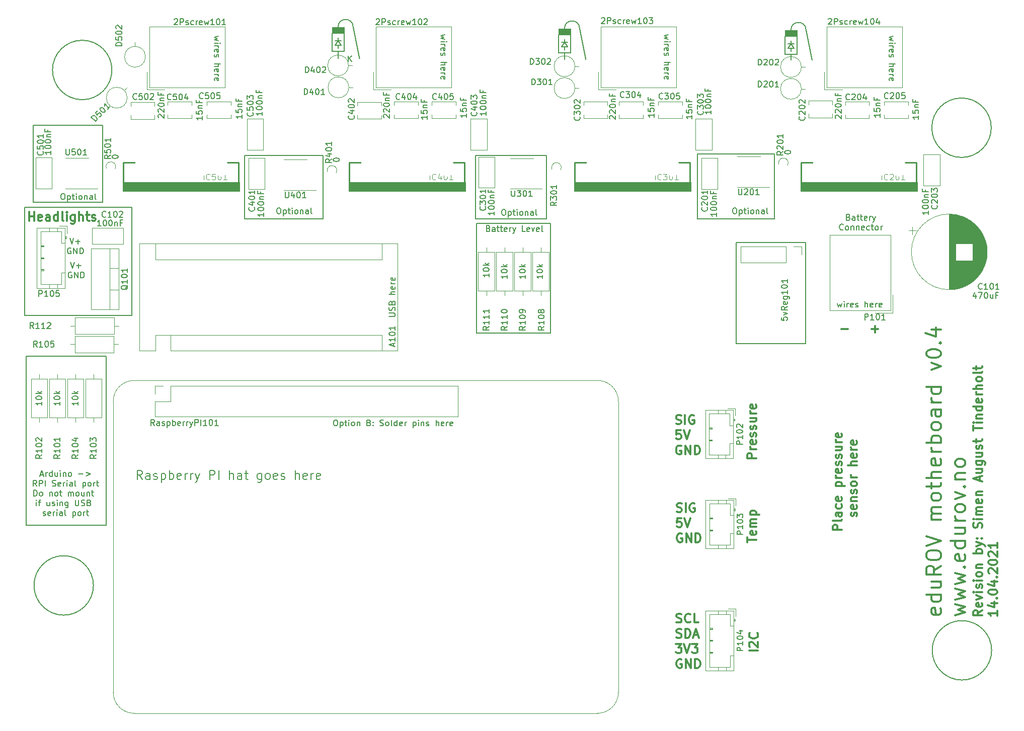
<source format=gto>
G04 #@! TF.GenerationSoftware,KiCad,Pcbnew,(5.1.6)-1*
G04 #@! TF.CreationDate,2021-04-18T21:34:56+02:00*
G04 #@! TF.ProjectId,eduRov_motherboard,65647552-6f76-45f6-9d6f-74686572626f,rev?*
G04 #@! TF.SameCoordinates,Original*
G04 #@! TF.FileFunction,Legend,Top*
G04 #@! TF.FilePolarity,Positive*
%FSLAX46Y46*%
G04 Gerber Fmt 4.6, Leading zero omitted, Abs format (unit mm)*
G04 Created by KiCad (PCBNEW (5.1.6)-1) date 2021-04-18 21:34:56*
%MOMM*%
%LPD*%
G01*
G04 APERTURE LIST*
%ADD10C,0.150000*%
%ADD11C,0.300000*%
%ADD12C,0.100000*%
%ADD13C,0.200000*%
%ADD14C,0.120000*%
%ADD15C,0.010000*%
%ADD16C,0.254000*%
%ADD17C,0.015000*%
%ADD18O,1.700000X1.700000*%
%ADD19R,1.700000X1.700000*%
%ADD20C,6.000000*%
%ADD21O,1.750000X1.200000*%
%ADD22O,2.000000X1.905000*%
%ADD23R,2.000000X1.905000*%
%ADD24C,3.000000*%
%ADD25R,3.000000X3.000000*%
%ADD26O,1.800000X3.600000*%
%ADD27O,1.600000X1.600000*%
%ADD28C,1.600000*%
%ADD29O,1.400000X1.400000*%
%ADD30C,1.400000*%
%ADD31C,2.400000*%
%ADD32R,2.400000X2.400000*%
%ADD33O,2.200000X2.200000*%
%ADD34R,2.200000X2.200000*%
%ADD35R,1.600000X1.600000*%
G04 APERTURE END LIST*
D10*
X195350071Y-70858571D02*
X195492928Y-70906190D01*
X195540547Y-70953809D01*
X195588166Y-71049047D01*
X195588166Y-71191904D01*
X195540547Y-71287142D01*
X195492928Y-71334761D01*
X195397690Y-71382380D01*
X195016738Y-71382380D01*
X195016738Y-70382380D01*
X195350071Y-70382380D01*
X195445309Y-70430000D01*
X195492928Y-70477619D01*
X195540547Y-70572857D01*
X195540547Y-70668095D01*
X195492928Y-70763333D01*
X195445309Y-70810952D01*
X195350071Y-70858571D01*
X195016738Y-70858571D01*
X196445309Y-71382380D02*
X196445309Y-70858571D01*
X196397690Y-70763333D01*
X196302452Y-70715714D01*
X196111976Y-70715714D01*
X196016738Y-70763333D01*
X196445309Y-71334761D02*
X196350071Y-71382380D01*
X196111976Y-71382380D01*
X196016738Y-71334761D01*
X195969119Y-71239523D01*
X195969119Y-71144285D01*
X196016738Y-71049047D01*
X196111976Y-71001428D01*
X196350071Y-71001428D01*
X196445309Y-70953809D01*
X196778642Y-70715714D02*
X197159595Y-70715714D01*
X196921500Y-70382380D02*
X196921500Y-71239523D01*
X196969119Y-71334761D01*
X197064357Y-71382380D01*
X197159595Y-71382380D01*
X197350071Y-70715714D02*
X197731023Y-70715714D01*
X197492928Y-70382380D02*
X197492928Y-71239523D01*
X197540547Y-71334761D01*
X197635785Y-71382380D01*
X197731023Y-71382380D01*
X198445309Y-71334761D02*
X198350071Y-71382380D01*
X198159595Y-71382380D01*
X198064357Y-71334761D01*
X198016738Y-71239523D01*
X198016738Y-70858571D01*
X198064357Y-70763333D01*
X198159595Y-70715714D01*
X198350071Y-70715714D01*
X198445309Y-70763333D01*
X198492928Y-70858571D01*
X198492928Y-70953809D01*
X198016738Y-71049047D01*
X198921500Y-71382380D02*
X198921500Y-70715714D01*
X198921500Y-70906190D02*
X198969119Y-70810952D01*
X199016738Y-70763333D01*
X199111976Y-70715714D01*
X199207214Y-70715714D01*
X199445309Y-70715714D02*
X199683404Y-71382380D01*
X199921500Y-70715714D02*
X199683404Y-71382380D01*
X199588166Y-71620476D01*
X199540547Y-71668095D01*
X199445309Y-71715714D01*
X194469119Y-72937142D02*
X194421500Y-72984761D01*
X194278642Y-73032380D01*
X194183404Y-73032380D01*
X194040547Y-72984761D01*
X193945309Y-72889523D01*
X193897690Y-72794285D01*
X193850071Y-72603809D01*
X193850071Y-72460952D01*
X193897690Y-72270476D01*
X193945309Y-72175238D01*
X194040547Y-72080000D01*
X194183404Y-72032380D01*
X194278642Y-72032380D01*
X194421500Y-72080000D01*
X194469119Y-72127619D01*
X195040547Y-73032380D02*
X194945309Y-72984761D01*
X194897690Y-72937142D01*
X194850071Y-72841904D01*
X194850071Y-72556190D01*
X194897690Y-72460952D01*
X194945309Y-72413333D01*
X195040547Y-72365714D01*
X195183404Y-72365714D01*
X195278642Y-72413333D01*
X195326261Y-72460952D01*
X195373880Y-72556190D01*
X195373880Y-72841904D01*
X195326261Y-72937142D01*
X195278642Y-72984761D01*
X195183404Y-73032380D01*
X195040547Y-73032380D01*
X195802452Y-72365714D02*
X195802452Y-73032380D01*
X195802452Y-72460952D02*
X195850071Y-72413333D01*
X195945309Y-72365714D01*
X196088166Y-72365714D01*
X196183404Y-72413333D01*
X196231023Y-72508571D01*
X196231023Y-73032380D01*
X196707214Y-72365714D02*
X196707214Y-73032380D01*
X196707214Y-72460952D02*
X196754833Y-72413333D01*
X196850071Y-72365714D01*
X196992928Y-72365714D01*
X197088166Y-72413333D01*
X197135785Y-72508571D01*
X197135785Y-73032380D01*
X197992928Y-72984761D02*
X197897690Y-73032380D01*
X197707214Y-73032380D01*
X197611976Y-72984761D01*
X197564357Y-72889523D01*
X197564357Y-72508571D01*
X197611976Y-72413333D01*
X197707214Y-72365714D01*
X197897690Y-72365714D01*
X197992928Y-72413333D01*
X198040547Y-72508571D01*
X198040547Y-72603809D01*
X197564357Y-72699047D01*
X198897690Y-72984761D02*
X198802452Y-73032380D01*
X198611976Y-73032380D01*
X198516738Y-72984761D01*
X198469119Y-72937142D01*
X198421500Y-72841904D01*
X198421500Y-72556190D01*
X198469119Y-72460952D01*
X198516738Y-72413333D01*
X198611976Y-72365714D01*
X198802452Y-72365714D01*
X198897690Y-72413333D01*
X199183404Y-72365714D02*
X199564357Y-72365714D01*
X199326261Y-72032380D02*
X199326261Y-72889523D01*
X199373880Y-72984761D01*
X199469119Y-73032380D01*
X199564357Y-73032380D01*
X200040547Y-73032380D02*
X199945309Y-72984761D01*
X199897690Y-72937142D01*
X199850071Y-72841904D01*
X199850071Y-72556190D01*
X199897690Y-72460952D01*
X199945309Y-72413333D01*
X200040547Y-72365714D01*
X200183404Y-72365714D01*
X200278642Y-72413333D01*
X200326261Y-72460952D01*
X200373880Y-72556190D01*
X200373880Y-72841904D01*
X200326261Y-72937142D01*
X200278642Y-72984761D01*
X200183404Y-73032380D01*
X200040547Y-73032380D01*
X200802452Y-73032380D02*
X200802452Y-72365714D01*
X200802452Y-72556190D02*
X200850071Y-72460952D01*
X200897690Y-72413333D01*
X200992928Y-72365714D01*
X201088166Y-72365714D01*
X108959285Y-104989380D02*
X109149761Y-104989380D01*
X109245000Y-105037000D01*
X109340238Y-105132238D01*
X109387857Y-105322714D01*
X109387857Y-105656047D01*
X109340238Y-105846523D01*
X109245000Y-105941761D01*
X109149761Y-105989380D01*
X108959285Y-105989380D01*
X108864047Y-105941761D01*
X108768809Y-105846523D01*
X108721190Y-105656047D01*
X108721190Y-105322714D01*
X108768809Y-105132238D01*
X108864047Y-105037000D01*
X108959285Y-104989380D01*
X109816428Y-105322714D02*
X109816428Y-106322714D01*
X109816428Y-105370333D02*
X109911666Y-105322714D01*
X110102142Y-105322714D01*
X110197380Y-105370333D01*
X110245000Y-105417952D01*
X110292619Y-105513190D01*
X110292619Y-105798904D01*
X110245000Y-105894142D01*
X110197380Y-105941761D01*
X110102142Y-105989380D01*
X109911666Y-105989380D01*
X109816428Y-105941761D01*
X110578333Y-105322714D02*
X110959285Y-105322714D01*
X110721190Y-104989380D02*
X110721190Y-105846523D01*
X110768809Y-105941761D01*
X110864047Y-105989380D01*
X110959285Y-105989380D01*
X111292619Y-105989380D02*
X111292619Y-105322714D01*
X111292619Y-104989380D02*
X111245000Y-105037000D01*
X111292619Y-105084619D01*
X111340238Y-105037000D01*
X111292619Y-104989380D01*
X111292619Y-105084619D01*
X111911666Y-105989380D02*
X111816428Y-105941761D01*
X111768809Y-105894142D01*
X111721190Y-105798904D01*
X111721190Y-105513190D01*
X111768809Y-105417952D01*
X111816428Y-105370333D01*
X111911666Y-105322714D01*
X112054523Y-105322714D01*
X112149761Y-105370333D01*
X112197380Y-105417952D01*
X112245000Y-105513190D01*
X112245000Y-105798904D01*
X112197380Y-105894142D01*
X112149761Y-105941761D01*
X112054523Y-105989380D01*
X111911666Y-105989380D01*
X112673571Y-105322714D02*
X112673571Y-105989380D01*
X112673571Y-105417952D02*
X112721190Y-105370333D01*
X112816428Y-105322714D01*
X112959285Y-105322714D01*
X113054523Y-105370333D01*
X113102142Y-105465571D01*
X113102142Y-105989380D01*
X114673571Y-105465571D02*
X114816428Y-105513190D01*
X114864047Y-105560809D01*
X114911666Y-105656047D01*
X114911666Y-105798904D01*
X114864047Y-105894142D01*
X114816428Y-105941761D01*
X114721190Y-105989380D01*
X114340238Y-105989380D01*
X114340238Y-104989380D01*
X114673571Y-104989380D01*
X114768809Y-105037000D01*
X114816428Y-105084619D01*
X114864047Y-105179857D01*
X114864047Y-105275095D01*
X114816428Y-105370333D01*
X114768809Y-105417952D01*
X114673571Y-105465571D01*
X114340238Y-105465571D01*
X115340238Y-105894142D02*
X115387857Y-105941761D01*
X115340238Y-105989380D01*
X115292619Y-105941761D01*
X115340238Y-105894142D01*
X115340238Y-105989380D01*
X115340238Y-105370333D02*
X115387857Y-105417952D01*
X115340238Y-105465571D01*
X115292619Y-105417952D01*
X115340238Y-105370333D01*
X115340238Y-105465571D01*
X116530714Y-105941761D02*
X116673571Y-105989380D01*
X116911666Y-105989380D01*
X117006904Y-105941761D01*
X117054523Y-105894142D01*
X117102142Y-105798904D01*
X117102142Y-105703666D01*
X117054523Y-105608428D01*
X117006904Y-105560809D01*
X116911666Y-105513190D01*
X116721190Y-105465571D01*
X116625952Y-105417952D01*
X116578333Y-105370333D01*
X116530714Y-105275095D01*
X116530714Y-105179857D01*
X116578333Y-105084619D01*
X116625952Y-105037000D01*
X116721190Y-104989380D01*
X116959285Y-104989380D01*
X117102142Y-105037000D01*
X117673571Y-105989380D02*
X117578333Y-105941761D01*
X117530714Y-105894142D01*
X117483095Y-105798904D01*
X117483095Y-105513190D01*
X117530714Y-105417952D01*
X117578333Y-105370333D01*
X117673571Y-105322714D01*
X117816428Y-105322714D01*
X117911666Y-105370333D01*
X117959285Y-105417952D01*
X118006904Y-105513190D01*
X118006904Y-105798904D01*
X117959285Y-105894142D01*
X117911666Y-105941761D01*
X117816428Y-105989380D01*
X117673571Y-105989380D01*
X118578333Y-105989380D02*
X118483095Y-105941761D01*
X118435476Y-105846523D01*
X118435476Y-104989380D01*
X119387857Y-105989380D02*
X119387857Y-104989380D01*
X119387857Y-105941761D02*
X119292619Y-105989380D01*
X119102142Y-105989380D01*
X119006904Y-105941761D01*
X118959285Y-105894142D01*
X118911666Y-105798904D01*
X118911666Y-105513190D01*
X118959285Y-105417952D01*
X119006904Y-105370333D01*
X119102142Y-105322714D01*
X119292619Y-105322714D01*
X119387857Y-105370333D01*
X120245000Y-105941761D02*
X120149761Y-105989380D01*
X119959285Y-105989380D01*
X119864047Y-105941761D01*
X119816428Y-105846523D01*
X119816428Y-105465571D01*
X119864047Y-105370333D01*
X119959285Y-105322714D01*
X120149761Y-105322714D01*
X120245000Y-105370333D01*
X120292619Y-105465571D01*
X120292619Y-105560809D01*
X119816428Y-105656047D01*
X120721190Y-105989380D02*
X120721190Y-105322714D01*
X120721190Y-105513190D02*
X120768809Y-105417952D01*
X120816428Y-105370333D01*
X120911666Y-105322714D01*
X121006904Y-105322714D01*
X122102142Y-105322714D02*
X122102142Y-106322714D01*
X122102142Y-105370333D02*
X122197380Y-105322714D01*
X122387857Y-105322714D01*
X122483095Y-105370333D01*
X122530714Y-105417952D01*
X122578333Y-105513190D01*
X122578333Y-105798904D01*
X122530714Y-105894142D01*
X122483095Y-105941761D01*
X122387857Y-105989380D01*
X122197380Y-105989380D01*
X122102142Y-105941761D01*
X123006904Y-105989380D02*
X123006904Y-105322714D01*
X123006904Y-104989380D02*
X122959285Y-105037000D01*
X123006904Y-105084619D01*
X123054523Y-105037000D01*
X123006904Y-104989380D01*
X123006904Y-105084619D01*
X123483095Y-105322714D02*
X123483095Y-105989380D01*
X123483095Y-105417952D02*
X123530714Y-105370333D01*
X123625952Y-105322714D01*
X123768809Y-105322714D01*
X123864047Y-105370333D01*
X123911666Y-105465571D01*
X123911666Y-105989380D01*
X124340238Y-105941761D02*
X124435476Y-105989380D01*
X124625952Y-105989380D01*
X124721190Y-105941761D01*
X124768809Y-105846523D01*
X124768809Y-105798904D01*
X124721190Y-105703666D01*
X124625952Y-105656047D01*
X124483095Y-105656047D01*
X124387857Y-105608428D01*
X124340238Y-105513190D01*
X124340238Y-105465571D01*
X124387857Y-105370333D01*
X124483095Y-105322714D01*
X124625952Y-105322714D01*
X124721190Y-105370333D01*
X125959285Y-105989380D02*
X125959285Y-104989380D01*
X126387857Y-105989380D02*
X126387857Y-105465571D01*
X126340238Y-105370333D01*
X126245000Y-105322714D01*
X126102142Y-105322714D01*
X126006904Y-105370333D01*
X125959285Y-105417952D01*
X127245000Y-105941761D02*
X127149761Y-105989380D01*
X126959285Y-105989380D01*
X126864047Y-105941761D01*
X126816428Y-105846523D01*
X126816428Y-105465571D01*
X126864047Y-105370333D01*
X126959285Y-105322714D01*
X127149761Y-105322714D01*
X127245000Y-105370333D01*
X127292619Y-105465571D01*
X127292619Y-105560809D01*
X126816428Y-105656047D01*
X127721190Y-105989380D02*
X127721190Y-105322714D01*
X127721190Y-105513190D02*
X127768809Y-105417952D01*
X127816428Y-105370333D01*
X127911666Y-105322714D01*
X128006904Y-105322714D01*
X128721190Y-105941761D02*
X128625952Y-105989380D01*
X128435476Y-105989380D01*
X128340238Y-105941761D01*
X128292619Y-105846523D01*
X128292619Y-105465571D01*
X128340238Y-105370333D01*
X128435476Y-105322714D01*
X128625952Y-105322714D01*
X128721190Y-105370333D01*
X128768809Y-105465571D01*
X128768809Y-105560809D01*
X128292619Y-105656047D01*
D11*
X166406214Y-139022142D02*
X166620500Y-139093571D01*
X166977642Y-139093571D01*
X167120500Y-139022142D01*
X167191928Y-138950714D01*
X167263357Y-138807857D01*
X167263357Y-138665000D01*
X167191928Y-138522142D01*
X167120500Y-138450714D01*
X166977642Y-138379285D01*
X166691928Y-138307857D01*
X166549071Y-138236428D01*
X166477642Y-138165000D01*
X166406214Y-138022142D01*
X166406214Y-137879285D01*
X166477642Y-137736428D01*
X166549071Y-137665000D01*
X166691928Y-137593571D01*
X167049071Y-137593571D01*
X167263357Y-137665000D01*
X168763357Y-138950714D02*
X168691928Y-139022142D01*
X168477642Y-139093571D01*
X168334785Y-139093571D01*
X168120500Y-139022142D01*
X167977642Y-138879285D01*
X167906214Y-138736428D01*
X167834785Y-138450714D01*
X167834785Y-138236428D01*
X167906214Y-137950714D01*
X167977642Y-137807857D01*
X168120500Y-137665000D01*
X168334785Y-137593571D01*
X168477642Y-137593571D01*
X168691928Y-137665000D01*
X168763357Y-137736428D01*
X170120500Y-139093571D02*
X169406214Y-139093571D01*
X169406214Y-137593571D01*
X166406214Y-141572142D02*
X166620500Y-141643571D01*
X166977642Y-141643571D01*
X167120500Y-141572142D01*
X167191928Y-141500714D01*
X167263357Y-141357857D01*
X167263357Y-141215000D01*
X167191928Y-141072142D01*
X167120500Y-141000714D01*
X166977642Y-140929285D01*
X166691928Y-140857857D01*
X166549071Y-140786428D01*
X166477642Y-140715000D01*
X166406214Y-140572142D01*
X166406214Y-140429285D01*
X166477642Y-140286428D01*
X166549071Y-140215000D01*
X166691928Y-140143571D01*
X167049071Y-140143571D01*
X167263357Y-140215000D01*
X167906214Y-141643571D02*
X167906214Y-140143571D01*
X168263357Y-140143571D01*
X168477642Y-140215000D01*
X168620500Y-140357857D01*
X168691928Y-140500714D01*
X168763357Y-140786428D01*
X168763357Y-141000714D01*
X168691928Y-141286428D01*
X168620500Y-141429285D01*
X168477642Y-141572142D01*
X168263357Y-141643571D01*
X167906214Y-141643571D01*
X169334785Y-141215000D02*
X170049071Y-141215000D01*
X169191928Y-141643571D02*
X169691928Y-140143571D01*
X170191928Y-141643571D01*
X166334785Y-142693571D02*
X167263357Y-142693571D01*
X166763357Y-143265000D01*
X166977642Y-143265000D01*
X167120500Y-143336428D01*
X167191928Y-143407857D01*
X167263357Y-143550714D01*
X167263357Y-143907857D01*
X167191928Y-144050714D01*
X167120500Y-144122142D01*
X166977642Y-144193571D01*
X166549071Y-144193571D01*
X166406214Y-144122142D01*
X166334785Y-144050714D01*
X167691928Y-142693571D02*
X168191928Y-144193571D01*
X168691928Y-142693571D01*
X169049071Y-142693571D02*
X169977642Y-142693571D01*
X169477642Y-143265000D01*
X169691928Y-143265000D01*
X169834785Y-143336428D01*
X169906214Y-143407857D01*
X169977642Y-143550714D01*
X169977642Y-143907857D01*
X169906214Y-144050714D01*
X169834785Y-144122142D01*
X169691928Y-144193571D01*
X169263357Y-144193571D01*
X169120500Y-144122142D01*
X169049071Y-144050714D01*
X167263357Y-145315000D02*
X167120500Y-145243571D01*
X166906214Y-145243571D01*
X166691928Y-145315000D01*
X166549071Y-145457857D01*
X166477642Y-145600714D01*
X166406214Y-145886428D01*
X166406214Y-146100714D01*
X166477642Y-146386428D01*
X166549071Y-146529285D01*
X166691928Y-146672142D01*
X166906214Y-146743571D01*
X167049071Y-146743571D01*
X167263357Y-146672142D01*
X167334785Y-146600714D01*
X167334785Y-146100714D01*
X167049071Y-146100714D01*
X167977642Y-146743571D02*
X167977642Y-145243571D01*
X168834785Y-146743571D01*
X168834785Y-145243571D01*
X169549071Y-146743571D02*
X169549071Y-145243571D01*
X169906214Y-145243571D01*
X170120500Y-145315000D01*
X170263357Y-145457857D01*
X170334785Y-145600714D01*
X170406214Y-145886428D01*
X170406214Y-146100714D01*
X170334785Y-146386428D01*
X170263357Y-146529285D01*
X170120500Y-146672142D01*
X169906214Y-146743571D01*
X169549071Y-146743571D01*
X166342714Y-105626142D02*
X166557000Y-105697571D01*
X166914142Y-105697571D01*
X167057000Y-105626142D01*
X167128428Y-105554714D01*
X167199857Y-105411857D01*
X167199857Y-105269000D01*
X167128428Y-105126142D01*
X167057000Y-105054714D01*
X166914142Y-104983285D01*
X166628428Y-104911857D01*
X166485571Y-104840428D01*
X166414142Y-104769000D01*
X166342714Y-104626142D01*
X166342714Y-104483285D01*
X166414142Y-104340428D01*
X166485571Y-104269000D01*
X166628428Y-104197571D01*
X166985571Y-104197571D01*
X167199857Y-104269000D01*
X167842714Y-105697571D02*
X167842714Y-104197571D01*
X169342714Y-104269000D02*
X169199857Y-104197571D01*
X168985571Y-104197571D01*
X168771285Y-104269000D01*
X168628428Y-104411857D01*
X168557000Y-104554714D01*
X168485571Y-104840428D01*
X168485571Y-105054714D01*
X168557000Y-105340428D01*
X168628428Y-105483285D01*
X168771285Y-105626142D01*
X168985571Y-105697571D01*
X169128428Y-105697571D01*
X169342714Y-105626142D01*
X169414142Y-105554714D01*
X169414142Y-105054714D01*
X169128428Y-105054714D01*
X167128428Y-106747571D02*
X166414142Y-106747571D01*
X166342714Y-107461857D01*
X166414142Y-107390428D01*
X166557000Y-107319000D01*
X166914142Y-107319000D01*
X167057000Y-107390428D01*
X167128428Y-107461857D01*
X167199857Y-107604714D01*
X167199857Y-107961857D01*
X167128428Y-108104714D01*
X167057000Y-108176142D01*
X166914142Y-108247571D01*
X166557000Y-108247571D01*
X166414142Y-108176142D01*
X166342714Y-108104714D01*
X167628428Y-106747571D02*
X168128428Y-108247571D01*
X168628428Y-106747571D01*
X167199857Y-109369000D02*
X167057000Y-109297571D01*
X166842714Y-109297571D01*
X166628428Y-109369000D01*
X166485571Y-109511857D01*
X166414142Y-109654714D01*
X166342714Y-109940428D01*
X166342714Y-110154714D01*
X166414142Y-110440428D01*
X166485571Y-110583285D01*
X166628428Y-110726142D01*
X166842714Y-110797571D01*
X166985571Y-110797571D01*
X167199857Y-110726142D01*
X167271285Y-110654714D01*
X167271285Y-110154714D01*
X166985571Y-110154714D01*
X167914142Y-110797571D02*
X167914142Y-109297571D01*
X168771285Y-110797571D01*
X168771285Y-109297571D01*
X169485571Y-110797571D02*
X169485571Y-109297571D01*
X169842714Y-109297571D01*
X170057000Y-109369000D01*
X170199857Y-109511857D01*
X170271285Y-109654714D01*
X170342714Y-109940428D01*
X170342714Y-110154714D01*
X170271285Y-110440428D01*
X170199857Y-110583285D01*
X170057000Y-110726142D01*
X169842714Y-110797571D01*
X169485571Y-110797571D01*
D10*
X145224500Y-71882000D02*
X132778500Y-71882000D01*
X145224500Y-90360500D02*
X145224500Y-71882000D01*
X132778500Y-90360500D02*
X145224500Y-90360500D01*
X132778500Y-71882000D02*
X132778500Y-90360500D01*
X64452619Y-78446880D02*
X64785952Y-79446880D01*
X65119285Y-78446880D01*
X65452619Y-79065928D02*
X66214523Y-79065928D01*
X65833571Y-79446880D02*
X65833571Y-78684976D01*
X64643095Y-80144500D02*
X64547857Y-80096880D01*
X64405000Y-80096880D01*
X64262142Y-80144500D01*
X64166904Y-80239738D01*
X64119285Y-80334976D01*
X64071666Y-80525452D01*
X64071666Y-80668309D01*
X64119285Y-80858785D01*
X64166904Y-80954023D01*
X64262142Y-81049261D01*
X64405000Y-81096880D01*
X64500238Y-81096880D01*
X64643095Y-81049261D01*
X64690714Y-81001642D01*
X64690714Y-80668309D01*
X64500238Y-80668309D01*
X65119285Y-81096880D02*
X65119285Y-80096880D01*
X65690714Y-81096880D01*
X65690714Y-80096880D01*
X66166904Y-81096880D02*
X66166904Y-80096880D01*
X66405000Y-80096880D01*
X66547857Y-80144500D01*
X66643095Y-80239738D01*
X66690714Y-80334976D01*
X66738333Y-80525452D01*
X66738333Y-80668309D01*
X66690714Y-80858785D01*
X66643095Y-80954023D01*
X66547857Y-81049261D01*
X66405000Y-81096880D01*
X66166904Y-81096880D01*
X64325619Y-74382880D02*
X64658952Y-75382880D01*
X64992285Y-74382880D01*
X65325619Y-75001928D02*
X66087523Y-75001928D01*
X65706571Y-75382880D02*
X65706571Y-74620976D01*
X64516095Y-76080500D02*
X64420857Y-76032880D01*
X64278000Y-76032880D01*
X64135142Y-76080500D01*
X64039904Y-76175738D01*
X63992285Y-76270976D01*
X63944666Y-76461452D01*
X63944666Y-76604309D01*
X63992285Y-76794785D01*
X64039904Y-76890023D01*
X64135142Y-76985261D01*
X64278000Y-77032880D01*
X64373238Y-77032880D01*
X64516095Y-76985261D01*
X64563714Y-76937642D01*
X64563714Y-76604309D01*
X64373238Y-76604309D01*
X64992285Y-77032880D02*
X64992285Y-76032880D01*
X65563714Y-77032880D01*
X65563714Y-76032880D01*
X66039904Y-77032880D02*
X66039904Y-76032880D01*
X66278000Y-76032880D01*
X66420857Y-76080500D01*
X66516095Y-76175738D01*
X66563714Y-76270976D01*
X66611333Y-76461452D01*
X66611333Y-76604309D01*
X66563714Y-76794785D01*
X66516095Y-76890023D01*
X66420857Y-76985261D01*
X66278000Y-77032880D01*
X66039904Y-77032880D01*
X56769000Y-69215000D02*
X56769000Y-87376000D01*
X74739500Y-69215000D02*
X56769000Y-69215000D01*
X74739500Y-87376000D02*
X74739500Y-69215000D01*
X56769000Y-87376000D02*
X74739500Y-87376000D01*
X68309500Y-132842000D02*
G75*
G03*
X68309500Y-132842000I-5000000J0D01*
G01*
X219439500Y-143764000D02*
G75*
G03*
X219439500Y-143764000I-5000000J0D01*
G01*
X219376000Y-55816500D02*
G75*
G03*
X219376000Y-55816500I-5000000J0D01*
G01*
X71421000Y-46101000D02*
G75*
G03*
X71421000Y-46101000I-5000000J0D01*
G01*
D11*
X166469714Y-120421642D02*
X166684000Y-120493071D01*
X167041142Y-120493071D01*
X167184000Y-120421642D01*
X167255428Y-120350214D01*
X167326857Y-120207357D01*
X167326857Y-120064500D01*
X167255428Y-119921642D01*
X167184000Y-119850214D01*
X167041142Y-119778785D01*
X166755428Y-119707357D01*
X166612571Y-119635928D01*
X166541142Y-119564500D01*
X166469714Y-119421642D01*
X166469714Y-119278785D01*
X166541142Y-119135928D01*
X166612571Y-119064500D01*
X166755428Y-118993071D01*
X167112571Y-118993071D01*
X167326857Y-119064500D01*
X167969714Y-120493071D02*
X167969714Y-118993071D01*
X169469714Y-119064500D02*
X169326857Y-118993071D01*
X169112571Y-118993071D01*
X168898285Y-119064500D01*
X168755428Y-119207357D01*
X168684000Y-119350214D01*
X168612571Y-119635928D01*
X168612571Y-119850214D01*
X168684000Y-120135928D01*
X168755428Y-120278785D01*
X168898285Y-120421642D01*
X169112571Y-120493071D01*
X169255428Y-120493071D01*
X169469714Y-120421642D01*
X169541142Y-120350214D01*
X169541142Y-119850214D01*
X169255428Y-119850214D01*
X167255428Y-121543071D02*
X166541142Y-121543071D01*
X166469714Y-122257357D01*
X166541142Y-122185928D01*
X166684000Y-122114500D01*
X167041142Y-122114500D01*
X167184000Y-122185928D01*
X167255428Y-122257357D01*
X167326857Y-122400214D01*
X167326857Y-122757357D01*
X167255428Y-122900214D01*
X167184000Y-122971642D01*
X167041142Y-123043071D01*
X166684000Y-123043071D01*
X166541142Y-122971642D01*
X166469714Y-122900214D01*
X167755428Y-121543071D02*
X168255428Y-123043071D01*
X168755428Y-121543071D01*
X167326857Y-124164500D02*
X167184000Y-124093071D01*
X166969714Y-124093071D01*
X166755428Y-124164500D01*
X166612571Y-124307357D01*
X166541142Y-124450214D01*
X166469714Y-124735928D01*
X166469714Y-124950214D01*
X166541142Y-125235928D01*
X166612571Y-125378785D01*
X166755428Y-125521642D01*
X166969714Y-125593071D01*
X167112571Y-125593071D01*
X167326857Y-125521642D01*
X167398285Y-125450214D01*
X167398285Y-124950214D01*
X167112571Y-124950214D01*
X168041142Y-125593071D02*
X168041142Y-124093071D01*
X168898285Y-125593071D01*
X168898285Y-124093071D01*
X169612571Y-125593071D02*
X169612571Y-124093071D01*
X169969714Y-124093071D01*
X170184000Y-124164500D01*
X170326857Y-124307357D01*
X170398285Y-124450214D01*
X170469714Y-124735928D01*
X170469714Y-124950214D01*
X170398285Y-125235928D01*
X170326857Y-125378785D01*
X170184000Y-125521642D01*
X169969714Y-125593071D01*
X169612571Y-125593071D01*
X180129571Y-143831285D02*
X178629571Y-143831285D01*
X178772428Y-143188428D02*
X178701000Y-143117000D01*
X178629571Y-142974142D01*
X178629571Y-142617000D01*
X178701000Y-142474142D01*
X178772428Y-142402714D01*
X178915285Y-142331285D01*
X179058142Y-142331285D01*
X179272428Y-142402714D01*
X180129571Y-143259857D01*
X180129571Y-142331285D01*
X179986714Y-140831285D02*
X180058142Y-140902714D01*
X180129571Y-141117000D01*
X180129571Y-141259857D01*
X180058142Y-141474142D01*
X179915285Y-141617000D01*
X179772428Y-141688428D01*
X179486714Y-141759857D01*
X179272428Y-141759857D01*
X178986714Y-141688428D01*
X178843857Y-141617000D01*
X178701000Y-141474142D01*
X178629571Y-141259857D01*
X178629571Y-141117000D01*
X178701000Y-140902714D01*
X178772428Y-140831285D01*
D10*
X70485000Y-122682000D02*
X70485000Y-119761000D01*
X57023000Y-122682000D02*
X70485000Y-122682000D01*
X57023000Y-119761000D02*
X57023000Y-122682000D01*
X185166000Y-42418000D02*
X185674000Y-41656000D01*
X185674000Y-41656000D02*
X185674000Y-41148000D01*
X186182000Y-42418000D02*
X185674000Y-42418000D01*
X185674000Y-42418000D02*
X185166000Y-42418000D01*
X185674000Y-42926000D02*
X185674000Y-42418000D01*
X185674000Y-41656000D02*
X186182000Y-42418000D01*
X185166000Y-41656000D02*
X186182000Y-41656000D01*
X186182000Y-41656000D02*
X185674000Y-41656000D01*
X147066000Y-42164000D02*
X147574000Y-41402000D01*
X147574000Y-41402000D02*
X147574000Y-40894000D01*
X148082000Y-42164000D02*
X147574000Y-42164000D01*
X147574000Y-42164000D02*
X147066000Y-42164000D01*
X147574000Y-42672000D02*
X147574000Y-42164000D01*
X147574000Y-41402000D02*
X148082000Y-42164000D01*
X147066000Y-41402000D02*
X148082000Y-41402000D01*
X148082000Y-41402000D02*
X147574000Y-41402000D01*
X109474000Y-41148000D02*
X109474000Y-40640000D01*
X109982000Y-41148000D02*
X109474000Y-41148000D01*
X108966000Y-41148000D02*
X109982000Y-41148000D01*
X109982000Y-41910000D02*
X109474000Y-41910000D01*
X109474000Y-41148000D02*
X109982000Y-41910000D01*
X108966000Y-41910000D02*
X109474000Y-41148000D01*
X109474000Y-41910000D02*
X108966000Y-41910000D01*
X109474000Y-42418000D02*
X109474000Y-41910000D01*
X109474000Y-45085000D02*
X109474000Y-42926000D01*
X112014000Y-38862000D02*
X113284000Y-45212000D01*
X109474000Y-38862000D02*
G75*
G02*
X112014000Y-38862000I1270000J0D01*
G01*
D12*
G36*
X110490000Y-39878000D02*
G01*
X108458000Y-39878000D01*
X108458000Y-38862000D01*
X110490000Y-38862000D01*
X110490000Y-39878000D01*
G37*
X110490000Y-39878000D02*
X108458000Y-39878000D01*
X108458000Y-38862000D01*
X110490000Y-38862000D01*
X110490000Y-39878000D01*
D10*
X109474000Y-42926000D02*
X108458000Y-42926000D01*
X109474000Y-42926000D02*
X110490000Y-42926000D01*
X108458000Y-42926000D02*
X108458000Y-39878000D01*
X110490000Y-39878000D02*
X108458000Y-39878000D01*
X110490000Y-42926000D02*
X110490000Y-39878000D01*
X147574000Y-45339000D02*
X147574000Y-43180000D01*
X150114000Y-39116000D02*
X151384000Y-45466000D01*
X147574000Y-39116000D02*
G75*
G02*
X150114000Y-39116000I1270000J0D01*
G01*
D12*
G36*
X148590000Y-40132000D02*
G01*
X146558000Y-40132000D01*
X146558000Y-39116000D01*
X148590000Y-39116000D01*
X148590000Y-40132000D01*
G37*
X148590000Y-40132000D02*
X146558000Y-40132000D01*
X146558000Y-39116000D01*
X148590000Y-39116000D01*
X148590000Y-40132000D01*
D10*
X147574000Y-43180000D02*
X146558000Y-43180000D01*
X147574000Y-43180000D02*
X148590000Y-43180000D01*
X146558000Y-43180000D02*
X146558000Y-40132000D01*
X148590000Y-40132000D02*
X146558000Y-40132000D01*
X148590000Y-43180000D02*
X148590000Y-40132000D01*
X188214000Y-39370000D02*
X189484000Y-45720000D01*
X185674000Y-39370000D02*
G75*
G02*
X188214000Y-39370000I1270000J0D01*
G01*
D12*
G36*
X186690000Y-40386000D02*
G01*
X184658000Y-40386000D01*
X184658000Y-39370000D01*
X186690000Y-39370000D01*
X186690000Y-40386000D01*
G37*
X186690000Y-40386000D02*
X184658000Y-40386000D01*
X184658000Y-39370000D01*
X186690000Y-39370000D01*
X186690000Y-40386000D01*
D10*
X186690000Y-40386000D02*
X184658000Y-40386000D01*
X186690000Y-43434000D02*
X186690000Y-40386000D01*
X185674000Y-43434000D02*
X186690000Y-43434000D01*
X184658000Y-43434000D02*
X184658000Y-40386000D01*
X185674000Y-43434000D02*
X184658000Y-43434000D01*
X185674000Y-45593000D02*
X185674000Y-43434000D01*
X118070380Y-87589904D02*
X118879904Y-87589904D01*
X118975142Y-87542285D01*
X119022761Y-87494666D01*
X119070380Y-87399428D01*
X119070380Y-87208952D01*
X119022761Y-87113714D01*
X118975142Y-87066095D01*
X118879904Y-87018476D01*
X118070380Y-87018476D01*
X119022761Y-86589904D02*
X119070380Y-86447047D01*
X119070380Y-86208952D01*
X119022761Y-86113714D01*
X118975142Y-86066095D01*
X118879904Y-86018476D01*
X118784666Y-86018476D01*
X118689428Y-86066095D01*
X118641809Y-86113714D01*
X118594190Y-86208952D01*
X118546571Y-86399428D01*
X118498952Y-86494666D01*
X118451333Y-86542285D01*
X118356095Y-86589904D01*
X118260857Y-86589904D01*
X118165619Y-86542285D01*
X118118000Y-86494666D01*
X118070380Y-86399428D01*
X118070380Y-86161333D01*
X118118000Y-86018476D01*
X118546571Y-85256571D02*
X118594190Y-85113714D01*
X118641809Y-85066095D01*
X118737047Y-85018476D01*
X118879904Y-85018476D01*
X118975142Y-85066095D01*
X119022761Y-85113714D01*
X119070380Y-85208952D01*
X119070380Y-85589904D01*
X118070380Y-85589904D01*
X118070380Y-85256571D01*
X118118000Y-85161333D01*
X118165619Y-85113714D01*
X118260857Y-85066095D01*
X118356095Y-85066095D01*
X118451333Y-85113714D01*
X118498952Y-85161333D01*
X118546571Y-85256571D01*
X118546571Y-85589904D01*
X119070380Y-83828000D02*
X118070380Y-83828000D01*
X119070380Y-83399428D02*
X118546571Y-83399428D01*
X118451333Y-83447047D01*
X118403714Y-83542285D01*
X118403714Y-83685142D01*
X118451333Y-83780380D01*
X118498952Y-83828000D01*
X119022761Y-82542285D02*
X119070380Y-82637523D01*
X119070380Y-82828000D01*
X119022761Y-82923238D01*
X118927523Y-82970857D01*
X118546571Y-82970857D01*
X118451333Y-82923238D01*
X118403714Y-82828000D01*
X118403714Y-82637523D01*
X118451333Y-82542285D01*
X118546571Y-82494666D01*
X118641809Y-82494666D01*
X118737047Y-82970857D01*
X119070380Y-82066095D02*
X118403714Y-82066095D01*
X118594190Y-82066095D02*
X118498952Y-82018476D01*
X118451333Y-81970857D01*
X118403714Y-81875619D01*
X118403714Y-81780380D01*
X119022761Y-81066095D02*
X119070380Y-81161333D01*
X119070380Y-81351809D01*
X119022761Y-81447047D01*
X118927523Y-81494666D01*
X118546571Y-81494666D01*
X118451333Y-81447047D01*
X118403714Y-81351809D01*
X118403714Y-81161333D01*
X118451333Y-81066095D01*
X118546571Y-81018476D01*
X118641809Y-81018476D01*
X118737047Y-81494666D01*
X134771357Y-72763071D02*
X134914214Y-72810690D01*
X134961833Y-72858309D01*
X135009452Y-72953547D01*
X135009452Y-73096404D01*
X134961833Y-73191642D01*
X134914214Y-73239261D01*
X134818976Y-73286880D01*
X134438023Y-73286880D01*
X134438023Y-72286880D01*
X134771357Y-72286880D01*
X134866595Y-72334500D01*
X134914214Y-72382119D01*
X134961833Y-72477357D01*
X134961833Y-72572595D01*
X134914214Y-72667833D01*
X134866595Y-72715452D01*
X134771357Y-72763071D01*
X134438023Y-72763071D01*
X135866595Y-73286880D02*
X135866595Y-72763071D01*
X135818976Y-72667833D01*
X135723738Y-72620214D01*
X135533261Y-72620214D01*
X135438023Y-72667833D01*
X135866595Y-73239261D02*
X135771357Y-73286880D01*
X135533261Y-73286880D01*
X135438023Y-73239261D01*
X135390404Y-73144023D01*
X135390404Y-73048785D01*
X135438023Y-72953547D01*
X135533261Y-72905928D01*
X135771357Y-72905928D01*
X135866595Y-72858309D01*
X136199928Y-72620214D02*
X136580880Y-72620214D01*
X136342785Y-72286880D02*
X136342785Y-73144023D01*
X136390404Y-73239261D01*
X136485642Y-73286880D01*
X136580880Y-73286880D01*
X136771357Y-72620214D02*
X137152309Y-72620214D01*
X136914214Y-72286880D02*
X136914214Y-73144023D01*
X136961833Y-73239261D01*
X137057071Y-73286880D01*
X137152309Y-73286880D01*
X137866595Y-73239261D02*
X137771357Y-73286880D01*
X137580880Y-73286880D01*
X137485642Y-73239261D01*
X137438023Y-73144023D01*
X137438023Y-72763071D01*
X137485642Y-72667833D01*
X137580880Y-72620214D01*
X137771357Y-72620214D01*
X137866595Y-72667833D01*
X137914214Y-72763071D01*
X137914214Y-72858309D01*
X137438023Y-72953547D01*
X138342785Y-73286880D02*
X138342785Y-72620214D01*
X138342785Y-72810690D02*
X138390404Y-72715452D01*
X138438023Y-72667833D01*
X138533261Y-72620214D01*
X138628500Y-72620214D01*
X138866595Y-72620214D02*
X139104690Y-73286880D01*
X139342785Y-72620214D02*
X139104690Y-73286880D01*
X139009452Y-73524976D01*
X138961833Y-73572595D01*
X138866595Y-73620214D01*
X140961833Y-73286880D02*
X140485642Y-73286880D01*
X140485642Y-72286880D01*
X141676119Y-73239261D02*
X141580880Y-73286880D01*
X141390404Y-73286880D01*
X141295166Y-73239261D01*
X141247547Y-73144023D01*
X141247547Y-72763071D01*
X141295166Y-72667833D01*
X141390404Y-72620214D01*
X141580880Y-72620214D01*
X141676119Y-72667833D01*
X141723738Y-72763071D01*
X141723738Y-72858309D01*
X141247547Y-72953547D01*
X142057071Y-72620214D02*
X142295166Y-73286880D01*
X142533261Y-72620214D01*
X143295166Y-73239261D02*
X143199928Y-73286880D01*
X143009452Y-73286880D01*
X142914214Y-73239261D01*
X142866595Y-73144023D01*
X142866595Y-72763071D01*
X142914214Y-72667833D01*
X143009452Y-72620214D01*
X143199928Y-72620214D01*
X143295166Y-72667833D01*
X143342785Y-72763071D01*
X143342785Y-72858309D01*
X142866595Y-72953547D01*
X143914214Y-73286880D02*
X143818976Y-73239261D01*
X143771357Y-73144023D01*
X143771357Y-72286880D01*
X58293000Y-94234000D02*
X57023000Y-94234000D01*
X57023000Y-119761000D02*
X57023000Y-94234000D01*
X70485000Y-94234000D02*
X70485000Y-119761000D01*
X58293000Y-94234000D02*
X70485000Y-94234000D01*
X59412714Y-114214666D02*
X59888904Y-114214666D01*
X59317476Y-114500380D02*
X59650809Y-113500380D01*
X59984142Y-114500380D01*
X60317476Y-114500380D02*
X60317476Y-113833714D01*
X60317476Y-114024190D02*
X60365095Y-113928952D01*
X60412714Y-113881333D01*
X60507952Y-113833714D01*
X60603190Y-113833714D01*
X61365095Y-114500380D02*
X61365095Y-113500380D01*
X61365095Y-114452761D02*
X61269857Y-114500380D01*
X61079380Y-114500380D01*
X60984142Y-114452761D01*
X60936523Y-114405142D01*
X60888904Y-114309904D01*
X60888904Y-114024190D01*
X60936523Y-113928952D01*
X60984142Y-113881333D01*
X61079380Y-113833714D01*
X61269857Y-113833714D01*
X61365095Y-113881333D01*
X62269857Y-113833714D02*
X62269857Y-114500380D01*
X61841285Y-113833714D02*
X61841285Y-114357523D01*
X61888904Y-114452761D01*
X61984142Y-114500380D01*
X62127000Y-114500380D01*
X62222238Y-114452761D01*
X62269857Y-114405142D01*
X62746047Y-114500380D02*
X62746047Y-113833714D01*
X62746047Y-113500380D02*
X62698428Y-113548000D01*
X62746047Y-113595619D01*
X62793666Y-113548000D01*
X62746047Y-113500380D01*
X62746047Y-113595619D01*
X63222238Y-113833714D02*
X63222238Y-114500380D01*
X63222238Y-113928952D02*
X63269857Y-113881333D01*
X63365095Y-113833714D01*
X63507952Y-113833714D01*
X63603190Y-113881333D01*
X63650809Y-113976571D01*
X63650809Y-114500380D01*
X64269857Y-114500380D02*
X64174619Y-114452761D01*
X64127000Y-114405142D01*
X64079380Y-114309904D01*
X64079380Y-114024190D01*
X64127000Y-113928952D01*
X64174619Y-113881333D01*
X64269857Y-113833714D01*
X64412714Y-113833714D01*
X64507952Y-113881333D01*
X64555571Y-113928952D01*
X64603190Y-114024190D01*
X64603190Y-114309904D01*
X64555571Y-114405142D01*
X64507952Y-114452761D01*
X64412714Y-114500380D01*
X64269857Y-114500380D01*
X65793666Y-114119428D02*
X66555571Y-114119428D01*
X67031761Y-113833714D02*
X67793666Y-114119428D01*
X67031761Y-114405142D01*
X58769857Y-116150380D02*
X58436523Y-115674190D01*
X58198428Y-116150380D02*
X58198428Y-115150380D01*
X58579380Y-115150380D01*
X58674619Y-115198000D01*
X58722238Y-115245619D01*
X58769857Y-115340857D01*
X58769857Y-115483714D01*
X58722238Y-115578952D01*
X58674619Y-115626571D01*
X58579380Y-115674190D01*
X58198428Y-115674190D01*
X59198428Y-116150380D02*
X59198428Y-115150380D01*
X59579380Y-115150380D01*
X59674619Y-115198000D01*
X59722238Y-115245619D01*
X59769857Y-115340857D01*
X59769857Y-115483714D01*
X59722238Y-115578952D01*
X59674619Y-115626571D01*
X59579380Y-115674190D01*
X59198428Y-115674190D01*
X60198428Y-116150380D02*
X60198428Y-115150380D01*
X61388904Y-116102761D02*
X61531761Y-116150380D01*
X61769857Y-116150380D01*
X61865095Y-116102761D01*
X61912714Y-116055142D01*
X61960333Y-115959904D01*
X61960333Y-115864666D01*
X61912714Y-115769428D01*
X61865095Y-115721809D01*
X61769857Y-115674190D01*
X61579380Y-115626571D01*
X61484142Y-115578952D01*
X61436523Y-115531333D01*
X61388904Y-115436095D01*
X61388904Y-115340857D01*
X61436523Y-115245619D01*
X61484142Y-115198000D01*
X61579380Y-115150380D01*
X61817476Y-115150380D01*
X61960333Y-115198000D01*
X62769857Y-116102761D02*
X62674619Y-116150380D01*
X62484142Y-116150380D01*
X62388904Y-116102761D01*
X62341285Y-116007523D01*
X62341285Y-115626571D01*
X62388904Y-115531333D01*
X62484142Y-115483714D01*
X62674619Y-115483714D01*
X62769857Y-115531333D01*
X62817476Y-115626571D01*
X62817476Y-115721809D01*
X62341285Y-115817047D01*
X63246047Y-116150380D02*
X63246047Y-115483714D01*
X63246047Y-115674190D02*
X63293666Y-115578952D01*
X63341285Y-115531333D01*
X63436523Y-115483714D01*
X63531761Y-115483714D01*
X63865095Y-116150380D02*
X63865095Y-115483714D01*
X63865095Y-115150380D02*
X63817476Y-115198000D01*
X63865095Y-115245619D01*
X63912714Y-115198000D01*
X63865095Y-115150380D01*
X63865095Y-115245619D01*
X64769857Y-116150380D02*
X64769857Y-115626571D01*
X64722238Y-115531333D01*
X64627000Y-115483714D01*
X64436523Y-115483714D01*
X64341285Y-115531333D01*
X64769857Y-116102761D02*
X64674619Y-116150380D01*
X64436523Y-116150380D01*
X64341285Y-116102761D01*
X64293666Y-116007523D01*
X64293666Y-115912285D01*
X64341285Y-115817047D01*
X64436523Y-115769428D01*
X64674619Y-115769428D01*
X64769857Y-115721809D01*
X65388904Y-116150380D02*
X65293666Y-116102761D01*
X65246047Y-116007523D01*
X65246047Y-115150380D01*
X66531761Y-115483714D02*
X66531761Y-116483714D01*
X66531761Y-115531333D02*
X66627000Y-115483714D01*
X66817476Y-115483714D01*
X66912714Y-115531333D01*
X66960333Y-115578952D01*
X67007952Y-115674190D01*
X67007952Y-115959904D01*
X66960333Y-116055142D01*
X66912714Y-116102761D01*
X66817476Y-116150380D01*
X66627000Y-116150380D01*
X66531761Y-116102761D01*
X67579380Y-116150380D02*
X67484142Y-116102761D01*
X67436523Y-116055142D01*
X67388904Y-115959904D01*
X67388904Y-115674190D01*
X67436523Y-115578952D01*
X67484142Y-115531333D01*
X67579380Y-115483714D01*
X67722238Y-115483714D01*
X67817476Y-115531333D01*
X67865095Y-115578952D01*
X67912714Y-115674190D01*
X67912714Y-115959904D01*
X67865095Y-116055142D01*
X67817476Y-116102761D01*
X67722238Y-116150380D01*
X67579380Y-116150380D01*
X68341285Y-116150380D02*
X68341285Y-115483714D01*
X68341285Y-115674190D02*
X68388904Y-115578952D01*
X68436523Y-115531333D01*
X68531761Y-115483714D01*
X68627000Y-115483714D01*
X68817476Y-115483714D02*
X69198428Y-115483714D01*
X68960333Y-115150380D02*
X68960333Y-116007523D01*
X69007952Y-116102761D01*
X69103190Y-116150380D01*
X69198428Y-116150380D01*
X58269857Y-117800380D02*
X58269857Y-116800380D01*
X58507952Y-116800380D01*
X58650809Y-116848000D01*
X58746047Y-116943238D01*
X58793666Y-117038476D01*
X58841285Y-117228952D01*
X58841285Y-117371809D01*
X58793666Y-117562285D01*
X58746047Y-117657523D01*
X58650809Y-117752761D01*
X58507952Y-117800380D01*
X58269857Y-117800380D01*
X59412714Y-117800380D02*
X59317476Y-117752761D01*
X59269857Y-117705142D01*
X59222238Y-117609904D01*
X59222238Y-117324190D01*
X59269857Y-117228952D01*
X59317476Y-117181333D01*
X59412714Y-117133714D01*
X59555571Y-117133714D01*
X59650809Y-117181333D01*
X59698428Y-117228952D01*
X59746047Y-117324190D01*
X59746047Y-117609904D01*
X59698428Y-117705142D01*
X59650809Y-117752761D01*
X59555571Y-117800380D01*
X59412714Y-117800380D01*
X60936523Y-117133714D02*
X60936523Y-117800380D01*
X60936523Y-117228952D02*
X60984142Y-117181333D01*
X61079380Y-117133714D01*
X61222238Y-117133714D01*
X61317476Y-117181333D01*
X61365095Y-117276571D01*
X61365095Y-117800380D01*
X61984142Y-117800380D02*
X61888904Y-117752761D01*
X61841285Y-117705142D01*
X61793666Y-117609904D01*
X61793666Y-117324190D01*
X61841285Y-117228952D01*
X61888904Y-117181333D01*
X61984142Y-117133714D01*
X62127000Y-117133714D01*
X62222238Y-117181333D01*
X62269857Y-117228952D01*
X62317476Y-117324190D01*
X62317476Y-117609904D01*
X62269857Y-117705142D01*
X62222238Y-117752761D01*
X62127000Y-117800380D01*
X61984142Y-117800380D01*
X62603190Y-117133714D02*
X62984142Y-117133714D01*
X62746047Y-116800380D02*
X62746047Y-117657523D01*
X62793666Y-117752761D01*
X62888904Y-117800380D01*
X62984142Y-117800380D01*
X64079380Y-117800380D02*
X64079380Y-117133714D01*
X64079380Y-117228952D02*
X64127000Y-117181333D01*
X64222238Y-117133714D01*
X64365095Y-117133714D01*
X64460333Y-117181333D01*
X64507952Y-117276571D01*
X64507952Y-117800380D01*
X64507952Y-117276571D02*
X64555571Y-117181333D01*
X64650809Y-117133714D01*
X64793666Y-117133714D01*
X64888904Y-117181333D01*
X64936523Y-117276571D01*
X64936523Y-117800380D01*
X65555571Y-117800380D02*
X65460333Y-117752761D01*
X65412714Y-117705142D01*
X65365095Y-117609904D01*
X65365095Y-117324190D01*
X65412714Y-117228952D01*
X65460333Y-117181333D01*
X65555571Y-117133714D01*
X65698428Y-117133714D01*
X65793666Y-117181333D01*
X65841285Y-117228952D01*
X65888904Y-117324190D01*
X65888904Y-117609904D01*
X65841285Y-117705142D01*
X65793666Y-117752761D01*
X65698428Y-117800380D01*
X65555571Y-117800380D01*
X66746047Y-117133714D02*
X66746047Y-117800380D01*
X66317476Y-117133714D02*
X66317476Y-117657523D01*
X66365095Y-117752761D01*
X66460333Y-117800380D01*
X66603190Y-117800380D01*
X66698428Y-117752761D01*
X66746047Y-117705142D01*
X67222238Y-117133714D02*
X67222238Y-117800380D01*
X67222238Y-117228952D02*
X67269857Y-117181333D01*
X67365095Y-117133714D01*
X67507952Y-117133714D01*
X67603190Y-117181333D01*
X67650809Y-117276571D01*
X67650809Y-117800380D01*
X67984142Y-117133714D02*
X68365095Y-117133714D01*
X68127000Y-116800380D02*
X68127000Y-117657523D01*
X68174619Y-117752761D01*
X68269857Y-117800380D01*
X68365095Y-117800380D01*
X58698428Y-119450380D02*
X58698428Y-118783714D01*
X58698428Y-118450380D02*
X58650809Y-118498000D01*
X58698428Y-118545619D01*
X58746047Y-118498000D01*
X58698428Y-118450380D01*
X58698428Y-118545619D01*
X59031761Y-118783714D02*
X59412714Y-118783714D01*
X59174619Y-119450380D02*
X59174619Y-118593238D01*
X59222238Y-118498000D01*
X59317476Y-118450380D01*
X59412714Y-118450380D01*
X60936523Y-118783714D02*
X60936523Y-119450380D01*
X60507952Y-118783714D02*
X60507952Y-119307523D01*
X60555571Y-119402761D01*
X60650809Y-119450380D01*
X60793666Y-119450380D01*
X60888904Y-119402761D01*
X60936523Y-119355142D01*
X61365095Y-119402761D02*
X61460333Y-119450380D01*
X61650809Y-119450380D01*
X61746047Y-119402761D01*
X61793666Y-119307523D01*
X61793666Y-119259904D01*
X61746047Y-119164666D01*
X61650809Y-119117047D01*
X61507952Y-119117047D01*
X61412714Y-119069428D01*
X61365095Y-118974190D01*
X61365095Y-118926571D01*
X61412714Y-118831333D01*
X61507952Y-118783714D01*
X61650809Y-118783714D01*
X61746047Y-118831333D01*
X62222238Y-119450380D02*
X62222238Y-118783714D01*
X62222238Y-118450380D02*
X62174619Y-118498000D01*
X62222238Y-118545619D01*
X62269857Y-118498000D01*
X62222238Y-118450380D01*
X62222238Y-118545619D01*
X62698428Y-118783714D02*
X62698428Y-119450380D01*
X62698428Y-118878952D02*
X62746047Y-118831333D01*
X62841285Y-118783714D01*
X62984142Y-118783714D01*
X63079380Y-118831333D01*
X63127000Y-118926571D01*
X63127000Y-119450380D01*
X64031761Y-118783714D02*
X64031761Y-119593238D01*
X63984142Y-119688476D01*
X63936523Y-119736095D01*
X63841285Y-119783714D01*
X63698428Y-119783714D01*
X63603190Y-119736095D01*
X64031761Y-119402761D02*
X63936523Y-119450380D01*
X63746047Y-119450380D01*
X63650809Y-119402761D01*
X63603190Y-119355142D01*
X63555571Y-119259904D01*
X63555571Y-118974190D01*
X63603190Y-118878952D01*
X63650809Y-118831333D01*
X63746047Y-118783714D01*
X63936523Y-118783714D01*
X64031761Y-118831333D01*
X65269857Y-118450380D02*
X65269857Y-119259904D01*
X65317476Y-119355142D01*
X65365095Y-119402761D01*
X65460333Y-119450380D01*
X65650809Y-119450380D01*
X65746047Y-119402761D01*
X65793666Y-119355142D01*
X65841285Y-119259904D01*
X65841285Y-118450380D01*
X66269857Y-119402761D02*
X66412714Y-119450380D01*
X66650809Y-119450380D01*
X66746047Y-119402761D01*
X66793666Y-119355142D01*
X66841285Y-119259904D01*
X66841285Y-119164666D01*
X66793666Y-119069428D01*
X66746047Y-119021809D01*
X66650809Y-118974190D01*
X66460333Y-118926571D01*
X66365095Y-118878952D01*
X66317476Y-118831333D01*
X66269857Y-118736095D01*
X66269857Y-118640857D01*
X66317476Y-118545619D01*
X66365095Y-118498000D01*
X66460333Y-118450380D01*
X66698428Y-118450380D01*
X66841285Y-118498000D01*
X67603190Y-118926571D02*
X67746047Y-118974190D01*
X67793666Y-119021809D01*
X67841285Y-119117047D01*
X67841285Y-119259904D01*
X67793666Y-119355142D01*
X67746047Y-119402761D01*
X67650809Y-119450380D01*
X67269857Y-119450380D01*
X67269857Y-118450380D01*
X67603190Y-118450380D01*
X67698428Y-118498000D01*
X67746047Y-118545619D01*
X67793666Y-118640857D01*
X67793666Y-118736095D01*
X67746047Y-118831333D01*
X67698428Y-118878952D01*
X67603190Y-118926571D01*
X67269857Y-118926571D01*
X59841285Y-121052761D02*
X59936523Y-121100380D01*
X60127000Y-121100380D01*
X60222238Y-121052761D01*
X60269857Y-120957523D01*
X60269857Y-120909904D01*
X60222238Y-120814666D01*
X60127000Y-120767047D01*
X59984142Y-120767047D01*
X59888904Y-120719428D01*
X59841285Y-120624190D01*
X59841285Y-120576571D01*
X59888904Y-120481333D01*
X59984142Y-120433714D01*
X60127000Y-120433714D01*
X60222238Y-120481333D01*
X61079380Y-121052761D02*
X60984142Y-121100380D01*
X60793666Y-121100380D01*
X60698428Y-121052761D01*
X60650809Y-120957523D01*
X60650809Y-120576571D01*
X60698428Y-120481333D01*
X60793666Y-120433714D01*
X60984142Y-120433714D01*
X61079380Y-120481333D01*
X61127000Y-120576571D01*
X61127000Y-120671809D01*
X60650809Y-120767047D01*
X61555571Y-121100380D02*
X61555571Y-120433714D01*
X61555571Y-120624190D02*
X61603190Y-120528952D01*
X61650809Y-120481333D01*
X61746047Y-120433714D01*
X61841285Y-120433714D01*
X62174619Y-121100380D02*
X62174619Y-120433714D01*
X62174619Y-120100380D02*
X62127000Y-120148000D01*
X62174619Y-120195619D01*
X62222238Y-120148000D01*
X62174619Y-120100380D01*
X62174619Y-120195619D01*
X63079380Y-121100380D02*
X63079380Y-120576571D01*
X63031761Y-120481333D01*
X62936523Y-120433714D01*
X62746047Y-120433714D01*
X62650809Y-120481333D01*
X63079380Y-121052761D02*
X62984142Y-121100380D01*
X62746047Y-121100380D01*
X62650809Y-121052761D01*
X62603190Y-120957523D01*
X62603190Y-120862285D01*
X62650809Y-120767047D01*
X62746047Y-120719428D01*
X62984142Y-120719428D01*
X63079380Y-120671809D01*
X63698428Y-121100380D02*
X63603190Y-121052761D01*
X63555571Y-120957523D01*
X63555571Y-120100380D01*
X64841285Y-120433714D02*
X64841285Y-121433714D01*
X64841285Y-120481333D02*
X64936523Y-120433714D01*
X65127000Y-120433714D01*
X65222238Y-120481333D01*
X65269857Y-120528952D01*
X65317476Y-120624190D01*
X65317476Y-120909904D01*
X65269857Y-121005142D01*
X65222238Y-121052761D01*
X65127000Y-121100380D01*
X64936523Y-121100380D01*
X64841285Y-121052761D01*
X65888904Y-121100380D02*
X65793666Y-121052761D01*
X65746047Y-121005142D01*
X65698428Y-120909904D01*
X65698428Y-120624190D01*
X65746047Y-120528952D01*
X65793666Y-120481333D01*
X65888904Y-120433714D01*
X66031761Y-120433714D01*
X66127000Y-120481333D01*
X66174619Y-120528952D01*
X66222238Y-120624190D01*
X66222238Y-120909904D01*
X66174619Y-121005142D01*
X66127000Y-121052761D01*
X66031761Y-121100380D01*
X65888904Y-121100380D01*
X66650809Y-121100380D02*
X66650809Y-120433714D01*
X66650809Y-120624190D02*
X66698428Y-120528952D01*
X66746047Y-120481333D01*
X66841285Y-120433714D01*
X66936523Y-120433714D01*
X67127000Y-120433714D02*
X67507952Y-120433714D01*
X67269857Y-120100380D02*
X67269857Y-120957523D01*
X67317476Y-121052761D01*
X67412714Y-121100380D01*
X67507952Y-121100380D01*
X69850000Y-55372000D02*
X69850000Y-68326000D01*
X58166000Y-55372000D02*
X69850000Y-55372000D01*
X58166000Y-68326000D02*
X58166000Y-55372000D01*
X69850000Y-68326000D02*
X58166000Y-68326000D01*
X93980000Y-60452000D02*
X93726000Y-60452000D01*
X93726000Y-71120000D02*
X93726000Y-60452000D01*
X106934000Y-71120000D02*
X93726000Y-71120000D01*
X106934000Y-70612000D02*
X106934000Y-71120000D01*
X106934000Y-60452000D02*
X106934000Y-70612000D01*
X93980000Y-60452000D02*
X106934000Y-60452000D01*
X169926000Y-60198000D02*
X170180000Y-60198000D01*
X169926000Y-71120000D02*
X169926000Y-60198000D01*
X182880000Y-71120000D02*
X169926000Y-71120000D01*
X182880000Y-70866000D02*
X182880000Y-71120000D01*
X182880000Y-60198000D02*
X182880000Y-70866000D01*
X170180000Y-60198000D02*
X182880000Y-60198000D01*
X144526000Y-71120000D02*
X144526000Y-60452000D01*
X132588000Y-71120000D02*
X132588000Y-60452000D01*
X144526000Y-60452000D02*
X132588000Y-60452000D01*
X132588000Y-71120000D02*
X144526000Y-71120000D01*
X63095523Y-66889380D02*
X63286000Y-66889380D01*
X63381238Y-66937000D01*
X63476476Y-67032238D01*
X63524095Y-67222714D01*
X63524095Y-67556047D01*
X63476476Y-67746523D01*
X63381238Y-67841761D01*
X63286000Y-67889380D01*
X63095523Y-67889380D01*
X63000285Y-67841761D01*
X62905047Y-67746523D01*
X62857428Y-67556047D01*
X62857428Y-67222714D01*
X62905047Y-67032238D01*
X63000285Y-66937000D01*
X63095523Y-66889380D01*
X63952666Y-67222714D02*
X63952666Y-68222714D01*
X63952666Y-67270333D02*
X64047904Y-67222714D01*
X64238380Y-67222714D01*
X64333619Y-67270333D01*
X64381238Y-67317952D01*
X64428857Y-67413190D01*
X64428857Y-67698904D01*
X64381238Y-67794142D01*
X64333619Y-67841761D01*
X64238380Y-67889380D01*
X64047904Y-67889380D01*
X63952666Y-67841761D01*
X64714571Y-67222714D02*
X65095523Y-67222714D01*
X64857428Y-66889380D02*
X64857428Y-67746523D01*
X64905047Y-67841761D01*
X65000285Y-67889380D01*
X65095523Y-67889380D01*
X65428857Y-67889380D02*
X65428857Y-67222714D01*
X65428857Y-66889380D02*
X65381238Y-66937000D01*
X65428857Y-66984619D01*
X65476476Y-66937000D01*
X65428857Y-66889380D01*
X65428857Y-66984619D01*
X66047904Y-67889380D02*
X65952666Y-67841761D01*
X65905047Y-67794142D01*
X65857428Y-67698904D01*
X65857428Y-67413190D01*
X65905047Y-67317952D01*
X65952666Y-67270333D01*
X66047904Y-67222714D01*
X66190761Y-67222714D01*
X66286000Y-67270333D01*
X66333619Y-67317952D01*
X66381238Y-67413190D01*
X66381238Y-67698904D01*
X66333619Y-67794142D01*
X66286000Y-67841761D01*
X66190761Y-67889380D01*
X66047904Y-67889380D01*
X66809809Y-67222714D02*
X66809809Y-67889380D01*
X66809809Y-67317952D02*
X66857428Y-67270333D01*
X66952666Y-67222714D01*
X67095523Y-67222714D01*
X67190761Y-67270333D01*
X67238380Y-67365571D01*
X67238380Y-67889380D01*
X68143142Y-67889380D02*
X68143142Y-67365571D01*
X68095523Y-67270333D01*
X68000285Y-67222714D01*
X67809809Y-67222714D01*
X67714571Y-67270333D01*
X68143142Y-67841761D02*
X68047904Y-67889380D01*
X67809809Y-67889380D01*
X67714571Y-67841761D01*
X67666952Y-67746523D01*
X67666952Y-67651285D01*
X67714571Y-67556047D01*
X67809809Y-67508428D01*
X68047904Y-67508428D01*
X68143142Y-67460809D01*
X68762190Y-67889380D02*
X68666952Y-67841761D01*
X68619333Y-67746523D01*
X68619333Y-66889380D01*
X176125523Y-69302380D02*
X176316000Y-69302380D01*
X176411238Y-69350000D01*
X176506476Y-69445238D01*
X176554095Y-69635714D01*
X176554095Y-69969047D01*
X176506476Y-70159523D01*
X176411238Y-70254761D01*
X176316000Y-70302380D01*
X176125523Y-70302380D01*
X176030285Y-70254761D01*
X175935047Y-70159523D01*
X175887428Y-69969047D01*
X175887428Y-69635714D01*
X175935047Y-69445238D01*
X176030285Y-69350000D01*
X176125523Y-69302380D01*
X176982666Y-69635714D02*
X176982666Y-70635714D01*
X176982666Y-69683333D02*
X177077904Y-69635714D01*
X177268380Y-69635714D01*
X177363619Y-69683333D01*
X177411238Y-69730952D01*
X177458857Y-69826190D01*
X177458857Y-70111904D01*
X177411238Y-70207142D01*
X177363619Y-70254761D01*
X177268380Y-70302380D01*
X177077904Y-70302380D01*
X176982666Y-70254761D01*
X177744571Y-69635714D02*
X178125523Y-69635714D01*
X177887428Y-69302380D02*
X177887428Y-70159523D01*
X177935047Y-70254761D01*
X178030285Y-70302380D01*
X178125523Y-70302380D01*
X178458857Y-70302380D02*
X178458857Y-69635714D01*
X178458857Y-69302380D02*
X178411238Y-69350000D01*
X178458857Y-69397619D01*
X178506476Y-69350000D01*
X178458857Y-69302380D01*
X178458857Y-69397619D01*
X179077904Y-70302380D02*
X178982666Y-70254761D01*
X178935047Y-70207142D01*
X178887428Y-70111904D01*
X178887428Y-69826190D01*
X178935047Y-69730952D01*
X178982666Y-69683333D01*
X179077904Y-69635714D01*
X179220761Y-69635714D01*
X179316000Y-69683333D01*
X179363619Y-69730952D01*
X179411238Y-69826190D01*
X179411238Y-70111904D01*
X179363619Y-70207142D01*
X179316000Y-70254761D01*
X179220761Y-70302380D01*
X179077904Y-70302380D01*
X179839809Y-69635714D02*
X179839809Y-70302380D01*
X179839809Y-69730952D02*
X179887428Y-69683333D01*
X179982666Y-69635714D01*
X180125523Y-69635714D01*
X180220761Y-69683333D01*
X180268380Y-69778571D01*
X180268380Y-70302380D01*
X181173142Y-70302380D02*
X181173142Y-69778571D01*
X181125523Y-69683333D01*
X181030285Y-69635714D01*
X180839809Y-69635714D01*
X180744571Y-69683333D01*
X181173142Y-70254761D02*
X181077904Y-70302380D01*
X180839809Y-70302380D01*
X180744571Y-70254761D01*
X180696952Y-70159523D01*
X180696952Y-70064285D01*
X180744571Y-69969047D01*
X180839809Y-69921428D01*
X181077904Y-69921428D01*
X181173142Y-69873809D01*
X181792190Y-70302380D02*
X181696952Y-70254761D01*
X181649333Y-70159523D01*
X181649333Y-69302380D01*
X99417523Y-69302380D02*
X99608000Y-69302380D01*
X99703238Y-69350000D01*
X99798476Y-69445238D01*
X99846095Y-69635714D01*
X99846095Y-69969047D01*
X99798476Y-70159523D01*
X99703238Y-70254761D01*
X99608000Y-70302380D01*
X99417523Y-70302380D01*
X99322285Y-70254761D01*
X99227047Y-70159523D01*
X99179428Y-69969047D01*
X99179428Y-69635714D01*
X99227047Y-69445238D01*
X99322285Y-69350000D01*
X99417523Y-69302380D01*
X100274666Y-69635714D02*
X100274666Y-70635714D01*
X100274666Y-69683333D02*
X100369904Y-69635714D01*
X100560380Y-69635714D01*
X100655619Y-69683333D01*
X100703238Y-69730952D01*
X100750857Y-69826190D01*
X100750857Y-70111904D01*
X100703238Y-70207142D01*
X100655619Y-70254761D01*
X100560380Y-70302380D01*
X100369904Y-70302380D01*
X100274666Y-70254761D01*
X101036571Y-69635714D02*
X101417523Y-69635714D01*
X101179428Y-69302380D02*
X101179428Y-70159523D01*
X101227047Y-70254761D01*
X101322285Y-70302380D01*
X101417523Y-70302380D01*
X101750857Y-70302380D02*
X101750857Y-69635714D01*
X101750857Y-69302380D02*
X101703238Y-69350000D01*
X101750857Y-69397619D01*
X101798476Y-69350000D01*
X101750857Y-69302380D01*
X101750857Y-69397619D01*
X102369904Y-70302380D02*
X102274666Y-70254761D01*
X102227047Y-70207142D01*
X102179428Y-70111904D01*
X102179428Y-69826190D01*
X102227047Y-69730952D01*
X102274666Y-69683333D01*
X102369904Y-69635714D01*
X102512761Y-69635714D01*
X102608000Y-69683333D01*
X102655619Y-69730952D01*
X102703238Y-69826190D01*
X102703238Y-70111904D01*
X102655619Y-70207142D01*
X102608000Y-70254761D01*
X102512761Y-70302380D01*
X102369904Y-70302380D01*
X103131809Y-69635714D02*
X103131809Y-70302380D01*
X103131809Y-69730952D02*
X103179428Y-69683333D01*
X103274666Y-69635714D01*
X103417523Y-69635714D01*
X103512761Y-69683333D01*
X103560380Y-69778571D01*
X103560380Y-70302380D01*
X104465142Y-70302380D02*
X104465142Y-69778571D01*
X104417523Y-69683333D01*
X104322285Y-69635714D01*
X104131809Y-69635714D01*
X104036571Y-69683333D01*
X104465142Y-70254761D02*
X104369904Y-70302380D01*
X104131809Y-70302380D01*
X104036571Y-70254761D01*
X103988952Y-70159523D01*
X103988952Y-70064285D01*
X104036571Y-69969047D01*
X104131809Y-69921428D01*
X104369904Y-69921428D01*
X104465142Y-69873809D01*
X105084190Y-70302380D02*
X104988952Y-70254761D01*
X104941333Y-70159523D01*
X104941333Y-69302380D01*
X137263523Y-69556380D02*
X137454000Y-69556380D01*
X137549238Y-69604000D01*
X137644476Y-69699238D01*
X137692095Y-69889714D01*
X137692095Y-70223047D01*
X137644476Y-70413523D01*
X137549238Y-70508761D01*
X137454000Y-70556380D01*
X137263523Y-70556380D01*
X137168285Y-70508761D01*
X137073047Y-70413523D01*
X137025428Y-70223047D01*
X137025428Y-69889714D01*
X137073047Y-69699238D01*
X137168285Y-69604000D01*
X137263523Y-69556380D01*
X138120666Y-69889714D02*
X138120666Y-70889714D01*
X138120666Y-69937333D02*
X138215904Y-69889714D01*
X138406380Y-69889714D01*
X138501619Y-69937333D01*
X138549238Y-69984952D01*
X138596857Y-70080190D01*
X138596857Y-70365904D01*
X138549238Y-70461142D01*
X138501619Y-70508761D01*
X138406380Y-70556380D01*
X138215904Y-70556380D01*
X138120666Y-70508761D01*
X138882571Y-69889714D02*
X139263523Y-69889714D01*
X139025428Y-69556380D02*
X139025428Y-70413523D01*
X139073047Y-70508761D01*
X139168285Y-70556380D01*
X139263523Y-70556380D01*
X139596857Y-70556380D02*
X139596857Y-69889714D01*
X139596857Y-69556380D02*
X139549238Y-69604000D01*
X139596857Y-69651619D01*
X139644476Y-69604000D01*
X139596857Y-69556380D01*
X139596857Y-69651619D01*
X140215904Y-70556380D02*
X140120666Y-70508761D01*
X140073047Y-70461142D01*
X140025428Y-70365904D01*
X140025428Y-70080190D01*
X140073047Y-69984952D01*
X140120666Y-69937333D01*
X140215904Y-69889714D01*
X140358761Y-69889714D01*
X140454000Y-69937333D01*
X140501619Y-69984952D01*
X140549238Y-70080190D01*
X140549238Y-70365904D01*
X140501619Y-70461142D01*
X140454000Y-70508761D01*
X140358761Y-70556380D01*
X140215904Y-70556380D01*
X140977809Y-69889714D02*
X140977809Y-70556380D01*
X140977809Y-69984952D02*
X141025428Y-69937333D01*
X141120666Y-69889714D01*
X141263523Y-69889714D01*
X141358761Y-69937333D01*
X141406380Y-70032571D01*
X141406380Y-70556380D01*
X142311142Y-70556380D02*
X142311142Y-70032571D01*
X142263523Y-69937333D01*
X142168285Y-69889714D01*
X141977809Y-69889714D01*
X141882571Y-69937333D01*
X142311142Y-70508761D02*
X142215904Y-70556380D01*
X141977809Y-70556380D01*
X141882571Y-70508761D01*
X141834952Y-70413523D01*
X141834952Y-70318285D01*
X141882571Y-70223047D01*
X141977809Y-70175428D01*
X142215904Y-70175428D01*
X142311142Y-70127809D01*
X142930190Y-70556380D02*
X142834952Y-70508761D01*
X142787333Y-70413523D01*
X142787333Y-69556380D01*
D11*
X57484071Y-71481071D02*
X57484071Y-69981071D01*
X57484071Y-70695357D02*
X58341214Y-70695357D01*
X58341214Y-71481071D02*
X58341214Y-69981071D01*
X59626928Y-71409642D02*
X59484071Y-71481071D01*
X59198357Y-71481071D01*
X59055500Y-71409642D01*
X58984071Y-71266785D01*
X58984071Y-70695357D01*
X59055500Y-70552500D01*
X59198357Y-70481071D01*
X59484071Y-70481071D01*
X59626928Y-70552500D01*
X59698357Y-70695357D01*
X59698357Y-70838214D01*
X58984071Y-70981071D01*
X60984071Y-71481071D02*
X60984071Y-70695357D01*
X60912642Y-70552500D01*
X60769785Y-70481071D01*
X60484071Y-70481071D01*
X60341214Y-70552500D01*
X60984071Y-71409642D02*
X60841214Y-71481071D01*
X60484071Y-71481071D01*
X60341214Y-71409642D01*
X60269785Y-71266785D01*
X60269785Y-71123928D01*
X60341214Y-70981071D01*
X60484071Y-70909642D01*
X60841214Y-70909642D01*
X60984071Y-70838214D01*
X62341214Y-71481071D02*
X62341214Y-69981071D01*
X62341214Y-71409642D02*
X62198357Y-71481071D01*
X61912642Y-71481071D01*
X61769785Y-71409642D01*
X61698357Y-71338214D01*
X61626928Y-71195357D01*
X61626928Y-70766785D01*
X61698357Y-70623928D01*
X61769785Y-70552500D01*
X61912642Y-70481071D01*
X62198357Y-70481071D01*
X62341214Y-70552500D01*
X63269785Y-71481071D02*
X63126928Y-71409642D01*
X63055500Y-71266785D01*
X63055500Y-69981071D01*
X63841214Y-71481071D02*
X63841214Y-70481071D01*
X63841214Y-69981071D02*
X63769785Y-70052500D01*
X63841214Y-70123928D01*
X63912642Y-70052500D01*
X63841214Y-69981071D01*
X63841214Y-70123928D01*
X65198357Y-70481071D02*
X65198357Y-71695357D01*
X65126928Y-71838214D01*
X65055500Y-71909642D01*
X64912642Y-71981071D01*
X64698357Y-71981071D01*
X64555500Y-71909642D01*
X65198357Y-71409642D02*
X65055500Y-71481071D01*
X64769785Y-71481071D01*
X64626928Y-71409642D01*
X64555500Y-71338214D01*
X64484071Y-71195357D01*
X64484071Y-70766785D01*
X64555500Y-70623928D01*
X64626928Y-70552500D01*
X64769785Y-70481071D01*
X65055500Y-70481071D01*
X65198357Y-70552500D01*
X65912642Y-71481071D02*
X65912642Y-69981071D01*
X66555500Y-71481071D02*
X66555500Y-70695357D01*
X66484071Y-70552500D01*
X66341214Y-70481071D01*
X66126928Y-70481071D01*
X65984071Y-70552500D01*
X65912642Y-70623928D01*
X67055500Y-70481071D02*
X67626928Y-70481071D01*
X67269785Y-69981071D02*
X67269785Y-71266785D01*
X67341214Y-71409642D01*
X67484071Y-71481071D01*
X67626928Y-71481071D01*
X68055500Y-71409642D02*
X68198357Y-71481071D01*
X68484071Y-71481071D01*
X68626928Y-71409642D01*
X68698357Y-71266785D01*
X68698357Y-71195357D01*
X68626928Y-71052500D01*
X68484071Y-70981071D01*
X68269785Y-70981071D01*
X68126928Y-70909642D01*
X68055500Y-70766785D01*
X68055500Y-70695357D01*
X68126928Y-70552500D01*
X68269785Y-70481071D01*
X68484071Y-70481071D01*
X68626928Y-70552500D01*
D10*
X188163200Y-92138500D02*
X176479200Y-92138500D01*
X188163200Y-75120500D02*
X188163200Y-92138500D01*
X176479200Y-75120500D02*
X176479200Y-92138500D01*
X188163200Y-75120500D02*
X176479200Y-75120500D01*
X76523285Y-114978571D02*
X76023285Y-114264285D01*
X75666142Y-114978571D02*
X75666142Y-113478571D01*
X76237571Y-113478571D01*
X76380428Y-113550000D01*
X76451857Y-113621428D01*
X76523285Y-113764285D01*
X76523285Y-113978571D01*
X76451857Y-114121428D01*
X76380428Y-114192857D01*
X76237571Y-114264285D01*
X75666142Y-114264285D01*
X77809000Y-114978571D02*
X77809000Y-114192857D01*
X77737571Y-114050000D01*
X77594714Y-113978571D01*
X77309000Y-113978571D01*
X77166142Y-114050000D01*
X77809000Y-114907142D02*
X77666142Y-114978571D01*
X77309000Y-114978571D01*
X77166142Y-114907142D01*
X77094714Y-114764285D01*
X77094714Y-114621428D01*
X77166142Y-114478571D01*
X77309000Y-114407142D01*
X77666142Y-114407142D01*
X77809000Y-114335714D01*
X78451857Y-114907142D02*
X78594714Y-114978571D01*
X78880428Y-114978571D01*
X79023285Y-114907142D01*
X79094714Y-114764285D01*
X79094714Y-114692857D01*
X79023285Y-114550000D01*
X78880428Y-114478571D01*
X78666142Y-114478571D01*
X78523285Y-114407142D01*
X78451857Y-114264285D01*
X78451857Y-114192857D01*
X78523285Y-114050000D01*
X78666142Y-113978571D01*
X78880428Y-113978571D01*
X79023285Y-114050000D01*
X79737571Y-113978571D02*
X79737571Y-115478571D01*
X79737571Y-114050000D02*
X79880428Y-113978571D01*
X80166142Y-113978571D01*
X80309000Y-114050000D01*
X80380428Y-114121428D01*
X80451857Y-114264285D01*
X80451857Y-114692857D01*
X80380428Y-114835714D01*
X80309000Y-114907142D01*
X80166142Y-114978571D01*
X79880428Y-114978571D01*
X79737571Y-114907142D01*
X81094714Y-114978571D02*
X81094714Y-113478571D01*
X81094714Y-114050000D02*
X81237571Y-113978571D01*
X81523285Y-113978571D01*
X81666142Y-114050000D01*
X81737571Y-114121428D01*
X81809000Y-114264285D01*
X81809000Y-114692857D01*
X81737571Y-114835714D01*
X81666142Y-114907142D01*
X81523285Y-114978571D01*
X81237571Y-114978571D01*
X81094714Y-114907142D01*
X83023285Y-114907142D02*
X82880428Y-114978571D01*
X82594714Y-114978571D01*
X82451857Y-114907142D01*
X82380428Y-114764285D01*
X82380428Y-114192857D01*
X82451857Y-114050000D01*
X82594714Y-113978571D01*
X82880428Y-113978571D01*
X83023285Y-114050000D01*
X83094714Y-114192857D01*
X83094714Y-114335714D01*
X82380428Y-114478571D01*
X83737571Y-114978571D02*
X83737571Y-113978571D01*
X83737571Y-114264285D02*
X83809000Y-114121428D01*
X83880428Y-114050000D01*
X84023285Y-113978571D01*
X84166142Y-113978571D01*
X84666142Y-114978571D02*
X84666142Y-113978571D01*
X84666142Y-114264285D02*
X84737571Y-114121428D01*
X84809000Y-114050000D01*
X84951857Y-113978571D01*
X85094714Y-113978571D01*
X85451857Y-113978571D02*
X85809000Y-114978571D01*
X86166142Y-113978571D02*
X85809000Y-114978571D01*
X85666142Y-115335714D01*
X85594714Y-115407142D01*
X85451857Y-115478571D01*
X87880428Y-114978571D02*
X87880428Y-113478571D01*
X88451857Y-113478571D01*
X88594714Y-113550000D01*
X88666142Y-113621428D01*
X88737571Y-113764285D01*
X88737571Y-113978571D01*
X88666142Y-114121428D01*
X88594714Y-114192857D01*
X88451857Y-114264285D01*
X87880428Y-114264285D01*
X89380428Y-114978571D02*
X89380428Y-113478571D01*
X91237571Y-114978571D02*
X91237571Y-113478571D01*
X91880428Y-114978571D02*
X91880428Y-114192857D01*
X91809000Y-114050000D01*
X91666142Y-113978571D01*
X91451857Y-113978571D01*
X91309000Y-114050000D01*
X91237571Y-114121428D01*
X93237571Y-114978571D02*
X93237571Y-114192857D01*
X93166142Y-114050000D01*
X93023285Y-113978571D01*
X92737571Y-113978571D01*
X92594714Y-114050000D01*
X93237571Y-114907142D02*
X93094714Y-114978571D01*
X92737571Y-114978571D01*
X92594714Y-114907142D01*
X92523285Y-114764285D01*
X92523285Y-114621428D01*
X92594714Y-114478571D01*
X92737571Y-114407142D01*
X93094714Y-114407142D01*
X93237571Y-114335714D01*
X93737571Y-113978571D02*
X94309000Y-113978571D01*
X93951857Y-113478571D02*
X93951857Y-114764285D01*
X94023285Y-114907142D01*
X94166142Y-114978571D01*
X94309000Y-114978571D01*
X96594714Y-113978571D02*
X96594714Y-115192857D01*
X96523285Y-115335714D01*
X96451857Y-115407142D01*
X96309000Y-115478571D01*
X96094714Y-115478571D01*
X95951857Y-115407142D01*
X96594714Y-114907142D02*
X96451857Y-114978571D01*
X96166142Y-114978571D01*
X96023285Y-114907142D01*
X95951857Y-114835714D01*
X95880428Y-114692857D01*
X95880428Y-114264285D01*
X95951857Y-114121428D01*
X96023285Y-114050000D01*
X96166142Y-113978571D01*
X96451857Y-113978571D01*
X96594714Y-114050000D01*
X97523285Y-114978571D02*
X97380428Y-114907142D01*
X97309000Y-114835714D01*
X97237571Y-114692857D01*
X97237571Y-114264285D01*
X97309000Y-114121428D01*
X97380428Y-114050000D01*
X97523285Y-113978571D01*
X97737571Y-113978571D01*
X97880428Y-114050000D01*
X97951857Y-114121428D01*
X98023285Y-114264285D01*
X98023285Y-114692857D01*
X97951857Y-114835714D01*
X97880428Y-114907142D01*
X97737571Y-114978571D01*
X97523285Y-114978571D01*
X99237571Y-114907142D02*
X99094714Y-114978571D01*
X98809000Y-114978571D01*
X98666142Y-114907142D01*
X98594714Y-114764285D01*
X98594714Y-114192857D01*
X98666142Y-114050000D01*
X98809000Y-113978571D01*
X99094714Y-113978571D01*
X99237571Y-114050000D01*
X99309000Y-114192857D01*
X99309000Y-114335714D01*
X98594714Y-114478571D01*
X99880428Y-114907142D02*
X100023285Y-114978571D01*
X100309000Y-114978571D01*
X100451857Y-114907142D01*
X100523285Y-114764285D01*
X100523285Y-114692857D01*
X100451857Y-114550000D01*
X100309000Y-114478571D01*
X100094714Y-114478571D01*
X99951857Y-114407142D01*
X99880428Y-114264285D01*
X99880428Y-114192857D01*
X99951857Y-114050000D01*
X100094714Y-113978571D01*
X100309000Y-113978571D01*
X100451857Y-114050000D01*
X102309000Y-114978571D02*
X102309000Y-113478571D01*
X102951857Y-114978571D02*
X102951857Y-114192857D01*
X102880428Y-114050000D01*
X102737571Y-113978571D01*
X102523285Y-113978571D01*
X102380428Y-114050000D01*
X102309000Y-114121428D01*
X104237571Y-114907142D02*
X104094714Y-114978571D01*
X103809000Y-114978571D01*
X103666142Y-114907142D01*
X103594714Y-114764285D01*
X103594714Y-114192857D01*
X103666142Y-114050000D01*
X103809000Y-113978571D01*
X104094714Y-113978571D01*
X104237571Y-114050000D01*
X104309000Y-114192857D01*
X104309000Y-114335714D01*
X103594714Y-114478571D01*
X104951857Y-114978571D02*
X104951857Y-113978571D01*
X104951857Y-114264285D02*
X105023285Y-114121428D01*
X105094714Y-114050000D01*
X105237571Y-113978571D01*
X105380428Y-113978571D01*
X106451857Y-114907142D02*
X106309000Y-114978571D01*
X106023285Y-114978571D01*
X105880428Y-114907142D01*
X105809000Y-114764285D01*
X105809000Y-114192857D01*
X105880428Y-114050000D01*
X106023285Y-113978571D01*
X106309000Y-113978571D01*
X106451857Y-114050000D01*
X106523285Y-114192857D01*
X106523285Y-114335714D01*
X105809000Y-114478571D01*
D13*
X202906285Y-40434095D02*
X202239619Y-40624571D01*
X202715809Y-40815047D01*
X202239619Y-41005523D01*
X202906285Y-41196000D01*
X202239619Y-41576952D02*
X202906285Y-41576952D01*
X203239619Y-41576952D02*
X203192000Y-41529333D01*
X203144380Y-41576952D01*
X203192000Y-41624571D01*
X203239619Y-41576952D01*
X203144380Y-41576952D01*
X202239619Y-42053142D02*
X202906285Y-42053142D01*
X202715809Y-42053142D02*
X202811047Y-42100761D01*
X202858666Y-42148380D01*
X202906285Y-42243619D01*
X202906285Y-42338857D01*
X202287238Y-43053142D02*
X202239619Y-42957904D01*
X202239619Y-42767428D01*
X202287238Y-42672190D01*
X202382476Y-42624571D01*
X202763428Y-42624571D01*
X202858666Y-42672190D01*
X202906285Y-42767428D01*
X202906285Y-42957904D01*
X202858666Y-43053142D01*
X202763428Y-43100761D01*
X202668190Y-43100761D01*
X202572952Y-42624571D01*
X202287238Y-43481714D02*
X202239619Y-43576952D01*
X202239619Y-43767428D01*
X202287238Y-43862666D01*
X202382476Y-43910285D01*
X202430095Y-43910285D01*
X202525333Y-43862666D01*
X202572952Y-43767428D01*
X202572952Y-43624571D01*
X202620571Y-43529333D01*
X202715809Y-43481714D01*
X202763428Y-43481714D01*
X202858666Y-43529333D01*
X202906285Y-43624571D01*
X202906285Y-43767428D01*
X202858666Y-43862666D01*
X202239619Y-45100761D02*
X203239619Y-45100761D01*
X202239619Y-45529333D02*
X202763428Y-45529333D01*
X202858666Y-45481714D01*
X202906285Y-45386476D01*
X202906285Y-45243619D01*
X202858666Y-45148380D01*
X202811047Y-45100761D01*
X202287238Y-46386476D02*
X202239619Y-46291238D01*
X202239619Y-46100761D01*
X202287238Y-46005523D01*
X202382476Y-45957904D01*
X202763428Y-45957904D01*
X202858666Y-46005523D01*
X202906285Y-46100761D01*
X202906285Y-46291238D01*
X202858666Y-46386476D01*
X202763428Y-46434095D01*
X202668190Y-46434095D01*
X202572952Y-45957904D01*
X202239619Y-46862666D02*
X202906285Y-46862666D01*
X202715809Y-46862666D02*
X202811047Y-46910285D01*
X202858666Y-46957904D01*
X202906285Y-47053142D01*
X202906285Y-47148380D01*
X202287238Y-47862666D02*
X202239619Y-47767428D01*
X202239619Y-47576952D01*
X202287238Y-47481714D01*
X202382476Y-47434095D01*
X202763428Y-47434095D01*
X202858666Y-47481714D01*
X202906285Y-47576952D01*
X202906285Y-47767428D01*
X202858666Y-47862666D01*
X202763428Y-47910285D01*
X202668190Y-47910285D01*
X202572952Y-47434095D01*
X165060285Y-40180095D02*
X164393619Y-40370571D01*
X164869809Y-40561047D01*
X164393619Y-40751523D01*
X165060285Y-40942000D01*
X164393619Y-41322952D02*
X165060285Y-41322952D01*
X165393619Y-41322952D02*
X165346000Y-41275333D01*
X165298380Y-41322952D01*
X165346000Y-41370571D01*
X165393619Y-41322952D01*
X165298380Y-41322952D01*
X164393619Y-41799142D02*
X165060285Y-41799142D01*
X164869809Y-41799142D02*
X164965047Y-41846761D01*
X165012666Y-41894380D01*
X165060285Y-41989619D01*
X165060285Y-42084857D01*
X164441238Y-42799142D02*
X164393619Y-42703904D01*
X164393619Y-42513428D01*
X164441238Y-42418190D01*
X164536476Y-42370571D01*
X164917428Y-42370571D01*
X165012666Y-42418190D01*
X165060285Y-42513428D01*
X165060285Y-42703904D01*
X165012666Y-42799142D01*
X164917428Y-42846761D01*
X164822190Y-42846761D01*
X164726952Y-42370571D01*
X164441238Y-43227714D02*
X164393619Y-43322952D01*
X164393619Y-43513428D01*
X164441238Y-43608666D01*
X164536476Y-43656285D01*
X164584095Y-43656285D01*
X164679333Y-43608666D01*
X164726952Y-43513428D01*
X164726952Y-43370571D01*
X164774571Y-43275333D01*
X164869809Y-43227714D01*
X164917428Y-43227714D01*
X165012666Y-43275333D01*
X165060285Y-43370571D01*
X165060285Y-43513428D01*
X165012666Y-43608666D01*
X164393619Y-44846761D02*
X165393619Y-44846761D01*
X164393619Y-45275333D02*
X164917428Y-45275333D01*
X165012666Y-45227714D01*
X165060285Y-45132476D01*
X165060285Y-44989619D01*
X165012666Y-44894380D01*
X164965047Y-44846761D01*
X164441238Y-46132476D02*
X164393619Y-46037238D01*
X164393619Y-45846761D01*
X164441238Y-45751523D01*
X164536476Y-45703904D01*
X164917428Y-45703904D01*
X165012666Y-45751523D01*
X165060285Y-45846761D01*
X165060285Y-46037238D01*
X165012666Y-46132476D01*
X164917428Y-46180095D01*
X164822190Y-46180095D01*
X164726952Y-45703904D01*
X164393619Y-46608666D02*
X165060285Y-46608666D01*
X164869809Y-46608666D02*
X164965047Y-46656285D01*
X165012666Y-46703904D01*
X165060285Y-46799142D01*
X165060285Y-46894380D01*
X164441238Y-47608666D02*
X164393619Y-47513428D01*
X164393619Y-47322952D01*
X164441238Y-47227714D01*
X164536476Y-47180095D01*
X164917428Y-47180095D01*
X165012666Y-47227714D01*
X165060285Y-47322952D01*
X165060285Y-47513428D01*
X165012666Y-47608666D01*
X164917428Y-47656285D01*
X164822190Y-47656285D01*
X164726952Y-47180095D01*
X127468285Y-40180095D02*
X126801619Y-40370571D01*
X127277809Y-40561047D01*
X126801619Y-40751523D01*
X127468285Y-40942000D01*
X126801619Y-41322952D02*
X127468285Y-41322952D01*
X127801619Y-41322952D02*
X127754000Y-41275333D01*
X127706380Y-41322952D01*
X127754000Y-41370571D01*
X127801619Y-41322952D01*
X127706380Y-41322952D01*
X126801619Y-41799142D02*
X127468285Y-41799142D01*
X127277809Y-41799142D02*
X127373047Y-41846761D01*
X127420666Y-41894380D01*
X127468285Y-41989619D01*
X127468285Y-42084857D01*
X126849238Y-42799142D02*
X126801619Y-42703904D01*
X126801619Y-42513428D01*
X126849238Y-42418190D01*
X126944476Y-42370571D01*
X127325428Y-42370571D01*
X127420666Y-42418190D01*
X127468285Y-42513428D01*
X127468285Y-42703904D01*
X127420666Y-42799142D01*
X127325428Y-42846761D01*
X127230190Y-42846761D01*
X127134952Y-42370571D01*
X126849238Y-43227714D02*
X126801619Y-43322952D01*
X126801619Y-43513428D01*
X126849238Y-43608666D01*
X126944476Y-43656285D01*
X126992095Y-43656285D01*
X127087333Y-43608666D01*
X127134952Y-43513428D01*
X127134952Y-43370571D01*
X127182571Y-43275333D01*
X127277809Y-43227714D01*
X127325428Y-43227714D01*
X127420666Y-43275333D01*
X127468285Y-43370571D01*
X127468285Y-43513428D01*
X127420666Y-43608666D01*
X126801619Y-44846761D02*
X127801619Y-44846761D01*
X126801619Y-45275333D02*
X127325428Y-45275333D01*
X127420666Y-45227714D01*
X127468285Y-45132476D01*
X127468285Y-44989619D01*
X127420666Y-44894380D01*
X127373047Y-44846761D01*
X126849238Y-46132476D02*
X126801619Y-46037238D01*
X126801619Y-45846761D01*
X126849238Y-45751523D01*
X126944476Y-45703904D01*
X127325428Y-45703904D01*
X127420666Y-45751523D01*
X127468285Y-45846761D01*
X127468285Y-46037238D01*
X127420666Y-46132476D01*
X127325428Y-46180095D01*
X127230190Y-46180095D01*
X127134952Y-45703904D01*
X126801619Y-46608666D02*
X127468285Y-46608666D01*
X127277809Y-46608666D02*
X127373047Y-46656285D01*
X127420666Y-46703904D01*
X127468285Y-46799142D01*
X127468285Y-46894380D01*
X126849238Y-47608666D02*
X126801619Y-47513428D01*
X126801619Y-47322952D01*
X126849238Y-47227714D01*
X126944476Y-47180095D01*
X127325428Y-47180095D01*
X127420666Y-47227714D01*
X127468285Y-47322952D01*
X127468285Y-47513428D01*
X127420666Y-47608666D01*
X127325428Y-47656285D01*
X127230190Y-47656285D01*
X127134952Y-47180095D01*
X89368285Y-40434095D02*
X88701619Y-40624571D01*
X89177809Y-40815047D01*
X88701619Y-41005523D01*
X89368285Y-41196000D01*
X88701619Y-41576952D02*
X89368285Y-41576952D01*
X89701619Y-41576952D02*
X89654000Y-41529333D01*
X89606380Y-41576952D01*
X89654000Y-41624571D01*
X89701619Y-41576952D01*
X89606380Y-41576952D01*
X88701619Y-42053142D02*
X89368285Y-42053142D01*
X89177809Y-42053142D02*
X89273047Y-42100761D01*
X89320666Y-42148380D01*
X89368285Y-42243619D01*
X89368285Y-42338857D01*
X88749238Y-43053142D02*
X88701619Y-42957904D01*
X88701619Y-42767428D01*
X88749238Y-42672190D01*
X88844476Y-42624571D01*
X89225428Y-42624571D01*
X89320666Y-42672190D01*
X89368285Y-42767428D01*
X89368285Y-42957904D01*
X89320666Y-43053142D01*
X89225428Y-43100761D01*
X89130190Y-43100761D01*
X89034952Y-42624571D01*
X88749238Y-43481714D02*
X88701619Y-43576952D01*
X88701619Y-43767428D01*
X88749238Y-43862666D01*
X88844476Y-43910285D01*
X88892095Y-43910285D01*
X88987333Y-43862666D01*
X89034952Y-43767428D01*
X89034952Y-43624571D01*
X89082571Y-43529333D01*
X89177809Y-43481714D01*
X89225428Y-43481714D01*
X89320666Y-43529333D01*
X89368285Y-43624571D01*
X89368285Y-43767428D01*
X89320666Y-43862666D01*
X88701619Y-45100761D02*
X89701619Y-45100761D01*
X88701619Y-45529333D02*
X89225428Y-45529333D01*
X89320666Y-45481714D01*
X89368285Y-45386476D01*
X89368285Y-45243619D01*
X89320666Y-45148380D01*
X89273047Y-45100761D01*
X88749238Y-46386476D02*
X88701619Y-46291238D01*
X88701619Y-46100761D01*
X88749238Y-46005523D01*
X88844476Y-45957904D01*
X89225428Y-45957904D01*
X89320666Y-46005523D01*
X89368285Y-46100761D01*
X89368285Y-46291238D01*
X89320666Y-46386476D01*
X89225428Y-46434095D01*
X89130190Y-46434095D01*
X89034952Y-45957904D01*
X88701619Y-46862666D02*
X89368285Y-46862666D01*
X89177809Y-46862666D02*
X89273047Y-46910285D01*
X89320666Y-46957904D01*
X89368285Y-47053142D01*
X89368285Y-47148380D01*
X88749238Y-47862666D02*
X88701619Y-47767428D01*
X88701619Y-47576952D01*
X88749238Y-47481714D01*
X88844476Y-47434095D01*
X89225428Y-47434095D01*
X89320666Y-47481714D01*
X89368285Y-47576952D01*
X89368285Y-47767428D01*
X89320666Y-47862666D01*
X89225428Y-47910285D01*
X89130190Y-47910285D01*
X89034952Y-47434095D01*
X193494495Y-85345614D02*
X193684971Y-86012280D01*
X193875447Y-85536090D01*
X194065923Y-86012280D01*
X194256400Y-85345614D01*
X194637352Y-86012280D02*
X194637352Y-85345614D01*
X194637352Y-85012280D02*
X194589733Y-85059900D01*
X194637352Y-85107519D01*
X194684971Y-85059900D01*
X194637352Y-85012280D01*
X194637352Y-85107519D01*
X195113542Y-86012280D02*
X195113542Y-85345614D01*
X195113542Y-85536090D02*
X195161161Y-85440852D01*
X195208780Y-85393233D01*
X195304019Y-85345614D01*
X195399257Y-85345614D01*
X196113542Y-85964661D02*
X196018304Y-86012280D01*
X195827828Y-86012280D01*
X195732590Y-85964661D01*
X195684971Y-85869423D01*
X195684971Y-85488471D01*
X195732590Y-85393233D01*
X195827828Y-85345614D01*
X196018304Y-85345614D01*
X196113542Y-85393233D01*
X196161161Y-85488471D01*
X196161161Y-85583709D01*
X195684971Y-85678947D01*
X196542114Y-85964661D02*
X196637352Y-86012280D01*
X196827828Y-86012280D01*
X196923066Y-85964661D01*
X196970685Y-85869423D01*
X196970685Y-85821804D01*
X196923066Y-85726566D01*
X196827828Y-85678947D01*
X196684971Y-85678947D01*
X196589733Y-85631328D01*
X196542114Y-85536090D01*
X196542114Y-85488471D01*
X196589733Y-85393233D01*
X196684971Y-85345614D01*
X196827828Y-85345614D01*
X196923066Y-85393233D01*
X198161161Y-86012280D02*
X198161161Y-85012280D01*
X198589733Y-86012280D02*
X198589733Y-85488471D01*
X198542114Y-85393233D01*
X198446876Y-85345614D01*
X198304019Y-85345614D01*
X198208780Y-85393233D01*
X198161161Y-85440852D01*
X199446876Y-85964661D02*
X199351638Y-86012280D01*
X199161161Y-86012280D01*
X199065923Y-85964661D01*
X199018304Y-85869423D01*
X199018304Y-85488471D01*
X199065923Y-85393233D01*
X199161161Y-85345614D01*
X199351638Y-85345614D01*
X199446876Y-85393233D01*
X199494495Y-85488471D01*
X199494495Y-85583709D01*
X199018304Y-85678947D01*
X199923066Y-86012280D02*
X199923066Y-85345614D01*
X199923066Y-85536090D02*
X199970685Y-85440852D01*
X200018304Y-85393233D01*
X200113542Y-85345614D01*
X200208780Y-85345614D01*
X200923066Y-85964661D02*
X200827828Y-86012280D01*
X200637352Y-86012280D01*
X200542114Y-85964661D01*
X200494495Y-85869423D01*
X200494495Y-85488471D01*
X200542114Y-85393233D01*
X200637352Y-85345614D01*
X200827828Y-85345614D01*
X200923066Y-85393233D01*
X200970685Y-85488471D01*
X200970685Y-85583709D01*
X200494495Y-85678947D01*
D11*
X194221571Y-123486571D02*
X192721571Y-123486571D01*
X192721571Y-122915142D01*
X192793000Y-122772285D01*
X192864428Y-122700857D01*
X193007285Y-122629428D01*
X193221571Y-122629428D01*
X193364428Y-122700857D01*
X193435857Y-122772285D01*
X193507285Y-122915142D01*
X193507285Y-123486571D01*
X194221571Y-121772285D02*
X194150142Y-121915142D01*
X194007285Y-121986571D01*
X192721571Y-121986571D01*
X194221571Y-120558000D02*
X193435857Y-120558000D01*
X193293000Y-120629428D01*
X193221571Y-120772285D01*
X193221571Y-121058000D01*
X193293000Y-121200857D01*
X194150142Y-120558000D02*
X194221571Y-120700857D01*
X194221571Y-121058000D01*
X194150142Y-121200857D01*
X194007285Y-121272285D01*
X193864428Y-121272285D01*
X193721571Y-121200857D01*
X193650142Y-121058000D01*
X193650142Y-120700857D01*
X193578714Y-120558000D01*
X194150142Y-119200857D02*
X194221571Y-119343714D01*
X194221571Y-119629428D01*
X194150142Y-119772285D01*
X194078714Y-119843714D01*
X193935857Y-119915142D01*
X193507285Y-119915142D01*
X193364428Y-119843714D01*
X193293000Y-119772285D01*
X193221571Y-119629428D01*
X193221571Y-119343714D01*
X193293000Y-119200857D01*
X194150142Y-117986571D02*
X194221571Y-118129428D01*
X194221571Y-118415142D01*
X194150142Y-118558000D01*
X194007285Y-118629428D01*
X193435857Y-118629428D01*
X193293000Y-118558000D01*
X193221571Y-118415142D01*
X193221571Y-118129428D01*
X193293000Y-117986571D01*
X193435857Y-117915142D01*
X193578714Y-117915142D01*
X193721571Y-118629428D01*
X193221571Y-116129428D02*
X194721571Y-116129428D01*
X193293000Y-116129428D02*
X193221571Y-115986571D01*
X193221571Y-115700857D01*
X193293000Y-115558000D01*
X193364428Y-115486571D01*
X193507285Y-115415142D01*
X193935857Y-115415142D01*
X194078714Y-115486571D01*
X194150142Y-115558000D01*
X194221571Y-115700857D01*
X194221571Y-115986571D01*
X194150142Y-116129428D01*
X194221571Y-114772285D02*
X193221571Y-114772285D01*
X193507285Y-114772285D02*
X193364428Y-114700857D01*
X193293000Y-114629428D01*
X193221571Y-114486571D01*
X193221571Y-114343714D01*
X194150142Y-113272285D02*
X194221571Y-113415142D01*
X194221571Y-113700857D01*
X194150142Y-113843714D01*
X194007285Y-113915142D01*
X193435857Y-113915142D01*
X193293000Y-113843714D01*
X193221571Y-113700857D01*
X193221571Y-113415142D01*
X193293000Y-113272285D01*
X193435857Y-113200857D01*
X193578714Y-113200857D01*
X193721571Y-113915142D01*
X194150142Y-112629428D02*
X194221571Y-112486571D01*
X194221571Y-112200857D01*
X194150142Y-112058000D01*
X194007285Y-111986571D01*
X193935857Y-111986571D01*
X193793000Y-112058000D01*
X193721571Y-112200857D01*
X193721571Y-112415142D01*
X193650142Y-112558000D01*
X193507285Y-112629428D01*
X193435857Y-112629428D01*
X193293000Y-112558000D01*
X193221571Y-112415142D01*
X193221571Y-112200857D01*
X193293000Y-112058000D01*
X194150142Y-111415142D02*
X194221571Y-111272285D01*
X194221571Y-110986571D01*
X194150142Y-110843714D01*
X194007285Y-110772285D01*
X193935857Y-110772285D01*
X193793000Y-110843714D01*
X193721571Y-110986571D01*
X193721571Y-111200857D01*
X193650142Y-111343714D01*
X193507285Y-111415142D01*
X193435857Y-111415142D01*
X193293000Y-111343714D01*
X193221571Y-111200857D01*
X193221571Y-110986571D01*
X193293000Y-110843714D01*
X193221571Y-109486571D02*
X194221571Y-109486571D01*
X193221571Y-110129428D02*
X194007285Y-110129428D01*
X194150142Y-110058000D01*
X194221571Y-109915142D01*
X194221571Y-109700857D01*
X194150142Y-109558000D01*
X194078714Y-109486571D01*
X194221571Y-108772285D02*
X193221571Y-108772285D01*
X193507285Y-108772285D02*
X193364428Y-108700857D01*
X193293000Y-108629428D01*
X193221571Y-108486571D01*
X193221571Y-108343714D01*
X194150142Y-107272285D02*
X194221571Y-107415142D01*
X194221571Y-107700857D01*
X194150142Y-107843714D01*
X194007285Y-107915142D01*
X193435857Y-107915142D01*
X193293000Y-107843714D01*
X193221571Y-107700857D01*
X193221571Y-107415142D01*
X193293000Y-107272285D01*
X193435857Y-107200857D01*
X193578714Y-107200857D01*
X193721571Y-107915142D01*
X196700142Y-121200857D02*
X196771571Y-121058000D01*
X196771571Y-120772285D01*
X196700142Y-120629428D01*
X196557285Y-120558000D01*
X196485857Y-120558000D01*
X196343000Y-120629428D01*
X196271571Y-120772285D01*
X196271571Y-120986571D01*
X196200142Y-121129428D01*
X196057285Y-121200857D01*
X195985857Y-121200857D01*
X195843000Y-121129428D01*
X195771571Y-120986571D01*
X195771571Y-120772285D01*
X195843000Y-120629428D01*
X196700142Y-119343714D02*
X196771571Y-119486571D01*
X196771571Y-119772285D01*
X196700142Y-119915142D01*
X196557285Y-119986571D01*
X195985857Y-119986571D01*
X195843000Y-119915142D01*
X195771571Y-119772285D01*
X195771571Y-119486571D01*
X195843000Y-119343714D01*
X195985857Y-119272285D01*
X196128714Y-119272285D01*
X196271571Y-119986571D01*
X195771571Y-118629428D02*
X196771571Y-118629428D01*
X195914428Y-118629428D02*
X195843000Y-118558000D01*
X195771571Y-118415142D01*
X195771571Y-118200857D01*
X195843000Y-118058000D01*
X195985857Y-117986571D01*
X196771571Y-117986571D01*
X196700142Y-117343714D02*
X196771571Y-117200857D01*
X196771571Y-116915142D01*
X196700142Y-116772285D01*
X196557285Y-116700857D01*
X196485857Y-116700857D01*
X196343000Y-116772285D01*
X196271571Y-116915142D01*
X196271571Y-117129428D01*
X196200142Y-117272285D01*
X196057285Y-117343714D01*
X195985857Y-117343714D01*
X195843000Y-117272285D01*
X195771571Y-117129428D01*
X195771571Y-116915142D01*
X195843000Y-116772285D01*
X196771571Y-115843714D02*
X196700142Y-115986571D01*
X196628714Y-116058000D01*
X196485857Y-116129428D01*
X196057285Y-116129428D01*
X195914428Y-116058000D01*
X195843000Y-115986571D01*
X195771571Y-115843714D01*
X195771571Y-115629428D01*
X195843000Y-115486571D01*
X195914428Y-115415142D01*
X196057285Y-115343714D01*
X196485857Y-115343714D01*
X196628714Y-115415142D01*
X196700142Y-115486571D01*
X196771571Y-115629428D01*
X196771571Y-115843714D01*
X196771571Y-114700857D02*
X195771571Y-114700857D01*
X196057285Y-114700857D02*
X195914428Y-114629428D01*
X195843000Y-114558000D01*
X195771571Y-114415142D01*
X195771571Y-114272285D01*
X196771571Y-112629428D02*
X195271571Y-112629428D01*
X196771571Y-111986571D02*
X195985857Y-111986571D01*
X195843000Y-112058000D01*
X195771571Y-112200857D01*
X195771571Y-112415142D01*
X195843000Y-112558000D01*
X195914428Y-112629428D01*
X196700142Y-110700857D02*
X196771571Y-110843714D01*
X196771571Y-111129428D01*
X196700142Y-111272285D01*
X196557285Y-111343714D01*
X195985857Y-111343714D01*
X195843000Y-111272285D01*
X195771571Y-111129428D01*
X195771571Y-110843714D01*
X195843000Y-110700857D01*
X195985857Y-110629428D01*
X196128714Y-110629428D01*
X196271571Y-111343714D01*
X196771571Y-109986571D02*
X195771571Y-109986571D01*
X196057285Y-109986571D02*
X195914428Y-109915142D01*
X195843000Y-109843714D01*
X195771571Y-109700857D01*
X195771571Y-109558000D01*
X196700142Y-108486571D02*
X196771571Y-108629428D01*
X196771571Y-108915142D01*
X196700142Y-109058000D01*
X196557285Y-109129428D01*
X195985857Y-109129428D01*
X195843000Y-109058000D01*
X195771571Y-108915142D01*
X195771571Y-108629428D01*
X195843000Y-108486571D01*
X195985857Y-108415142D01*
X196128714Y-108415142D01*
X196271571Y-109129428D01*
X179812071Y-111434000D02*
X178312071Y-111434000D01*
X178312071Y-110862571D01*
X178383500Y-110719714D01*
X178454928Y-110648285D01*
X178597785Y-110576857D01*
X178812071Y-110576857D01*
X178954928Y-110648285D01*
X179026357Y-110719714D01*
X179097785Y-110862571D01*
X179097785Y-111434000D01*
X179812071Y-109934000D02*
X178812071Y-109934000D01*
X179097785Y-109934000D02*
X178954928Y-109862571D01*
X178883500Y-109791142D01*
X178812071Y-109648285D01*
X178812071Y-109505428D01*
X179740642Y-108434000D02*
X179812071Y-108576857D01*
X179812071Y-108862571D01*
X179740642Y-109005428D01*
X179597785Y-109076857D01*
X179026357Y-109076857D01*
X178883500Y-109005428D01*
X178812071Y-108862571D01*
X178812071Y-108576857D01*
X178883500Y-108434000D01*
X179026357Y-108362571D01*
X179169214Y-108362571D01*
X179312071Y-109076857D01*
X179740642Y-107791142D02*
X179812071Y-107648285D01*
X179812071Y-107362571D01*
X179740642Y-107219714D01*
X179597785Y-107148285D01*
X179526357Y-107148285D01*
X179383500Y-107219714D01*
X179312071Y-107362571D01*
X179312071Y-107576857D01*
X179240642Y-107719714D01*
X179097785Y-107791142D01*
X179026357Y-107791142D01*
X178883500Y-107719714D01*
X178812071Y-107576857D01*
X178812071Y-107362571D01*
X178883500Y-107219714D01*
X179740642Y-106576857D02*
X179812071Y-106434000D01*
X179812071Y-106148285D01*
X179740642Y-106005428D01*
X179597785Y-105934000D01*
X179526357Y-105934000D01*
X179383500Y-106005428D01*
X179312071Y-106148285D01*
X179312071Y-106362571D01*
X179240642Y-106505428D01*
X179097785Y-106576857D01*
X179026357Y-106576857D01*
X178883500Y-106505428D01*
X178812071Y-106362571D01*
X178812071Y-106148285D01*
X178883500Y-106005428D01*
X178812071Y-104648285D02*
X179812071Y-104648285D01*
X178812071Y-105291142D02*
X179597785Y-105291142D01*
X179740642Y-105219714D01*
X179812071Y-105076857D01*
X179812071Y-104862571D01*
X179740642Y-104719714D01*
X179669214Y-104648285D01*
X179812071Y-103934000D02*
X178812071Y-103934000D01*
X179097785Y-103934000D02*
X178954928Y-103862571D01*
X178883500Y-103791142D01*
X178812071Y-103648285D01*
X178812071Y-103505428D01*
X179740642Y-102434000D02*
X179812071Y-102576857D01*
X179812071Y-102862571D01*
X179740642Y-103005428D01*
X179597785Y-103076857D01*
X179026357Y-103076857D01*
X178883500Y-103005428D01*
X178812071Y-102862571D01*
X178812071Y-102576857D01*
X178883500Y-102434000D01*
X179026357Y-102362571D01*
X179169214Y-102362571D01*
X179312071Y-103076857D01*
X178312071Y-125622500D02*
X178312071Y-124765357D01*
X179812071Y-125193928D02*
X178312071Y-125193928D01*
X179740642Y-123693928D02*
X179812071Y-123836785D01*
X179812071Y-124122500D01*
X179740642Y-124265357D01*
X179597785Y-124336785D01*
X179026357Y-124336785D01*
X178883500Y-124265357D01*
X178812071Y-124122500D01*
X178812071Y-123836785D01*
X178883500Y-123693928D01*
X179026357Y-123622500D01*
X179169214Y-123622500D01*
X179312071Y-124336785D01*
X179812071Y-122979642D02*
X178812071Y-122979642D01*
X178954928Y-122979642D02*
X178883500Y-122908214D01*
X178812071Y-122765357D01*
X178812071Y-122551071D01*
X178883500Y-122408214D01*
X179026357Y-122336785D01*
X179812071Y-122336785D01*
X179026357Y-122336785D02*
X178883500Y-122265357D01*
X178812071Y-122122500D01*
X178812071Y-121908214D01*
X178883500Y-121765357D01*
X179026357Y-121693928D01*
X179812071Y-121693928D01*
X178812071Y-120979642D02*
X180312071Y-120979642D01*
X178883500Y-120979642D02*
X178812071Y-120836785D01*
X178812071Y-120551071D01*
X178883500Y-120408214D01*
X178954928Y-120336785D01*
X179097785Y-120265357D01*
X179526357Y-120265357D01*
X179669214Y-120336785D01*
X179740642Y-120408214D01*
X179812071Y-120551071D01*
X179812071Y-120836785D01*
X179740642Y-120979642D01*
X217843571Y-137020714D02*
X217129285Y-137520714D01*
X217843571Y-137877857D02*
X216343571Y-137877857D01*
X216343571Y-137306428D01*
X216415000Y-137163571D01*
X216486428Y-137092142D01*
X216629285Y-137020714D01*
X216843571Y-137020714D01*
X216986428Y-137092142D01*
X217057857Y-137163571D01*
X217129285Y-137306428D01*
X217129285Y-137877857D01*
X217772142Y-135806428D02*
X217843571Y-135949285D01*
X217843571Y-136235000D01*
X217772142Y-136377857D01*
X217629285Y-136449285D01*
X217057857Y-136449285D01*
X216915000Y-136377857D01*
X216843571Y-136235000D01*
X216843571Y-135949285D01*
X216915000Y-135806428D01*
X217057857Y-135735000D01*
X217200714Y-135735000D01*
X217343571Y-136449285D01*
X216843571Y-135235000D02*
X217843571Y-134877857D01*
X216843571Y-134520714D01*
X217843571Y-133949285D02*
X216843571Y-133949285D01*
X216343571Y-133949285D02*
X216415000Y-134020714D01*
X216486428Y-133949285D01*
X216415000Y-133877857D01*
X216343571Y-133949285D01*
X216486428Y-133949285D01*
X217772142Y-133306428D02*
X217843571Y-133163571D01*
X217843571Y-132877857D01*
X217772142Y-132735000D01*
X217629285Y-132663571D01*
X217557857Y-132663571D01*
X217415000Y-132735000D01*
X217343571Y-132877857D01*
X217343571Y-133092142D01*
X217272142Y-133235000D01*
X217129285Y-133306428D01*
X217057857Y-133306428D01*
X216915000Y-133235000D01*
X216843571Y-133092142D01*
X216843571Y-132877857D01*
X216915000Y-132735000D01*
X217843571Y-132020714D02*
X216843571Y-132020714D01*
X216343571Y-132020714D02*
X216415000Y-132092142D01*
X216486428Y-132020714D01*
X216415000Y-131949285D01*
X216343571Y-132020714D01*
X216486428Y-132020714D01*
X217843571Y-131092142D02*
X217772142Y-131235000D01*
X217700714Y-131306428D01*
X217557857Y-131377857D01*
X217129285Y-131377857D01*
X216986428Y-131306428D01*
X216915000Y-131235000D01*
X216843571Y-131092142D01*
X216843571Y-130877857D01*
X216915000Y-130735000D01*
X216986428Y-130663571D01*
X217129285Y-130592142D01*
X217557857Y-130592142D01*
X217700714Y-130663571D01*
X217772142Y-130735000D01*
X217843571Y-130877857D01*
X217843571Y-131092142D01*
X216843571Y-129949285D02*
X217843571Y-129949285D01*
X216986428Y-129949285D02*
X216915000Y-129877857D01*
X216843571Y-129735000D01*
X216843571Y-129520714D01*
X216915000Y-129377857D01*
X217057857Y-129306428D01*
X217843571Y-129306428D01*
X217843571Y-127449285D02*
X216343571Y-127449285D01*
X216915000Y-127449285D02*
X216843571Y-127306428D01*
X216843571Y-127020714D01*
X216915000Y-126877857D01*
X216986428Y-126806428D01*
X217129285Y-126735000D01*
X217557857Y-126735000D01*
X217700714Y-126806428D01*
X217772142Y-126877857D01*
X217843571Y-127020714D01*
X217843571Y-127306428D01*
X217772142Y-127449285D01*
X216843571Y-126235000D02*
X217843571Y-125877857D01*
X216843571Y-125520714D02*
X217843571Y-125877857D01*
X218200714Y-126020714D01*
X218272142Y-126092142D01*
X218343571Y-126235000D01*
X217700714Y-124949285D02*
X217772142Y-124877857D01*
X217843571Y-124949285D01*
X217772142Y-125020714D01*
X217700714Y-124949285D01*
X217843571Y-124949285D01*
X216915000Y-124949285D02*
X216986428Y-124877857D01*
X217057857Y-124949285D01*
X216986428Y-125020714D01*
X216915000Y-124949285D01*
X217057857Y-124949285D01*
X217772142Y-123163571D02*
X217843571Y-122949285D01*
X217843571Y-122592142D01*
X217772142Y-122449285D01*
X217700714Y-122377857D01*
X217557857Y-122306428D01*
X217415000Y-122306428D01*
X217272142Y-122377857D01*
X217200714Y-122449285D01*
X217129285Y-122592142D01*
X217057857Y-122877857D01*
X216986428Y-123020714D01*
X216915000Y-123092142D01*
X216772142Y-123163571D01*
X216629285Y-123163571D01*
X216486428Y-123092142D01*
X216415000Y-123020714D01*
X216343571Y-122877857D01*
X216343571Y-122520714D01*
X216415000Y-122306428D01*
X217843571Y-121663571D02*
X216843571Y-121663571D01*
X216343571Y-121663571D02*
X216415000Y-121735000D01*
X216486428Y-121663571D01*
X216415000Y-121592142D01*
X216343571Y-121663571D01*
X216486428Y-121663571D01*
X217843571Y-120949285D02*
X216843571Y-120949285D01*
X216986428Y-120949285D02*
X216915000Y-120877857D01*
X216843571Y-120735000D01*
X216843571Y-120520714D01*
X216915000Y-120377857D01*
X217057857Y-120306428D01*
X217843571Y-120306428D01*
X217057857Y-120306428D02*
X216915000Y-120235000D01*
X216843571Y-120092142D01*
X216843571Y-119877857D01*
X216915000Y-119735000D01*
X217057857Y-119663571D01*
X217843571Y-119663571D01*
X217772142Y-118377857D02*
X217843571Y-118520714D01*
X217843571Y-118806428D01*
X217772142Y-118949285D01*
X217629285Y-119020714D01*
X217057857Y-119020714D01*
X216915000Y-118949285D01*
X216843571Y-118806428D01*
X216843571Y-118520714D01*
X216915000Y-118377857D01*
X217057857Y-118306428D01*
X217200714Y-118306428D01*
X217343571Y-119020714D01*
X216843571Y-117663571D02*
X217843571Y-117663571D01*
X216986428Y-117663571D02*
X216915000Y-117592142D01*
X216843571Y-117449285D01*
X216843571Y-117235000D01*
X216915000Y-117092142D01*
X217057857Y-117020714D01*
X217843571Y-117020714D01*
X217415000Y-115235000D02*
X217415000Y-114520714D01*
X217843571Y-115377857D02*
X216343571Y-114877857D01*
X217843571Y-114377857D01*
X216843571Y-113235000D02*
X217843571Y-113235000D01*
X216843571Y-113877857D02*
X217629285Y-113877857D01*
X217772142Y-113806428D01*
X217843571Y-113663571D01*
X217843571Y-113449285D01*
X217772142Y-113306428D01*
X217700714Y-113235000D01*
X216843571Y-111877857D02*
X218057857Y-111877857D01*
X218200714Y-111949285D01*
X218272142Y-112020714D01*
X218343571Y-112163571D01*
X218343571Y-112377857D01*
X218272142Y-112520714D01*
X217772142Y-111877857D02*
X217843571Y-112020714D01*
X217843571Y-112306428D01*
X217772142Y-112449285D01*
X217700714Y-112520714D01*
X217557857Y-112592142D01*
X217129285Y-112592142D01*
X216986428Y-112520714D01*
X216915000Y-112449285D01*
X216843571Y-112306428D01*
X216843571Y-112020714D01*
X216915000Y-111877857D01*
X216843571Y-110520714D02*
X217843571Y-110520714D01*
X216843571Y-111163571D02*
X217629285Y-111163571D01*
X217772142Y-111092142D01*
X217843571Y-110949285D01*
X217843571Y-110735000D01*
X217772142Y-110592142D01*
X217700714Y-110520714D01*
X217772142Y-109877857D02*
X217843571Y-109735000D01*
X217843571Y-109449285D01*
X217772142Y-109306428D01*
X217629285Y-109235000D01*
X217557857Y-109235000D01*
X217415000Y-109306428D01*
X217343571Y-109449285D01*
X217343571Y-109663571D01*
X217272142Y-109806428D01*
X217129285Y-109877857D01*
X217057857Y-109877857D01*
X216915000Y-109806428D01*
X216843571Y-109663571D01*
X216843571Y-109449285D01*
X216915000Y-109306428D01*
X216843571Y-108806428D02*
X216843571Y-108235000D01*
X216343571Y-108592142D02*
X217629285Y-108592142D01*
X217772142Y-108520714D01*
X217843571Y-108377857D01*
X217843571Y-108235000D01*
X216343571Y-106806428D02*
X216343571Y-105949285D01*
X217843571Y-106377857D02*
X216343571Y-106377857D01*
X217843571Y-105449285D02*
X216843571Y-105449285D01*
X216343571Y-105449285D02*
X216415000Y-105520714D01*
X216486428Y-105449285D01*
X216415000Y-105377857D01*
X216343571Y-105449285D01*
X216486428Y-105449285D01*
X216843571Y-104735000D02*
X217843571Y-104735000D01*
X216986428Y-104735000D02*
X216915000Y-104663571D01*
X216843571Y-104520714D01*
X216843571Y-104306428D01*
X216915000Y-104163571D01*
X217057857Y-104092142D01*
X217843571Y-104092142D01*
X217843571Y-102735000D02*
X216343571Y-102735000D01*
X217772142Y-102735000D02*
X217843571Y-102877857D01*
X217843571Y-103163571D01*
X217772142Y-103306428D01*
X217700714Y-103377857D01*
X217557857Y-103449285D01*
X217129285Y-103449285D01*
X216986428Y-103377857D01*
X216915000Y-103306428D01*
X216843571Y-103163571D01*
X216843571Y-102877857D01*
X216915000Y-102735000D01*
X217772142Y-101449285D02*
X217843571Y-101592142D01*
X217843571Y-101877857D01*
X217772142Y-102020714D01*
X217629285Y-102092142D01*
X217057857Y-102092142D01*
X216915000Y-102020714D01*
X216843571Y-101877857D01*
X216843571Y-101592142D01*
X216915000Y-101449285D01*
X217057857Y-101377857D01*
X217200714Y-101377857D01*
X217343571Y-102092142D01*
X217843571Y-100735000D02*
X216843571Y-100735000D01*
X217129285Y-100735000D02*
X216986428Y-100663571D01*
X216915000Y-100592142D01*
X216843571Y-100449285D01*
X216843571Y-100306428D01*
X217843571Y-99806428D02*
X216343571Y-99806428D01*
X217843571Y-99163571D02*
X217057857Y-99163571D01*
X216915000Y-99235000D01*
X216843571Y-99377857D01*
X216843571Y-99592142D01*
X216915000Y-99735000D01*
X216986428Y-99806428D01*
X217843571Y-98235000D02*
X217772142Y-98377857D01*
X217700714Y-98449285D01*
X217557857Y-98520714D01*
X217129285Y-98520714D01*
X216986428Y-98449285D01*
X216915000Y-98377857D01*
X216843571Y-98235000D01*
X216843571Y-98020714D01*
X216915000Y-97877857D01*
X216986428Y-97806428D01*
X217129285Y-97735000D01*
X217557857Y-97735000D01*
X217700714Y-97806428D01*
X217772142Y-97877857D01*
X217843571Y-98020714D01*
X217843571Y-98235000D01*
X217843571Y-96877857D02*
X217772142Y-97020714D01*
X217629285Y-97092142D01*
X216343571Y-97092142D01*
X216843571Y-96520714D02*
X216843571Y-95949285D01*
X216343571Y-96306428D02*
X217629285Y-96306428D01*
X217772142Y-96235000D01*
X217843571Y-96092142D01*
X217843571Y-95949285D01*
X220393571Y-137092142D02*
X220393571Y-137949285D01*
X220393571Y-137520714D02*
X218893571Y-137520714D01*
X219107857Y-137663571D01*
X219250714Y-137806428D01*
X219322142Y-137949285D01*
X219393571Y-135806428D02*
X220393571Y-135806428D01*
X218822142Y-136163571D02*
X219893571Y-136520714D01*
X219893571Y-135592142D01*
X220250714Y-135020714D02*
X220322142Y-134949285D01*
X220393571Y-135020714D01*
X220322142Y-135092142D01*
X220250714Y-135020714D01*
X220393571Y-135020714D01*
X218893571Y-134020714D02*
X218893571Y-133877857D01*
X218965000Y-133735000D01*
X219036428Y-133663571D01*
X219179285Y-133592142D01*
X219465000Y-133520714D01*
X219822142Y-133520714D01*
X220107857Y-133592142D01*
X220250714Y-133663571D01*
X220322142Y-133735000D01*
X220393571Y-133877857D01*
X220393571Y-134020714D01*
X220322142Y-134163571D01*
X220250714Y-134235000D01*
X220107857Y-134306428D01*
X219822142Y-134377857D01*
X219465000Y-134377857D01*
X219179285Y-134306428D01*
X219036428Y-134235000D01*
X218965000Y-134163571D01*
X218893571Y-134020714D01*
X219393571Y-132235000D02*
X220393571Y-132235000D01*
X218822142Y-132592142D02*
X219893571Y-132949285D01*
X219893571Y-132020714D01*
X220250714Y-131449285D02*
X220322142Y-131377857D01*
X220393571Y-131449285D01*
X220322142Y-131520714D01*
X220250714Y-131449285D01*
X220393571Y-131449285D01*
X219036428Y-130806428D02*
X218965000Y-130735000D01*
X218893571Y-130592142D01*
X218893571Y-130235000D01*
X218965000Y-130092142D01*
X219036428Y-130020714D01*
X219179285Y-129949285D01*
X219322142Y-129949285D01*
X219536428Y-130020714D01*
X220393571Y-130877857D01*
X220393571Y-129949285D01*
X218893571Y-129020714D02*
X218893571Y-128877857D01*
X218965000Y-128735000D01*
X219036428Y-128663571D01*
X219179285Y-128592142D01*
X219465000Y-128520714D01*
X219822142Y-128520714D01*
X220107857Y-128592142D01*
X220250714Y-128663571D01*
X220322142Y-128735000D01*
X220393571Y-128877857D01*
X220393571Y-129020714D01*
X220322142Y-129163571D01*
X220250714Y-129235000D01*
X220107857Y-129306428D01*
X219822142Y-129377857D01*
X219465000Y-129377857D01*
X219179285Y-129306428D01*
X219036428Y-129235000D01*
X218965000Y-129163571D01*
X218893571Y-129020714D01*
X219036428Y-127949285D02*
X218965000Y-127877857D01*
X218893571Y-127735000D01*
X218893571Y-127377857D01*
X218965000Y-127235000D01*
X219036428Y-127163571D01*
X219179285Y-127092142D01*
X219322142Y-127092142D01*
X219536428Y-127163571D01*
X220393571Y-128020714D01*
X220393571Y-127092142D01*
X220393571Y-125663571D02*
X220393571Y-126520714D01*
X220393571Y-126092142D02*
X218893571Y-126092142D01*
X219107857Y-126235000D01*
X219250714Y-126377857D01*
X219322142Y-126520714D01*
X210822904Y-136687380D02*
X210941952Y-136925476D01*
X210941952Y-137401666D01*
X210822904Y-137639761D01*
X210584809Y-137758809D01*
X209632428Y-137758809D01*
X209394333Y-137639761D01*
X209275285Y-137401666D01*
X209275285Y-136925476D01*
X209394333Y-136687380D01*
X209632428Y-136568333D01*
X209870523Y-136568333D01*
X210108619Y-137758809D01*
X210941952Y-134425476D02*
X208441952Y-134425476D01*
X210822904Y-134425476D02*
X210941952Y-134663571D01*
X210941952Y-135139761D01*
X210822904Y-135377857D01*
X210703857Y-135496904D01*
X210465761Y-135615952D01*
X209751476Y-135615952D01*
X209513380Y-135496904D01*
X209394333Y-135377857D01*
X209275285Y-135139761D01*
X209275285Y-134663571D01*
X209394333Y-134425476D01*
X209275285Y-132163571D02*
X210941952Y-132163571D01*
X209275285Y-133235000D02*
X210584809Y-133235000D01*
X210822904Y-133115952D01*
X210941952Y-132877857D01*
X210941952Y-132520714D01*
X210822904Y-132282619D01*
X210703857Y-132163571D01*
X210941952Y-129544523D02*
X209751476Y-130377857D01*
X210941952Y-130973095D02*
X208441952Y-130973095D01*
X208441952Y-130020714D01*
X208561000Y-129782619D01*
X208680047Y-129663571D01*
X208918142Y-129544523D01*
X209275285Y-129544523D01*
X209513380Y-129663571D01*
X209632428Y-129782619D01*
X209751476Y-130020714D01*
X209751476Y-130973095D01*
X208441952Y-127996904D02*
X208441952Y-127520714D01*
X208561000Y-127282619D01*
X208799095Y-127044523D01*
X209275285Y-126925476D01*
X210108619Y-126925476D01*
X210584809Y-127044523D01*
X210822904Y-127282619D01*
X210941952Y-127520714D01*
X210941952Y-127996904D01*
X210822904Y-128235000D01*
X210584809Y-128473095D01*
X210108619Y-128592142D01*
X209275285Y-128592142D01*
X208799095Y-128473095D01*
X208561000Y-128235000D01*
X208441952Y-127996904D01*
X208441952Y-126211190D02*
X210941952Y-125377857D01*
X208441952Y-124544523D01*
X210941952Y-121806428D02*
X209275285Y-121806428D01*
X209513380Y-121806428D02*
X209394333Y-121687380D01*
X209275285Y-121449285D01*
X209275285Y-121092142D01*
X209394333Y-120854047D01*
X209632428Y-120735000D01*
X210941952Y-120735000D01*
X209632428Y-120735000D02*
X209394333Y-120615952D01*
X209275285Y-120377857D01*
X209275285Y-120020714D01*
X209394333Y-119782619D01*
X209632428Y-119663571D01*
X210941952Y-119663571D01*
X210941952Y-118115952D02*
X210822904Y-118354047D01*
X210703857Y-118473095D01*
X210465761Y-118592142D01*
X209751476Y-118592142D01*
X209513380Y-118473095D01*
X209394333Y-118354047D01*
X209275285Y-118115952D01*
X209275285Y-117758809D01*
X209394333Y-117520714D01*
X209513380Y-117401666D01*
X209751476Y-117282619D01*
X210465761Y-117282619D01*
X210703857Y-117401666D01*
X210822904Y-117520714D01*
X210941952Y-117758809D01*
X210941952Y-118115952D01*
X209275285Y-116568333D02*
X209275285Y-115615952D01*
X208441952Y-116211190D02*
X210584809Y-116211190D01*
X210822904Y-116092142D01*
X210941952Y-115854047D01*
X210941952Y-115615952D01*
X210941952Y-114782619D02*
X208441952Y-114782619D01*
X210941952Y-113711190D02*
X209632428Y-113711190D01*
X209394333Y-113830238D01*
X209275285Y-114068333D01*
X209275285Y-114425476D01*
X209394333Y-114663571D01*
X209513380Y-114782619D01*
X210822904Y-111568333D02*
X210941952Y-111806428D01*
X210941952Y-112282619D01*
X210822904Y-112520714D01*
X210584809Y-112639761D01*
X209632428Y-112639761D01*
X209394333Y-112520714D01*
X209275285Y-112282619D01*
X209275285Y-111806428D01*
X209394333Y-111568333D01*
X209632428Y-111449285D01*
X209870523Y-111449285D01*
X210108619Y-112639761D01*
X210941952Y-110377857D02*
X209275285Y-110377857D01*
X209751476Y-110377857D02*
X209513380Y-110258809D01*
X209394333Y-110139761D01*
X209275285Y-109901666D01*
X209275285Y-109663571D01*
X210941952Y-108830238D02*
X208441952Y-108830238D01*
X209394333Y-108830238D02*
X209275285Y-108592142D01*
X209275285Y-108115952D01*
X209394333Y-107877857D01*
X209513380Y-107758809D01*
X209751476Y-107639761D01*
X210465761Y-107639761D01*
X210703857Y-107758809D01*
X210822904Y-107877857D01*
X210941952Y-108115952D01*
X210941952Y-108592142D01*
X210822904Y-108830238D01*
X210941952Y-106211190D02*
X210822904Y-106449285D01*
X210703857Y-106568333D01*
X210465761Y-106687380D01*
X209751476Y-106687380D01*
X209513380Y-106568333D01*
X209394333Y-106449285D01*
X209275285Y-106211190D01*
X209275285Y-105854047D01*
X209394333Y-105615952D01*
X209513380Y-105496904D01*
X209751476Y-105377857D01*
X210465761Y-105377857D01*
X210703857Y-105496904D01*
X210822904Y-105615952D01*
X210941952Y-105854047D01*
X210941952Y-106211190D01*
X210941952Y-103235000D02*
X209632428Y-103235000D01*
X209394333Y-103354047D01*
X209275285Y-103592142D01*
X209275285Y-104068333D01*
X209394333Y-104306428D01*
X210822904Y-103235000D02*
X210941952Y-103473095D01*
X210941952Y-104068333D01*
X210822904Y-104306428D01*
X210584809Y-104425476D01*
X210346714Y-104425476D01*
X210108619Y-104306428D01*
X209989571Y-104068333D01*
X209989571Y-103473095D01*
X209870523Y-103235000D01*
X210941952Y-102044523D02*
X209275285Y-102044523D01*
X209751476Y-102044523D02*
X209513380Y-101925476D01*
X209394333Y-101806428D01*
X209275285Y-101568333D01*
X209275285Y-101330238D01*
X210941952Y-99425476D02*
X208441952Y-99425476D01*
X210822904Y-99425476D02*
X210941952Y-99663571D01*
X210941952Y-100139761D01*
X210822904Y-100377857D01*
X210703857Y-100496904D01*
X210465761Y-100615952D01*
X209751476Y-100615952D01*
X209513380Y-100496904D01*
X209394333Y-100377857D01*
X209275285Y-100139761D01*
X209275285Y-99663571D01*
X209394333Y-99425476D01*
X209275285Y-96568333D02*
X210941952Y-95973095D01*
X209275285Y-95377857D01*
X208441952Y-93949285D02*
X208441952Y-93711190D01*
X208561000Y-93473095D01*
X208680047Y-93354047D01*
X208918142Y-93235000D01*
X209394333Y-93115952D01*
X209989571Y-93115952D01*
X210465761Y-93235000D01*
X210703857Y-93354047D01*
X210822904Y-93473095D01*
X210941952Y-93711190D01*
X210941952Y-93949285D01*
X210822904Y-94187380D01*
X210703857Y-94306428D01*
X210465761Y-94425476D01*
X209989571Y-94544523D01*
X209394333Y-94544523D01*
X208918142Y-94425476D01*
X208680047Y-94306428D01*
X208561000Y-94187380D01*
X208441952Y-93949285D01*
X210703857Y-92044523D02*
X210822904Y-91925476D01*
X210941952Y-92044523D01*
X210822904Y-92163571D01*
X210703857Y-92044523D01*
X210941952Y-92044523D01*
X209275285Y-89782619D02*
X210941952Y-89782619D01*
X208322904Y-90377857D02*
X210108619Y-90973095D01*
X210108619Y-89425476D01*
X213325285Y-137877857D02*
X214991952Y-137401666D01*
X213801476Y-136925476D01*
X214991952Y-136449285D01*
X213325285Y-135973095D01*
X213325285Y-135258809D02*
X214991952Y-134782619D01*
X213801476Y-134306428D01*
X214991952Y-133830238D01*
X213325285Y-133354047D01*
X213325285Y-132639761D02*
X214991952Y-132163571D01*
X213801476Y-131687380D01*
X214991952Y-131211190D01*
X213325285Y-130735000D01*
X214753857Y-129782619D02*
X214872904Y-129663571D01*
X214991952Y-129782619D01*
X214872904Y-129901666D01*
X214753857Y-129782619D01*
X214991952Y-129782619D01*
X214872904Y-127639761D02*
X214991952Y-127877857D01*
X214991952Y-128354047D01*
X214872904Y-128592142D01*
X214634809Y-128711190D01*
X213682428Y-128711190D01*
X213444333Y-128592142D01*
X213325285Y-128354047D01*
X213325285Y-127877857D01*
X213444333Y-127639761D01*
X213682428Y-127520714D01*
X213920523Y-127520714D01*
X214158619Y-128711190D01*
X214991952Y-125377857D02*
X212491952Y-125377857D01*
X214872904Y-125377857D02*
X214991952Y-125615952D01*
X214991952Y-126092142D01*
X214872904Y-126330238D01*
X214753857Y-126449285D01*
X214515761Y-126568333D01*
X213801476Y-126568333D01*
X213563380Y-126449285D01*
X213444333Y-126330238D01*
X213325285Y-126092142D01*
X213325285Y-125615952D01*
X213444333Y-125377857D01*
X213325285Y-123115952D02*
X214991952Y-123115952D01*
X213325285Y-124187380D02*
X214634809Y-124187380D01*
X214872904Y-124068333D01*
X214991952Y-123830238D01*
X214991952Y-123473095D01*
X214872904Y-123235000D01*
X214753857Y-123115952D01*
X214991952Y-121925476D02*
X213325285Y-121925476D01*
X213801476Y-121925476D02*
X213563380Y-121806428D01*
X213444333Y-121687380D01*
X213325285Y-121449285D01*
X213325285Y-121211190D01*
X214991952Y-120020714D02*
X214872904Y-120258809D01*
X214753857Y-120377857D01*
X214515761Y-120496904D01*
X213801476Y-120496904D01*
X213563380Y-120377857D01*
X213444333Y-120258809D01*
X213325285Y-120020714D01*
X213325285Y-119663571D01*
X213444333Y-119425476D01*
X213563380Y-119306428D01*
X213801476Y-119187380D01*
X214515761Y-119187380D01*
X214753857Y-119306428D01*
X214872904Y-119425476D01*
X214991952Y-119663571D01*
X214991952Y-120020714D01*
X213325285Y-118354047D02*
X214991952Y-117758809D01*
X213325285Y-117163571D01*
X214753857Y-116211190D02*
X214872904Y-116092142D01*
X214991952Y-116211190D01*
X214872904Y-116330238D01*
X214753857Y-116211190D01*
X214991952Y-116211190D01*
X213325285Y-115020714D02*
X214991952Y-115020714D01*
X213563380Y-115020714D02*
X213444333Y-114901666D01*
X213325285Y-114663571D01*
X213325285Y-114306428D01*
X213444333Y-114068333D01*
X213682428Y-113949285D01*
X214991952Y-113949285D01*
X214991952Y-112401666D02*
X214872904Y-112639761D01*
X214753857Y-112758809D01*
X214515761Y-112877857D01*
X213801476Y-112877857D01*
X213563380Y-112758809D01*
X213444333Y-112639761D01*
X213325285Y-112401666D01*
X213325285Y-112044523D01*
X213444333Y-111806428D01*
X213563380Y-111687380D01*
X213801476Y-111568333D01*
X214515761Y-111568333D01*
X214753857Y-111687380D01*
X214872904Y-111806428D01*
X214991952Y-112044523D01*
X214991952Y-112401666D01*
X194144971Y-89731042D02*
X195287828Y-89731042D01*
X199224971Y-89731042D02*
X200367828Y-89731042D01*
X199796400Y-90302471D02*
X199796400Y-89159614D01*
D14*
X156640000Y-150854000D02*
G75*
G02*
X153140000Y-154354000I-3500000J0D01*
G01*
X153140000Y-98354000D02*
G75*
G02*
X156640000Y-101854000I0J-3500000D01*
G01*
X71640000Y-101854000D02*
G75*
G02*
X75140000Y-98354000I3500000J0D01*
G01*
X75140000Y-154354000D02*
G75*
G02*
X71640000Y-150854000I0J3500000D01*
G01*
X81280000Y-101854000D02*
X81280000Y-99254000D01*
X78680000Y-101854000D02*
X81280000Y-101854000D01*
X81280000Y-99254000D02*
X129600000Y-99254000D01*
X156640000Y-101854000D02*
X156640000Y-150854000D01*
X78680000Y-104454000D02*
X129600000Y-104454000D01*
X133140000Y-154354000D02*
X75140000Y-154354000D01*
X71640000Y-150854000D02*
X71640000Y-101854000D01*
X78680000Y-100584000D02*
X78680000Y-99254000D01*
X129600000Y-104454000D02*
X129600000Y-99254000D01*
X75140000Y-98354000D02*
X133140000Y-98354000D01*
X78680000Y-104454000D02*
X78680000Y-101854000D01*
X133140000Y-98354000D02*
X153140000Y-98354000D01*
X133140000Y-154354000D02*
X153140000Y-154354000D01*
X78680000Y-99254000D02*
X80010000Y-99254000D01*
X63532000Y-72679500D02*
X58812000Y-72679500D01*
X58812000Y-72679500D02*
X58812000Y-82799500D01*
X58812000Y-82799500D02*
X63532000Y-82799500D01*
X63532000Y-82799500D02*
X63532000Y-72679500D01*
X63532000Y-74439500D02*
X63732000Y-74439500D01*
X63732000Y-74439500D02*
X63732000Y-74139500D01*
X63732000Y-74139500D02*
X63532000Y-74139500D01*
X63632000Y-74439500D02*
X63632000Y-74139500D01*
X63532000Y-75239500D02*
X62922000Y-75239500D01*
X62922000Y-75239500D02*
X62922000Y-73289500D01*
X62922000Y-73289500D02*
X59422000Y-73289500D01*
X59422000Y-73289500D02*
X59422000Y-82189500D01*
X59422000Y-82189500D02*
X62922000Y-82189500D01*
X62922000Y-82189500D02*
X62922000Y-80239500D01*
X62922000Y-80239500D02*
X63532000Y-80239500D01*
X62222000Y-72679500D02*
X62222000Y-73289500D01*
X60922000Y-72679500D02*
X60922000Y-73289500D01*
X62222000Y-82799500D02*
X62222000Y-82189500D01*
X60922000Y-82799500D02*
X60922000Y-82189500D01*
X59422000Y-75639500D02*
X59922000Y-75639500D01*
X59922000Y-75639500D02*
X59922000Y-75839500D01*
X59922000Y-75839500D02*
X59422000Y-75839500D01*
X59422000Y-75739500D02*
X59922000Y-75739500D01*
X59422000Y-77639500D02*
X59922000Y-77639500D01*
X59922000Y-77639500D02*
X59922000Y-77839500D01*
X59922000Y-77839500D02*
X59422000Y-77839500D01*
X59422000Y-77739500D02*
X59922000Y-77739500D01*
X59422000Y-79639500D02*
X59922000Y-79639500D01*
X59922000Y-79639500D02*
X59922000Y-79839500D01*
X59922000Y-79839500D02*
X59422000Y-79839500D01*
X59422000Y-79739500D02*
X59922000Y-79739500D01*
X63832000Y-73629500D02*
X63832000Y-72379500D01*
X63832000Y-72379500D02*
X62582000Y-72379500D01*
X72548500Y-83131000D02*
X71038500Y-83131000D01*
X72548500Y-79430000D02*
X71038500Y-79430000D01*
X71038500Y-76160000D02*
X71038500Y-86400000D01*
X72548500Y-86400000D02*
X67907500Y-86400000D01*
X72548500Y-76160000D02*
X67907500Y-76160000D01*
X67907500Y-76160000D02*
X67907500Y-86400000D01*
X72548500Y-76160000D02*
X72548500Y-86400000D01*
X191682500Y-49038500D02*
X204422500Y-49038500D01*
X204422500Y-49038500D02*
X204422500Y-38798500D01*
X191682500Y-38798500D02*
X204422500Y-38798500D01*
X191682500Y-49038500D02*
X191682500Y-38798500D01*
X191682500Y-49038500D02*
X204422500Y-49038500D01*
X204422500Y-49038500D02*
X204422500Y-38798500D01*
X191682500Y-38798500D02*
X204422500Y-38798500D01*
X191682500Y-49038500D02*
X191682500Y-38798500D01*
X191302500Y-49418500D02*
X191302500Y-46418500D01*
X194302500Y-49418500D02*
X191302500Y-49418500D01*
X153646000Y-49038500D02*
X166386000Y-49038500D01*
X166386000Y-49038500D02*
X166386000Y-38798500D01*
X153646000Y-38798500D02*
X166386000Y-38798500D01*
X153646000Y-49038500D02*
X153646000Y-38798500D01*
X153646000Y-49038500D02*
X166386000Y-49038500D01*
X166386000Y-49038500D02*
X166386000Y-38798500D01*
X153646000Y-38798500D02*
X166386000Y-38798500D01*
X153646000Y-49038500D02*
X153646000Y-38798500D01*
X153266000Y-49418500D02*
X153266000Y-46418500D01*
X156266000Y-49418500D02*
X153266000Y-49418500D01*
X115800000Y-49038500D02*
X128540000Y-49038500D01*
X128540000Y-49038500D02*
X128540000Y-38798500D01*
X115800000Y-38798500D02*
X128540000Y-38798500D01*
X115800000Y-49038500D02*
X115800000Y-38798500D01*
X115800000Y-49038500D02*
X128540000Y-49038500D01*
X128540000Y-49038500D02*
X128540000Y-38798500D01*
X115800000Y-38798500D02*
X128540000Y-38798500D01*
X115800000Y-49038500D02*
X115800000Y-38798500D01*
X115420000Y-49418500D02*
X115420000Y-46418500D01*
X118420000Y-49418500D02*
X115420000Y-49418500D01*
X77700000Y-49038500D02*
X90440000Y-49038500D01*
X90440000Y-49038500D02*
X90440000Y-38798500D01*
X77700000Y-38798500D02*
X90440000Y-38798500D01*
X77700000Y-49038500D02*
X77700000Y-38798500D01*
X77700000Y-49038500D02*
X90440000Y-49038500D01*
X90440000Y-49038500D02*
X90440000Y-38798500D01*
X77700000Y-38798500D02*
X90440000Y-38798500D01*
X77700000Y-49038500D02*
X77700000Y-38798500D01*
X77320000Y-49418500D02*
X77320000Y-46418500D01*
X80320000Y-49418500D02*
X77320000Y-49418500D01*
X176354000Y-136768500D02*
X175104000Y-136768500D01*
X176354000Y-138018500D02*
X176354000Y-136768500D01*
X171944000Y-144128500D02*
X172444000Y-144128500D01*
X172444000Y-144228500D02*
X171944000Y-144228500D01*
X172444000Y-144028500D02*
X172444000Y-144228500D01*
X171944000Y-144028500D02*
X172444000Y-144028500D01*
X171944000Y-142128500D02*
X172444000Y-142128500D01*
X172444000Y-142228500D02*
X171944000Y-142228500D01*
X172444000Y-142028500D02*
X172444000Y-142228500D01*
X171944000Y-142028500D02*
X172444000Y-142028500D01*
X171944000Y-140128500D02*
X172444000Y-140128500D01*
X172444000Y-140228500D02*
X171944000Y-140228500D01*
X172444000Y-140028500D02*
X172444000Y-140228500D01*
X171944000Y-140028500D02*
X172444000Y-140028500D01*
X173444000Y-147188500D02*
X173444000Y-146578500D01*
X174744000Y-147188500D02*
X174744000Y-146578500D01*
X173444000Y-137068500D02*
X173444000Y-137678500D01*
X174744000Y-137068500D02*
X174744000Y-137678500D01*
X175444000Y-144628500D02*
X176054000Y-144628500D01*
X175444000Y-146578500D02*
X175444000Y-144628500D01*
X171944000Y-146578500D02*
X175444000Y-146578500D01*
X171944000Y-137678500D02*
X171944000Y-146578500D01*
X175444000Y-137678500D02*
X171944000Y-137678500D01*
X175444000Y-139628500D02*
X175444000Y-137678500D01*
X176054000Y-139628500D02*
X175444000Y-139628500D01*
X176154000Y-138828500D02*
X176154000Y-138528500D01*
X176254000Y-138528500D02*
X176054000Y-138528500D01*
X176254000Y-138828500D02*
X176254000Y-138528500D01*
X176054000Y-138828500D02*
X176254000Y-138828500D01*
X176054000Y-147188500D02*
X176054000Y-137068500D01*
X171334000Y-147188500D02*
X176054000Y-147188500D01*
X171334000Y-137068500D02*
X171334000Y-147188500D01*
X176054000Y-137068500D02*
X171334000Y-137068500D01*
X176354000Y-118195000D02*
X175104000Y-118195000D01*
X176354000Y-119445000D02*
X176354000Y-118195000D01*
X171944000Y-123555000D02*
X172444000Y-123555000D01*
X172444000Y-123655000D02*
X171944000Y-123655000D01*
X172444000Y-123455000D02*
X172444000Y-123655000D01*
X171944000Y-123455000D02*
X172444000Y-123455000D01*
X171944000Y-121555000D02*
X172444000Y-121555000D01*
X172444000Y-121655000D02*
X171944000Y-121655000D01*
X172444000Y-121455000D02*
X172444000Y-121655000D01*
X171944000Y-121455000D02*
X172444000Y-121455000D01*
X173444000Y-126615000D02*
X173444000Y-126005000D01*
X174744000Y-126615000D02*
X174744000Y-126005000D01*
X173444000Y-118495000D02*
X173444000Y-119105000D01*
X174744000Y-118495000D02*
X174744000Y-119105000D01*
X175444000Y-124055000D02*
X176054000Y-124055000D01*
X175444000Y-126005000D02*
X175444000Y-124055000D01*
X171944000Y-126005000D02*
X175444000Y-126005000D01*
X171944000Y-119105000D02*
X171944000Y-126005000D01*
X175444000Y-119105000D02*
X171944000Y-119105000D01*
X175444000Y-121055000D02*
X175444000Y-119105000D01*
X176054000Y-121055000D02*
X175444000Y-121055000D01*
X176154000Y-120255000D02*
X176154000Y-119955000D01*
X176254000Y-119955000D02*
X176054000Y-119955000D01*
X176254000Y-120255000D02*
X176254000Y-119955000D01*
X176054000Y-120255000D02*
X176254000Y-120255000D01*
X176054000Y-126615000D02*
X176054000Y-118495000D01*
X171334000Y-126615000D02*
X176054000Y-126615000D01*
X171334000Y-118495000D02*
X171334000Y-126615000D01*
X176054000Y-118495000D02*
X171334000Y-118495000D01*
X176290500Y-103050000D02*
X175040500Y-103050000D01*
X176290500Y-104300000D02*
X176290500Y-103050000D01*
X171880500Y-108410000D02*
X172380500Y-108410000D01*
X172380500Y-108510000D02*
X171880500Y-108510000D01*
X172380500Y-108310000D02*
X172380500Y-108510000D01*
X171880500Y-108310000D02*
X172380500Y-108310000D01*
X171880500Y-106410000D02*
X172380500Y-106410000D01*
X172380500Y-106510000D02*
X171880500Y-106510000D01*
X172380500Y-106310000D02*
X172380500Y-106510000D01*
X171880500Y-106310000D02*
X172380500Y-106310000D01*
X173380500Y-111470000D02*
X173380500Y-110860000D01*
X174680500Y-111470000D02*
X174680500Y-110860000D01*
X173380500Y-103350000D02*
X173380500Y-103960000D01*
X174680500Y-103350000D02*
X174680500Y-103960000D01*
X175380500Y-108910000D02*
X175990500Y-108910000D01*
X175380500Y-110860000D02*
X175380500Y-108910000D01*
X171880500Y-110860000D02*
X175380500Y-110860000D01*
X171880500Y-103960000D02*
X171880500Y-110860000D01*
X175380500Y-103960000D02*
X171880500Y-103960000D01*
X175380500Y-105910000D02*
X175380500Y-103960000D01*
X175990500Y-105910000D02*
X175380500Y-105910000D01*
X176090500Y-105110000D02*
X176090500Y-104810000D01*
X176190500Y-104810000D02*
X175990500Y-104810000D01*
X176190500Y-105110000D02*
X176190500Y-104810000D01*
X175990500Y-105110000D02*
X176190500Y-105110000D01*
X175990500Y-111470000D02*
X175990500Y-103350000D01*
X171270500Y-111470000D02*
X175990500Y-111470000D01*
X171270500Y-103350000D02*
X171270500Y-111470000D01*
X175990500Y-103350000D02*
X171270500Y-103350000D01*
D15*
G36*
X92864220Y-66530000D02*
G01*
X73258000Y-66530000D01*
X73258000Y-64930910D01*
X92864220Y-64930910D01*
X92864220Y-66530000D01*
G37*
X92864220Y-66530000D02*
X73258000Y-66530000D01*
X73258000Y-64930910D01*
X92864220Y-64930910D01*
X92864220Y-66530000D01*
D16*
X75258000Y-61630000D02*
X73358000Y-61630000D01*
X73358000Y-61630000D02*
X73358000Y-64930000D01*
X92758000Y-61630000D02*
X90858000Y-61630000D01*
X92758000Y-61630000D02*
X92758000Y-64930000D01*
D15*
G36*
X130886220Y-66530000D02*
G01*
X111280000Y-66530000D01*
X111280000Y-64930910D01*
X130886220Y-64930910D01*
X130886220Y-66530000D01*
G37*
X130886220Y-66530000D02*
X111280000Y-66530000D01*
X111280000Y-64930910D01*
X130886220Y-64930910D01*
X130886220Y-66530000D01*
D16*
X113280000Y-61630000D02*
X111380000Y-61630000D01*
X111380000Y-61630000D02*
X111380000Y-64930000D01*
X130780000Y-61630000D02*
X128880000Y-61630000D01*
X130780000Y-61630000D02*
X130780000Y-64930000D01*
D15*
G36*
X168810220Y-66530000D02*
G01*
X149204000Y-66530000D01*
X149204000Y-64930910D01*
X168810220Y-64930910D01*
X168810220Y-66530000D01*
G37*
X168810220Y-66530000D02*
X149204000Y-66530000D01*
X149204000Y-64930910D01*
X168810220Y-64930910D01*
X168810220Y-66530000D01*
D16*
X151204000Y-61630000D02*
X149304000Y-61630000D01*
X149304000Y-61630000D02*
X149304000Y-64930000D01*
X168704000Y-61630000D02*
X166804000Y-61630000D01*
X168704000Y-61630000D02*
X168704000Y-64930000D01*
D15*
G36*
X206910220Y-66530000D02*
G01*
X187304000Y-66530000D01*
X187304000Y-64930910D01*
X206910220Y-64930910D01*
X206910220Y-66530000D01*
G37*
X206910220Y-66530000D02*
X187304000Y-66530000D01*
X187304000Y-64930910D01*
X206910220Y-64930910D01*
X206910220Y-66530000D01*
D16*
X189304000Y-61630000D02*
X187404000Y-61630000D01*
X187404000Y-61630000D02*
X187404000Y-64930000D01*
X206804000Y-61630000D02*
X204904000Y-61630000D01*
X206804000Y-61630000D02*
X206804000Y-64930000D01*
D14*
X65246500Y-87784000D02*
X65246500Y-90524000D01*
X65246500Y-90524000D02*
X71786500Y-90524000D01*
X71786500Y-90524000D02*
X71786500Y-87784000D01*
X71786500Y-87784000D02*
X65246500Y-87784000D01*
X64476500Y-89154000D02*
X65246500Y-89154000D01*
X72556500Y-89154000D02*
X71786500Y-89154000D01*
X133059500Y-83280000D02*
X135799500Y-83280000D01*
X135799500Y-83280000D02*
X135799500Y-76740000D01*
X135799500Y-76740000D02*
X133059500Y-76740000D01*
X133059500Y-76740000D02*
X133059500Y-83280000D01*
X134429500Y-84050000D02*
X134429500Y-83280000D01*
X134429500Y-75970000D02*
X134429500Y-76740000D01*
X138847500Y-76740000D02*
X136107500Y-76740000D01*
X136107500Y-76740000D02*
X136107500Y-83280000D01*
X136107500Y-83280000D02*
X138847500Y-83280000D01*
X138847500Y-83280000D02*
X138847500Y-76740000D01*
X137477500Y-75970000D02*
X137477500Y-76740000D01*
X137477500Y-84050000D02*
X137477500Y-83280000D01*
X139155500Y-83280000D02*
X141895500Y-83280000D01*
X141895500Y-83280000D02*
X141895500Y-76740000D01*
X141895500Y-76740000D02*
X139155500Y-76740000D01*
X139155500Y-76740000D02*
X139155500Y-83280000D01*
X140525500Y-84050000D02*
X140525500Y-83280000D01*
X140525500Y-75970000D02*
X140525500Y-76740000D01*
X144943500Y-76740000D02*
X142203500Y-76740000D01*
X142203500Y-76740000D02*
X142203500Y-83280000D01*
X142203500Y-83280000D02*
X144943500Y-83280000D01*
X144943500Y-83280000D02*
X144943500Y-76740000D01*
X143573500Y-75970000D02*
X143573500Y-76740000D01*
X143573500Y-84050000D02*
X143573500Y-83280000D01*
X65183000Y-90895500D02*
X65183000Y-93635500D01*
X65183000Y-93635500D02*
X71723000Y-93635500D01*
X71723000Y-93635500D02*
X71723000Y-90895500D01*
X71723000Y-90895500D02*
X65183000Y-90895500D01*
X64413000Y-92265500D02*
X65183000Y-92265500D01*
X72493000Y-92265500D02*
X71723000Y-92265500D01*
X63908000Y-104616000D02*
X66648000Y-104616000D01*
X66648000Y-104616000D02*
X66648000Y-98076000D01*
X66648000Y-98076000D02*
X63908000Y-98076000D01*
X63908000Y-98076000D02*
X63908000Y-104616000D01*
X65278000Y-105386000D02*
X65278000Y-104616000D01*
X65278000Y-97306000D02*
X65278000Y-98076000D01*
X69696000Y-98076000D02*
X66956000Y-98076000D01*
X66956000Y-98076000D02*
X66956000Y-104616000D01*
X66956000Y-104616000D02*
X69696000Y-104616000D01*
X69696000Y-104616000D02*
X69696000Y-98076000D01*
X68326000Y-97306000D02*
X68326000Y-98076000D01*
X68326000Y-105386000D02*
X68326000Y-104616000D01*
X57812000Y-104616000D02*
X60552000Y-104616000D01*
X60552000Y-104616000D02*
X60552000Y-98076000D01*
X60552000Y-98076000D02*
X57812000Y-98076000D01*
X57812000Y-98076000D02*
X57812000Y-104616000D01*
X59182000Y-105386000D02*
X59182000Y-104616000D01*
X59182000Y-97306000D02*
X59182000Y-98076000D01*
X63600000Y-98076000D02*
X60860000Y-98076000D01*
X60860000Y-98076000D02*
X60860000Y-104616000D01*
X60860000Y-104616000D02*
X63600000Y-104616000D01*
X63600000Y-104616000D02*
X63600000Y-98076000D01*
X62230000Y-97306000D02*
X62230000Y-98076000D01*
X62230000Y-105386000D02*
X62230000Y-104616000D01*
X65532000Y-60940000D02*
X63582000Y-60940000D01*
X65532000Y-60940000D02*
X67482000Y-60940000D01*
X65532000Y-66060000D02*
X63582000Y-66060000D01*
X65532000Y-66060000D02*
X68982000Y-66060000D01*
X102297000Y-61194000D02*
X100347000Y-61194000D01*
X102297000Y-61194000D02*
X104247000Y-61194000D01*
X102297000Y-66314000D02*
X100347000Y-66314000D01*
X102297000Y-66314000D02*
X105747000Y-66314000D01*
X140368020Y-60957780D02*
X138418020Y-60957780D01*
X140368020Y-60957780D02*
X142318020Y-60957780D01*
X140368020Y-66077780D02*
X138418020Y-66077780D01*
X140368020Y-66077780D02*
X143818020Y-66077780D01*
X178562000Y-60686000D02*
X176612000Y-60686000D01*
X178562000Y-60686000D02*
X180512000Y-60686000D01*
X178562000Y-65806000D02*
X176612000Y-65806000D01*
X178562000Y-65806000D02*
X182012000Y-65806000D01*
X70497641Y-62682095D02*
G75*
G02*
X71947000Y-62779133I749359J320095D01*
G01*
X107708641Y-63312095D02*
G75*
G02*
X109158000Y-63409133I749359J320095D01*
G01*
X145465741Y-62821875D02*
G75*
G02*
X146915100Y-62918913I749359J320095D01*
G01*
X183654641Y-62042095D02*
G75*
G02*
X185104000Y-62139133I749359J320095D01*
G01*
X61314000Y-60860000D02*
X61314000Y-66100000D01*
X58574000Y-60860000D02*
X58574000Y-66100000D01*
X61314000Y-60860000D02*
X58574000Y-60860000D01*
X61314000Y-66100000D02*
X58574000Y-66100000D01*
X97128000Y-60900000D02*
X97128000Y-66140000D01*
X94388000Y-60900000D02*
X94388000Y-66140000D01*
X97128000Y-60900000D02*
X94388000Y-60900000D01*
X97128000Y-66140000D02*
X94388000Y-66140000D01*
X135847760Y-60699340D02*
X135847760Y-65939340D01*
X133107760Y-60699340D02*
X133107760Y-65939340D01*
X135847760Y-60699340D02*
X133107760Y-60699340D01*
X135847760Y-65939340D02*
X133107760Y-65939340D01*
X173328000Y-60900000D02*
X173328000Y-66140000D01*
X170588000Y-60900000D02*
X170588000Y-66140000D01*
X173328000Y-60900000D02*
X170588000Y-60900000D01*
X173328000Y-66140000D02*
X170588000Y-66140000D01*
X68099000Y-72671000D02*
X73339000Y-72671000D01*
X68099000Y-75411000D02*
X73339000Y-75411000D01*
X68099000Y-72671000D02*
X68099000Y-75411000D01*
X73339000Y-72671000D02*
X73339000Y-75411000D01*
X96874000Y-54319500D02*
X96874000Y-59559500D01*
X94134000Y-54319500D02*
X94134000Y-59559500D01*
X96874000Y-54319500D02*
X94134000Y-54319500D01*
X96874000Y-59559500D02*
X94134000Y-59559500D01*
X134529500Y-54319500D02*
X134529500Y-59559500D01*
X131789500Y-54319500D02*
X131789500Y-59559500D01*
X134529500Y-54319500D02*
X131789500Y-54319500D01*
X134529500Y-59559500D02*
X131789500Y-59559500D01*
X172375500Y-54319500D02*
X172375500Y-59559500D01*
X169635500Y-54319500D02*
X169635500Y-59559500D01*
X172375500Y-54319500D02*
X169635500Y-54319500D01*
X172375500Y-59559500D02*
X169635500Y-59559500D01*
X207989500Y-65568500D02*
X207989500Y-60328500D01*
X210729500Y-65568500D02*
X210729500Y-60328500D01*
X207989500Y-65568500D02*
X210729500Y-65568500D01*
X207989500Y-60328500D02*
X210729500Y-60328500D01*
X218674000Y-76708000D02*
G75*
G03*
X218674000Y-76708000I-6370000J0D01*
G01*
X212304000Y-70378000D02*
X212304000Y-83038000D01*
X212344000Y-70378000D02*
X212344000Y-83038000D01*
X212384000Y-70378000D02*
X212384000Y-83038000D01*
X212424000Y-70379000D02*
X212424000Y-83037000D01*
X212464000Y-70380000D02*
X212464000Y-83036000D01*
X212504000Y-70381000D02*
X212504000Y-83035000D01*
X212544000Y-70382000D02*
X212544000Y-83034000D01*
X212584000Y-70384000D02*
X212584000Y-83032000D01*
X212624000Y-70386000D02*
X212624000Y-83030000D01*
X212664000Y-70388000D02*
X212664000Y-83028000D01*
X212704000Y-70390000D02*
X212704000Y-83026000D01*
X212744000Y-70393000D02*
X212744000Y-83023000D01*
X212784000Y-70396000D02*
X212784000Y-83020000D01*
X212824000Y-70399000D02*
X212824000Y-83017000D01*
X212864000Y-70402000D02*
X212864000Y-83014000D01*
X212904000Y-70406000D02*
X212904000Y-83010000D01*
X212944000Y-70410000D02*
X212944000Y-83006000D01*
X212984000Y-70414000D02*
X212984000Y-83002000D01*
X213025000Y-70418000D02*
X213025000Y-82998000D01*
X213065000Y-70423000D02*
X213065000Y-82993000D01*
X213105000Y-70428000D02*
X213105000Y-82988000D01*
X213145000Y-70433000D02*
X213145000Y-82983000D01*
X213185000Y-70439000D02*
X213185000Y-82977000D01*
X213225000Y-70444000D02*
X213225000Y-82972000D01*
X213265000Y-70450000D02*
X213265000Y-82966000D01*
X213305000Y-70456000D02*
X213305000Y-82960000D01*
X213345000Y-70463000D02*
X213345000Y-82953000D01*
X213385000Y-70470000D02*
X213385000Y-75268000D01*
X213385000Y-78148000D02*
X213385000Y-82946000D01*
X213425000Y-70477000D02*
X213425000Y-75268000D01*
X213425000Y-78148000D02*
X213425000Y-82939000D01*
X213465000Y-70484000D02*
X213465000Y-75268000D01*
X213465000Y-78148000D02*
X213465000Y-82932000D01*
X213505000Y-70492000D02*
X213505000Y-75268000D01*
X213505000Y-78148000D02*
X213505000Y-82924000D01*
X213545000Y-70499000D02*
X213545000Y-75268000D01*
X213545000Y-78148000D02*
X213545000Y-82917000D01*
X213585000Y-70507000D02*
X213585000Y-75268000D01*
X213585000Y-78148000D02*
X213585000Y-82909000D01*
X213625000Y-70516000D02*
X213625000Y-75268000D01*
X213625000Y-78148000D02*
X213625000Y-82900000D01*
X213665000Y-70524000D02*
X213665000Y-75268000D01*
X213665000Y-78148000D02*
X213665000Y-82892000D01*
X213705000Y-70533000D02*
X213705000Y-75268000D01*
X213705000Y-78148000D02*
X213705000Y-82883000D01*
X213745000Y-70542000D02*
X213745000Y-75268000D01*
X213745000Y-78148000D02*
X213745000Y-82874000D01*
X213785000Y-70552000D02*
X213785000Y-75268000D01*
X213785000Y-78148000D02*
X213785000Y-82864000D01*
X213825000Y-70562000D02*
X213825000Y-75268000D01*
X213825000Y-78148000D02*
X213825000Y-82854000D01*
X213865000Y-70571000D02*
X213865000Y-75268000D01*
X213865000Y-78148000D02*
X213865000Y-82845000D01*
X213905000Y-70582000D02*
X213905000Y-75268000D01*
X213905000Y-78148000D02*
X213905000Y-82834000D01*
X213945000Y-70592000D02*
X213945000Y-75268000D01*
X213945000Y-78148000D02*
X213945000Y-82824000D01*
X213985000Y-70603000D02*
X213985000Y-75268000D01*
X213985000Y-78148000D02*
X213985000Y-82813000D01*
X214025000Y-70614000D02*
X214025000Y-75268000D01*
X214025000Y-78148000D02*
X214025000Y-82802000D01*
X214065000Y-70625000D02*
X214065000Y-75268000D01*
X214065000Y-78148000D02*
X214065000Y-82791000D01*
X214105000Y-70637000D02*
X214105000Y-75268000D01*
X214105000Y-78148000D02*
X214105000Y-82779000D01*
X214145000Y-70649000D02*
X214145000Y-75268000D01*
X214145000Y-78148000D02*
X214145000Y-82767000D01*
X214185000Y-70661000D02*
X214185000Y-75268000D01*
X214185000Y-78148000D02*
X214185000Y-82755000D01*
X214225000Y-70674000D02*
X214225000Y-75268000D01*
X214225000Y-78148000D02*
X214225000Y-82742000D01*
X214265000Y-70687000D02*
X214265000Y-75268000D01*
X214265000Y-78148000D02*
X214265000Y-82729000D01*
X214305000Y-70700000D02*
X214305000Y-75268000D01*
X214305000Y-78148000D02*
X214305000Y-82716000D01*
X214345000Y-70713000D02*
X214345000Y-75268000D01*
X214345000Y-78148000D02*
X214345000Y-82703000D01*
X214385000Y-70727000D02*
X214385000Y-75268000D01*
X214385000Y-78148000D02*
X214385000Y-82689000D01*
X214425000Y-70741000D02*
X214425000Y-75268000D01*
X214425000Y-78148000D02*
X214425000Y-82675000D01*
X214465000Y-70755000D02*
X214465000Y-75268000D01*
X214465000Y-78148000D02*
X214465000Y-82661000D01*
X214505000Y-70769000D02*
X214505000Y-75268000D01*
X214505000Y-78148000D02*
X214505000Y-82647000D01*
X214545000Y-70784000D02*
X214545000Y-75268000D01*
X214545000Y-78148000D02*
X214545000Y-82632000D01*
X214585000Y-70800000D02*
X214585000Y-75268000D01*
X214585000Y-78148000D02*
X214585000Y-82616000D01*
X214625000Y-70815000D02*
X214625000Y-75268000D01*
X214625000Y-78148000D02*
X214625000Y-82601000D01*
X214665000Y-70831000D02*
X214665000Y-75268000D01*
X214665000Y-78148000D02*
X214665000Y-82585000D01*
X214705000Y-70847000D02*
X214705000Y-75268000D01*
X214705000Y-78148000D02*
X214705000Y-82569000D01*
X214745000Y-70863000D02*
X214745000Y-75268000D01*
X214745000Y-78148000D02*
X214745000Y-82553000D01*
X214785000Y-70880000D02*
X214785000Y-75268000D01*
X214785000Y-78148000D02*
X214785000Y-82536000D01*
X214825000Y-70897000D02*
X214825000Y-75268000D01*
X214825000Y-78148000D02*
X214825000Y-82519000D01*
X214865000Y-70915000D02*
X214865000Y-75268000D01*
X214865000Y-78148000D02*
X214865000Y-82501000D01*
X214905000Y-70932000D02*
X214905000Y-75268000D01*
X214905000Y-78148000D02*
X214905000Y-82484000D01*
X214945000Y-70950000D02*
X214945000Y-75268000D01*
X214945000Y-78148000D02*
X214945000Y-82466000D01*
X214985000Y-70969000D02*
X214985000Y-75268000D01*
X214985000Y-78148000D02*
X214985000Y-82447000D01*
X215025000Y-70987000D02*
X215025000Y-75268000D01*
X215025000Y-78148000D02*
X215025000Y-82429000D01*
X215065000Y-71006000D02*
X215065000Y-75268000D01*
X215065000Y-78148000D02*
X215065000Y-82410000D01*
X215105000Y-71026000D02*
X215105000Y-75268000D01*
X215105000Y-78148000D02*
X215105000Y-82390000D01*
X215145000Y-71046000D02*
X215145000Y-75268000D01*
X215145000Y-78148000D02*
X215145000Y-82370000D01*
X215185000Y-71066000D02*
X215185000Y-75268000D01*
X215185000Y-78148000D02*
X215185000Y-82350000D01*
X215225000Y-71086000D02*
X215225000Y-75268000D01*
X215225000Y-78148000D02*
X215225000Y-82330000D01*
X215265000Y-71107000D02*
X215265000Y-75268000D01*
X215265000Y-78148000D02*
X215265000Y-82309000D01*
X215305000Y-71128000D02*
X215305000Y-75268000D01*
X215305000Y-78148000D02*
X215305000Y-82288000D01*
X215345000Y-71150000D02*
X215345000Y-75268000D01*
X215345000Y-78148000D02*
X215345000Y-82266000D01*
X215385000Y-71172000D02*
X215385000Y-75268000D01*
X215385000Y-78148000D02*
X215385000Y-82244000D01*
X215425000Y-71194000D02*
X215425000Y-75268000D01*
X215425000Y-78148000D02*
X215425000Y-82222000D01*
X215465000Y-71217000D02*
X215465000Y-75268000D01*
X215465000Y-78148000D02*
X215465000Y-82199000D01*
X215505000Y-71240000D02*
X215505000Y-75268000D01*
X215505000Y-78148000D02*
X215505000Y-82176000D01*
X215545000Y-71263000D02*
X215545000Y-75268000D01*
X215545000Y-78148000D02*
X215545000Y-82153000D01*
X215585000Y-71287000D02*
X215585000Y-75268000D01*
X215585000Y-78148000D02*
X215585000Y-82129000D01*
X215625000Y-71311000D02*
X215625000Y-75268000D01*
X215625000Y-78148000D02*
X215625000Y-82105000D01*
X215665000Y-71336000D02*
X215665000Y-75268000D01*
X215665000Y-78148000D02*
X215665000Y-82080000D01*
X215705000Y-71361000D02*
X215705000Y-75268000D01*
X215705000Y-78148000D02*
X215705000Y-82055000D01*
X215745000Y-71386000D02*
X215745000Y-75268000D01*
X215745000Y-78148000D02*
X215745000Y-82030000D01*
X215785000Y-71412000D02*
X215785000Y-75268000D01*
X215785000Y-78148000D02*
X215785000Y-82004000D01*
X215825000Y-71438000D02*
X215825000Y-75268000D01*
X215825000Y-78148000D02*
X215825000Y-81978000D01*
X215865000Y-71465000D02*
X215865000Y-75268000D01*
X215865000Y-78148000D02*
X215865000Y-81951000D01*
X215905000Y-71492000D02*
X215905000Y-75268000D01*
X215905000Y-78148000D02*
X215905000Y-81924000D01*
X215945000Y-71520000D02*
X215945000Y-75268000D01*
X215945000Y-78148000D02*
X215945000Y-81896000D01*
X215985000Y-71548000D02*
X215985000Y-75268000D01*
X215985000Y-78148000D02*
X215985000Y-81868000D01*
X216025000Y-71577000D02*
X216025000Y-75268000D01*
X216025000Y-78148000D02*
X216025000Y-81839000D01*
X216065000Y-71606000D02*
X216065000Y-75268000D01*
X216065000Y-78148000D02*
X216065000Y-81810000D01*
X216105000Y-71635000D02*
X216105000Y-75268000D01*
X216105000Y-78148000D02*
X216105000Y-81781000D01*
X216145000Y-71665000D02*
X216145000Y-75268000D01*
X216145000Y-78148000D02*
X216145000Y-81751000D01*
X216185000Y-71696000D02*
X216185000Y-75268000D01*
X216185000Y-78148000D02*
X216185000Y-81720000D01*
X216225000Y-71726000D02*
X216225000Y-75268000D01*
X216225000Y-78148000D02*
X216225000Y-81690000D01*
X216265000Y-71758000D02*
X216265000Y-81658000D01*
X216305000Y-71790000D02*
X216305000Y-81626000D01*
X216345000Y-71823000D02*
X216345000Y-81593000D01*
X216385000Y-71856000D02*
X216385000Y-81560000D01*
X216425000Y-71889000D02*
X216425000Y-81527000D01*
X216465000Y-71923000D02*
X216465000Y-81493000D01*
X216505000Y-71958000D02*
X216505000Y-81458000D01*
X216545000Y-71994000D02*
X216545000Y-81422000D01*
X216585000Y-72030000D02*
X216585000Y-81386000D01*
X216625000Y-72066000D02*
X216625000Y-81350000D01*
X216665000Y-72103000D02*
X216665000Y-81313000D01*
X216705000Y-72141000D02*
X216705000Y-81275000D01*
X216745000Y-72180000D02*
X216745000Y-81236000D01*
X216785000Y-72219000D02*
X216785000Y-81197000D01*
X216825000Y-72259000D02*
X216825000Y-81157000D01*
X216865000Y-72300000D02*
X216865000Y-81116000D01*
X216905000Y-72341000D02*
X216905000Y-81075000D01*
X216945000Y-72383000D02*
X216945000Y-81033000D01*
X216985000Y-72426000D02*
X216985000Y-80990000D01*
X217025000Y-72470000D02*
X217025000Y-80946000D01*
X217065000Y-72514000D02*
X217065000Y-80902000D01*
X217105000Y-72560000D02*
X217105000Y-80856000D01*
X217145000Y-72606000D02*
X217145000Y-80810000D01*
X217185000Y-72653000D02*
X217185000Y-80763000D01*
X217225000Y-72701000D02*
X217225000Y-80715000D01*
X217265000Y-72751000D02*
X217265000Y-80665000D01*
X217305000Y-72801000D02*
X217305000Y-80615000D01*
X217345000Y-72852000D02*
X217345000Y-80564000D01*
X217385000Y-72904000D02*
X217385000Y-80512000D01*
X217425000Y-72958000D02*
X217425000Y-80458000D01*
X217465000Y-73012000D02*
X217465000Y-80404000D01*
X217505000Y-73068000D02*
X217505000Y-80348000D01*
X217545000Y-73125000D02*
X217545000Y-80291000D01*
X217585000Y-73184000D02*
X217585000Y-80232000D01*
X217625000Y-73244000D02*
X217625000Y-80172000D01*
X217665000Y-73306000D02*
X217665000Y-80110000D01*
X217705000Y-73369000D02*
X217705000Y-80047000D01*
X217745000Y-73433000D02*
X217745000Y-79983000D01*
X217785000Y-73500000D02*
X217785000Y-79916000D01*
X217825000Y-73568000D02*
X217825000Y-79848000D01*
X217865000Y-73639000D02*
X217865000Y-79777000D01*
X217905000Y-73712000D02*
X217905000Y-79704000D01*
X217945000Y-73787000D02*
X217945000Y-79629000D01*
X217985000Y-73864000D02*
X217985000Y-79552000D01*
X218025000Y-73944000D02*
X218025000Y-79472000D01*
X218065000Y-74027000D02*
X218065000Y-79389000D01*
X218105000Y-74114000D02*
X218105000Y-79302000D01*
X218145000Y-74204000D02*
X218145000Y-79212000D01*
X218185000Y-74298000D02*
X218185000Y-79118000D01*
X218225000Y-74396000D02*
X218225000Y-79020000D01*
X218265000Y-74499000D02*
X218265000Y-78917000D01*
X218305000Y-74608000D02*
X218305000Y-78808000D01*
X218345000Y-74724000D02*
X218345000Y-78692000D01*
X218385000Y-74847000D02*
X218385000Y-78569000D01*
X218425000Y-74980000D02*
X218425000Y-78436000D01*
X218465000Y-75125000D02*
X218465000Y-78291000D01*
X218505000Y-75286000D02*
X218505000Y-78130000D01*
X218545000Y-75467000D02*
X218545000Y-77949000D01*
X218585000Y-75680000D02*
X218585000Y-77736000D01*
X218625000Y-75951000D02*
X218625000Y-77465000D01*
X218665000Y-76391000D02*
X218665000Y-77025000D01*
X205486918Y-73133000D02*
X206736918Y-73133000D01*
X206111918Y-72508000D02*
X206111918Y-73758000D01*
X77061635Y-43878500D02*
G75*
G03*
X77061635Y-43878500I-1750635J0D01*
G01*
X75311000Y-42127865D02*
X75311000Y-41468500D01*
X73986558Y-50763577D02*
G75*
G03*
X73986558Y-50763577I-1750635J0D01*
G01*
X73473809Y-49525691D02*
X73940051Y-49059449D01*
X111224635Y-45339000D02*
G75*
G03*
X111224635Y-45339000I-1750635J0D01*
G01*
X111224635Y-45339000D02*
X111884000Y-45339000D01*
X111288135Y-49022000D02*
G75*
G03*
X111288135Y-49022000I-1750635J0D01*
G01*
X111288135Y-49022000D02*
X111947500Y-49022000D01*
X149324635Y-45466000D02*
G75*
G03*
X149324635Y-45466000I-1750635J0D01*
G01*
X149324635Y-45466000D02*
X149984000Y-45466000D01*
X149324635Y-49149000D02*
G75*
G03*
X149324635Y-49149000I-1750635J0D01*
G01*
X149324635Y-49149000D02*
X149984000Y-49149000D01*
X187424635Y-45593000D02*
G75*
G03*
X187424635Y-45593000I-1750635J0D01*
G01*
X187424635Y-45593000D02*
X188084000Y-45593000D01*
X187424635Y-49276000D02*
G75*
G03*
X187424635Y-49276000I-1750635J0D01*
G01*
X187424635Y-49276000D02*
X188084000Y-49276000D01*
X91448000Y-54252000D02*
X87408000Y-54252000D01*
X91448000Y-51412000D02*
X87408000Y-51412000D01*
X91448000Y-54252000D02*
X91448000Y-53627000D01*
X91448000Y-52037000D02*
X91448000Y-51412000D01*
X87408000Y-54252000D02*
X87408000Y-53627000D01*
X87408000Y-52037000D02*
X87408000Y-51412000D01*
X84844000Y-54252000D02*
X80804000Y-54252000D01*
X84844000Y-51412000D02*
X80804000Y-51412000D01*
X84844000Y-54252000D02*
X84844000Y-53627000D01*
X84844000Y-52037000D02*
X84844000Y-51412000D01*
X80804000Y-54252000D02*
X80804000Y-53627000D01*
X80804000Y-52037000D02*
X80804000Y-51412000D01*
X78621000Y-54379000D02*
X74581000Y-54379000D01*
X78621000Y-51539000D02*
X74581000Y-51539000D01*
X78621000Y-54379000D02*
X78621000Y-53754000D01*
X78621000Y-52164000D02*
X78621000Y-51539000D01*
X74581000Y-54379000D02*
X74581000Y-53754000D01*
X74581000Y-52164000D02*
X74581000Y-51539000D01*
X129294000Y-54252000D02*
X125254000Y-54252000D01*
X129294000Y-51412000D02*
X125254000Y-51412000D01*
X129294000Y-54252000D02*
X129294000Y-53627000D01*
X129294000Y-52037000D02*
X129294000Y-51412000D01*
X125254000Y-54252000D02*
X125254000Y-53627000D01*
X125254000Y-52037000D02*
X125254000Y-51412000D01*
X122944000Y-54252000D02*
X118904000Y-54252000D01*
X122944000Y-51412000D02*
X118904000Y-51412000D01*
X122944000Y-54252000D02*
X122944000Y-53627000D01*
X122944000Y-52037000D02*
X122944000Y-51412000D01*
X118904000Y-54252000D02*
X118904000Y-53627000D01*
X118904000Y-52037000D02*
X118904000Y-51412000D01*
X116784500Y-54315500D02*
X112744500Y-54315500D01*
X116784500Y-51475500D02*
X112744500Y-51475500D01*
X116784500Y-54315500D02*
X116784500Y-53690500D01*
X116784500Y-52100500D02*
X116784500Y-51475500D01*
X112744500Y-54315500D02*
X112744500Y-53690500D01*
X112744500Y-52100500D02*
X112744500Y-51475500D01*
X167394000Y-54252000D02*
X163354000Y-54252000D01*
X167394000Y-51412000D02*
X163354000Y-51412000D01*
X167394000Y-54252000D02*
X167394000Y-53627000D01*
X167394000Y-52037000D02*
X167394000Y-51412000D01*
X163354000Y-54252000D02*
X163354000Y-53627000D01*
X163354000Y-52037000D02*
X163354000Y-51412000D01*
X160790000Y-54252000D02*
X156750000Y-54252000D01*
X160790000Y-51412000D02*
X156750000Y-51412000D01*
X160790000Y-54252000D02*
X160790000Y-53627000D01*
X160790000Y-52037000D02*
X160790000Y-51412000D01*
X156750000Y-54252000D02*
X156750000Y-53627000D01*
X156750000Y-52037000D02*
X156750000Y-51412000D01*
X154821000Y-54252000D02*
X150781000Y-54252000D01*
X154821000Y-51412000D02*
X150781000Y-51412000D01*
X154821000Y-54252000D02*
X154821000Y-53627000D01*
X154821000Y-52037000D02*
X154821000Y-51412000D01*
X150781000Y-54252000D02*
X150781000Y-53627000D01*
X150781000Y-52037000D02*
X150781000Y-51412000D01*
X205430500Y-54252000D02*
X201390500Y-54252000D01*
X205430500Y-51412000D02*
X201390500Y-51412000D01*
X205430500Y-54252000D02*
X205430500Y-53627000D01*
X205430500Y-52037000D02*
X205430500Y-51412000D01*
X201390500Y-54252000D02*
X201390500Y-53627000D01*
X201390500Y-52037000D02*
X201390500Y-51412000D01*
X198850000Y-54252000D02*
X194810000Y-54252000D01*
X198850000Y-51412000D02*
X194810000Y-51412000D01*
X198850000Y-54252000D02*
X198850000Y-53627000D01*
X198850000Y-52037000D02*
X198850000Y-51412000D01*
X194810000Y-54252000D02*
X194810000Y-53627000D01*
X194810000Y-52037000D02*
X194810000Y-51412000D01*
X192667000Y-54125000D02*
X188627000Y-54125000D01*
X192667000Y-51285000D02*
X188627000Y-51285000D01*
X192667000Y-54125000D02*
X192667000Y-53500000D01*
X192667000Y-51910000D02*
X192667000Y-51285000D01*
X188627000Y-54125000D02*
X188627000Y-53500000D01*
X188627000Y-51910000D02*
X188627000Y-51285000D01*
X81280000Y-90678000D02*
X78740000Y-90678000D01*
X78740000Y-90678000D02*
X78740000Y-93348000D01*
X81280000Y-93348000D02*
X119510000Y-93348000D01*
X76070000Y-93348000D02*
X78740000Y-93348000D01*
X78740000Y-77978000D02*
X78740000Y-75308000D01*
X78740000Y-77978000D02*
X116840000Y-77978000D01*
X116840000Y-77978000D02*
X116840000Y-75308000D01*
X81280000Y-90678000D02*
X81280000Y-93348000D01*
X81280000Y-90678000D02*
X116840000Y-90678000D01*
X116840000Y-90678000D02*
X116840000Y-93348000D01*
X119510000Y-93348000D02*
X119510000Y-75308000D01*
X119510000Y-75308000D02*
X76070000Y-75308000D01*
X76070000Y-75308000D02*
X76070000Y-93348000D01*
X202796400Y-83979900D02*
X202796400Y-86979900D01*
X202796400Y-86979900D02*
X199796400Y-86979900D01*
X202416400Y-86599900D02*
X192176400Y-86599900D01*
X192176400Y-86599900D02*
X192176400Y-73859900D01*
X202416400Y-73859900D02*
X192176400Y-73859900D01*
X202416400Y-86599900D02*
X202416400Y-73859900D01*
X202416400Y-86599900D02*
X192176400Y-86599900D01*
X192176400Y-86599900D02*
X192176400Y-73859900D01*
X202416400Y-73859900D02*
X192176400Y-73859900D01*
X202416400Y-86599900D02*
X202416400Y-73859900D01*
X177181200Y-75822500D02*
X177181200Y-78482500D01*
X184861200Y-75822500D02*
X177181200Y-75822500D01*
X184861200Y-78482500D02*
X177181200Y-78482500D01*
X184861200Y-75822500D02*
X184861200Y-78482500D01*
X186131200Y-75822500D02*
X187461200Y-75822500D01*
X187461200Y-75822500D02*
X187461200Y-77152500D01*
D10*
X78581880Y-105925880D02*
X78248547Y-105449690D01*
X78010452Y-105925880D02*
X78010452Y-104925880D01*
X78391404Y-104925880D01*
X78486642Y-104973500D01*
X78534261Y-105021119D01*
X78581880Y-105116357D01*
X78581880Y-105259214D01*
X78534261Y-105354452D01*
X78486642Y-105402071D01*
X78391404Y-105449690D01*
X78010452Y-105449690D01*
X79439023Y-105925880D02*
X79439023Y-105402071D01*
X79391404Y-105306833D01*
X79296166Y-105259214D01*
X79105690Y-105259214D01*
X79010452Y-105306833D01*
X79439023Y-105878261D02*
X79343785Y-105925880D01*
X79105690Y-105925880D01*
X79010452Y-105878261D01*
X78962833Y-105783023D01*
X78962833Y-105687785D01*
X79010452Y-105592547D01*
X79105690Y-105544928D01*
X79343785Y-105544928D01*
X79439023Y-105497309D01*
X79867595Y-105878261D02*
X79962833Y-105925880D01*
X80153309Y-105925880D01*
X80248547Y-105878261D01*
X80296166Y-105783023D01*
X80296166Y-105735404D01*
X80248547Y-105640166D01*
X80153309Y-105592547D01*
X80010452Y-105592547D01*
X79915214Y-105544928D01*
X79867595Y-105449690D01*
X79867595Y-105402071D01*
X79915214Y-105306833D01*
X80010452Y-105259214D01*
X80153309Y-105259214D01*
X80248547Y-105306833D01*
X80724738Y-105259214D02*
X80724738Y-106259214D01*
X80724738Y-105306833D02*
X80819976Y-105259214D01*
X81010452Y-105259214D01*
X81105690Y-105306833D01*
X81153309Y-105354452D01*
X81200928Y-105449690D01*
X81200928Y-105735404D01*
X81153309Y-105830642D01*
X81105690Y-105878261D01*
X81010452Y-105925880D01*
X80819976Y-105925880D01*
X80724738Y-105878261D01*
X81629500Y-105925880D02*
X81629500Y-104925880D01*
X81629500Y-105306833D02*
X81724738Y-105259214D01*
X81915214Y-105259214D01*
X82010452Y-105306833D01*
X82058071Y-105354452D01*
X82105690Y-105449690D01*
X82105690Y-105735404D01*
X82058071Y-105830642D01*
X82010452Y-105878261D01*
X81915214Y-105925880D01*
X81724738Y-105925880D01*
X81629500Y-105878261D01*
X82915214Y-105878261D02*
X82819976Y-105925880D01*
X82629500Y-105925880D01*
X82534261Y-105878261D01*
X82486642Y-105783023D01*
X82486642Y-105402071D01*
X82534261Y-105306833D01*
X82629500Y-105259214D01*
X82819976Y-105259214D01*
X82915214Y-105306833D01*
X82962833Y-105402071D01*
X82962833Y-105497309D01*
X82486642Y-105592547D01*
X83391404Y-105925880D02*
X83391404Y-105259214D01*
X83391404Y-105449690D02*
X83439023Y-105354452D01*
X83486642Y-105306833D01*
X83581880Y-105259214D01*
X83677119Y-105259214D01*
X84010452Y-105925880D02*
X84010452Y-105259214D01*
X84010452Y-105449690D02*
X84058071Y-105354452D01*
X84105690Y-105306833D01*
X84200928Y-105259214D01*
X84296166Y-105259214D01*
X84534261Y-105259214D02*
X84772357Y-105925880D01*
X85010452Y-105259214D02*
X84772357Y-105925880D01*
X84677119Y-106163976D01*
X84629500Y-106211595D01*
X84534261Y-106259214D01*
X85391404Y-105925880D02*
X85391404Y-104925880D01*
X85772357Y-104925880D01*
X85867595Y-104973500D01*
X85915214Y-105021119D01*
X85962833Y-105116357D01*
X85962833Y-105259214D01*
X85915214Y-105354452D01*
X85867595Y-105402071D01*
X85772357Y-105449690D01*
X85391404Y-105449690D01*
X86391404Y-105925880D02*
X86391404Y-104925880D01*
X87391404Y-105925880D02*
X86819976Y-105925880D01*
X87105690Y-105925880D02*
X87105690Y-104925880D01*
X87010452Y-105068738D01*
X86915214Y-105163976D01*
X86819976Y-105211595D01*
X88010452Y-104925880D02*
X88105690Y-104925880D01*
X88200928Y-104973500D01*
X88248547Y-105021119D01*
X88296166Y-105116357D01*
X88343785Y-105306833D01*
X88343785Y-105544928D01*
X88296166Y-105735404D01*
X88248547Y-105830642D01*
X88200928Y-105878261D01*
X88105690Y-105925880D01*
X88010452Y-105925880D01*
X87915214Y-105878261D01*
X87867595Y-105830642D01*
X87819976Y-105735404D01*
X87772357Y-105544928D01*
X87772357Y-105306833D01*
X87819976Y-105116357D01*
X87867595Y-105021119D01*
X87915214Y-104973500D01*
X88010452Y-104925880D01*
X89296166Y-105925880D02*
X88724738Y-105925880D01*
X89010452Y-105925880D02*
X89010452Y-104925880D01*
X88915214Y-105068738D01*
X88819976Y-105163976D01*
X88724738Y-105211595D01*
X59142523Y-84208880D02*
X59142523Y-83208880D01*
X59523476Y-83208880D01*
X59618714Y-83256500D01*
X59666333Y-83304119D01*
X59713952Y-83399357D01*
X59713952Y-83542214D01*
X59666333Y-83637452D01*
X59618714Y-83685071D01*
X59523476Y-83732690D01*
X59142523Y-83732690D01*
X60666333Y-84208880D02*
X60094904Y-84208880D01*
X60380619Y-84208880D02*
X60380619Y-83208880D01*
X60285380Y-83351738D01*
X60190142Y-83446976D01*
X60094904Y-83494595D01*
X61285380Y-83208880D02*
X61380619Y-83208880D01*
X61475857Y-83256500D01*
X61523476Y-83304119D01*
X61571095Y-83399357D01*
X61618714Y-83589833D01*
X61618714Y-83827928D01*
X61571095Y-84018404D01*
X61523476Y-84113642D01*
X61475857Y-84161261D01*
X61380619Y-84208880D01*
X61285380Y-84208880D01*
X61190142Y-84161261D01*
X61142523Y-84113642D01*
X61094904Y-84018404D01*
X61047285Y-83827928D01*
X61047285Y-83589833D01*
X61094904Y-83399357D01*
X61142523Y-83304119D01*
X61190142Y-83256500D01*
X61285380Y-83208880D01*
X62523476Y-83208880D02*
X62047285Y-83208880D01*
X61999666Y-83685071D01*
X62047285Y-83637452D01*
X62142523Y-83589833D01*
X62380619Y-83589833D01*
X62475857Y-83637452D01*
X62523476Y-83685071D01*
X62571095Y-83780309D01*
X62571095Y-84018404D01*
X62523476Y-84113642D01*
X62475857Y-84161261D01*
X62380619Y-84208880D01*
X62142523Y-84208880D01*
X62047285Y-84161261D01*
X61999666Y-84113642D01*
X74096119Y-82327619D02*
X74048500Y-82422857D01*
X73953261Y-82518095D01*
X73810404Y-82660952D01*
X73762785Y-82756190D01*
X73762785Y-82851428D01*
X74000880Y-82803809D02*
X73953261Y-82899047D01*
X73858023Y-82994285D01*
X73667547Y-83041904D01*
X73334214Y-83041904D01*
X73143738Y-82994285D01*
X73048500Y-82899047D01*
X73000880Y-82803809D01*
X73000880Y-82613333D01*
X73048500Y-82518095D01*
X73143738Y-82422857D01*
X73334214Y-82375238D01*
X73667547Y-82375238D01*
X73858023Y-82422857D01*
X73953261Y-82518095D01*
X74000880Y-82613333D01*
X74000880Y-82803809D01*
X74000880Y-81422857D02*
X74000880Y-81994285D01*
X74000880Y-81708571D02*
X73000880Y-81708571D01*
X73143738Y-81803809D01*
X73238976Y-81899047D01*
X73286595Y-81994285D01*
X73000880Y-80803809D02*
X73000880Y-80708571D01*
X73048500Y-80613333D01*
X73096119Y-80565714D01*
X73191357Y-80518095D01*
X73381833Y-80470476D01*
X73619928Y-80470476D01*
X73810404Y-80518095D01*
X73905642Y-80565714D01*
X73953261Y-80613333D01*
X74000880Y-80708571D01*
X74000880Y-80803809D01*
X73953261Y-80899047D01*
X73905642Y-80946666D01*
X73810404Y-80994285D01*
X73619928Y-81041904D01*
X73381833Y-81041904D01*
X73191357Y-80994285D01*
X73096119Y-80946666D01*
X73048500Y-80899047D01*
X73000880Y-80803809D01*
X74000880Y-79518095D02*
X74000880Y-80089523D01*
X74000880Y-79803809D02*
X73000880Y-79803809D01*
X73143738Y-79899047D01*
X73238976Y-79994285D01*
X73286595Y-80089523D01*
X191968976Y-37520619D02*
X192016595Y-37473000D01*
X192111833Y-37425380D01*
X192349928Y-37425380D01*
X192445166Y-37473000D01*
X192492785Y-37520619D01*
X192540404Y-37615857D01*
X192540404Y-37711095D01*
X192492785Y-37853952D01*
X191921357Y-38425380D01*
X192540404Y-38425380D01*
X192968976Y-38425380D02*
X192968976Y-37425380D01*
X193349928Y-37425380D01*
X193445166Y-37473000D01*
X193492785Y-37520619D01*
X193540404Y-37615857D01*
X193540404Y-37758714D01*
X193492785Y-37853952D01*
X193445166Y-37901571D01*
X193349928Y-37949190D01*
X192968976Y-37949190D01*
X193921357Y-38377761D02*
X194016595Y-38425380D01*
X194207071Y-38425380D01*
X194302309Y-38377761D01*
X194349928Y-38282523D01*
X194349928Y-38234904D01*
X194302309Y-38139666D01*
X194207071Y-38092047D01*
X194064214Y-38092047D01*
X193968976Y-38044428D01*
X193921357Y-37949190D01*
X193921357Y-37901571D01*
X193968976Y-37806333D01*
X194064214Y-37758714D01*
X194207071Y-37758714D01*
X194302309Y-37806333D01*
X195207071Y-38377761D02*
X195111833Y-38425380D01*
X194921357Y-38425380D01*
X194826119Y-38377761D01*
X194778500Y-38330142D01*
X194730880Y-38234904D01*
X194730880Y-37949190D01*
X194778500Y-37853952D01*
X194826119Y-37806333D01*
X194921357Y-37758714D01*
X195111833Y-37758714D01*
X195207071Y-37806333D01*
X195635642Y-38425380D02*
X195635642Y-37758714D01*
X195635642Y-37949190D02*
X195683261Y-37853952D01*
X195730880Y-37806333D01*
X195826119Y-37758714D01*
X195921357Y-37758714D01*
X196635642Y-38377761D02*
X196540404Y-38425380D01*
X196349928Y-38425380D01*
X196254690Y-38377761D01*
X196207071Y-38282523D01*
X196207071Y-37901571D01*
X196254690Y-37806333D01*
X196349928Y-37758714D01*
X196540404Y-37758714D01*
X196635642Y-37806333D01*
X196683261Y-37901571D01*
X196683261Y-37996809D01*
X196207071Y-38092047D01*
X197016595Y-37758714D02*
X197207071Y-38425380D01*
X197397547Y-37949190D01*
X197588023Y-38425380D01*
X197778500Y-37758714D01*
X198683261Y-38425380D02*
X198111833Y-38425380D01*
X198397547Y-38425380D02*
X198397547Y-37425380D01*
X198302309Y-37568238D01*
X198207071Y-37663476D01*
X198111833Y-37711095D01*
X199302309Y-37425380D02*
X199397547Y-37425380D01*
X199492785Y-37473000D01*
X199540404Y-37520619D01*
X199588023Y-37615857D01*
X199635642Y-37806333D01*
X199635642Y-38044428D01*
X199588023Y-38234904D01*
X199540404Y-38330142D01*
X199492785Y-38377761D01*
X199397547Y-38425380D01*
X199302309Y-38425380D01*
X199207071Y-38377761D01*
X199159452Y-38330142D01*
X199111833Y-38234904D01*
X199064214Y-38044428D01*
X199064214Y-37806333D01*
X199111833Y-37615857D01*
X199159452Y-37520619D01*
X199207071Y-37473000D01*
X199302309Y-37425380D01*
X200492785Y-37758714D02*
X200492785Y-38425380D01*
X200254690Y-37377761D02*
X200016595Y-38092047D01*
X200635642Y-38092047D01*
X153805476Y-37393619D02*
X153853095Y-37346000D01*
X153948333Y-37298380D01*
X154186428Y-37298380D01*
X154281666Y-37346000D01*
X154329285Y-37393619D01*
X154376904Y-37488857D01*
X154376904Y-37584095D01*
X154329285Y-37726952D01*
X153757857Y-38298380D01*
X154376904Y-38298380D01*
X154805476Y-38298380D02*
X154805476Y-37298380D01*
X155186428Y-37298380D01*
X155281666Y-37346000D01*
X155329285Y-37393619D01*
X155376904Y-37488857D01*
X155376904Y-37631714D01*
X155329285Y-37726952D01*
X155281666Y-37774571D01*
X155186428Y-37822190D01*
X154805476Y-37822190D01*
X155757857Y-38250761D02*
X155853095Y-38298380D01*
X156043571Y-38298380D01*
X156138809Y-38250761D01*
X156186428Y-38155523D01*
X156186428Y-38107904D01*
X156138809Y-38012666D01*
X156043571Y-37965047D01*
X155900714Y-37965047D01*
X155805476Y-37917428D01*
X155757857Y-37822190D01*
X155757857Y-37774571D01*
X155805476Y-37679333D01*
X155900714Y-37631714D01*
X156043571Y-37631714D01*
X156138809Y-37679333D01*
X157043571Y-38250761D02*
X156948333Y-38298380D01*
X156757857Y-38298380D01*
X156662619Y-38250761D01*
X156615000Y-38203142D01*
X156567380Y-38107904D01*
X156567380Y-37822190D01*
X156615000Y-37726952D01*
X156662619Y-37679333D01*
X156757857Y-37631714D01*
X156948333Y-37631714D01*
X157043571Y-37679333D01*
X157472142Y-38298380D02*
X157472142Y-37631714D01*
X157472142Y-37822190D02*
X157519761Y-37726952D01*
X157567380Y-37679333D01*
X157662619Y-37631714D01*
X157757857Y-37631714D01*
X158472142Y-38250761D02*
X158376904Y-38298380D01*
X158186428Y-38298380D01*
X158091190Y-38250761D01*
X158043571Y-38155523D01*
X158043571Y-37774571D01*
X158091190Y-37679333D01*
X158186428Y-37631714D01*
X158376904Y-37631714D01*
X158472142Y-37679333D01*
X158519761Y-37774571D01*
X158519761Y-37869809D01*
X158043571Y-37965047D01*
X158853095Y-37631714D02*
X159043571Y-38298380D01*
X159234047Y-37822190D01*
X159424523Y-38298380D01*
X159615000Y-37631714D01*
X160519761Y-38298380D02*
X159948333Y-38298380D01*
X160234047Y-38298380D02*
X160234047Y-37298380D01*
X160138809Y-37441238D01*
X160043571Y-37536476D01*
X159948333Y-37584095D01*
X161138809Y-37298380D02*
X161234047Y-37298380D01*
X161329285Y-37346000D01*
X161376904Y-37393619D01*
X161424523Y-37488857D01*
X161472142Y-37679333D01*
X161472142Y-37917428D01*
X161424523Y-38107904D01*
X161376904Y-38203142D01*
X161329285Y-38250761D01*
X161234047Y-38298380D01*
X161138809Y-38298380D01*
X161043571Y-38250761D01*
X160995952Y-38203142D01*
X160948333Y-38107904D01*
X160900714Y-37917428D01*
X160900714Y-37679333D01*
X160948333Y-37488857D01*
X160995952Y-37393619D01*
X161043571Y-37346000D01*
X161138809Y-37298380D01*
X161805476Y-37298380D02*
X162424523Y-37298380D01*
X162091190Y-37679333D01*
X162234047Y-37679333D01*
X162329285Y-37726952D01*
X162376904Y-37774571D01*
X162424523Y-37869809D01*
X162424523Y-38107904D01*
X162376904Y-38203142D01*
X162329285Y-38250761D01*
X162234047Y-38298380D01*
X161948333Y-38298380D01*
X161853095Y-38250761D01*
X161805476Y-38203142D01*
X115895976Y-37584119D02*
X115943595Y-37536500D01*
X116038833Y-37488880D01*
X116276928Y-37488880D01*
X116372166Y-37536500D01*
X116419785Y-37584119D01*
X116467404Y-37679357D01*
X116467404Y-37774595D01*
X116419785Y-37917452D01*
X115848357Y-38488880D01*
X116467404Y-38488880D01*
X116895976Y-38488880D02*
X116895976Y-37488880D01*
X117276928Y-37488880D01*
X117372166Y-37536500D01*
X117419785Y-37584119D01*
X117467404Y-37679357D01*
X117467404Y-37822214D01*
X117419785Y-37917452D01*
X117372166Y-37965071D01*
X117276928Y-38012690D01*
X116895976Y-38012690D01*
X117848357Y-38441261D02*
X117943595Y-38488880D01*
X118134071Y-38488880D01*
X118229309Y-38441261D01*
X118276928Y-38346023D01*
X118276928Y-38298404D01*
X118229309Y-38203166D01*
X118134071Y-38155547D01*
X117991214Y-38155547D01*
X117895976Y-38107928D01*
X117848357Y-38012690D01*
X117848357Y-37965071D01*
X117895976Y-37869833D01*
X117991214Y-37822214D01*
X118134071Y-37822214D01*
X118229309Y-37869833D01*
X119134071Y-38441261D02*
X119038833Y-38488880D01*
X118848357Y-38488880D01*
X118753119Y-38441261D01*
X118705500Y-38393642D01*
X118657880Y-38298404D01*
X118657880Y-38012690D01*
X118705500Y-37917452D01*
X118753119Y-37869833D01*
X118848357Y-37822214D01*
X119038833Y-37822214D01*
X119134071Y-37869833D01*
X119562642Y-38488880D02*
X119562642Y-37822214D01*
X119562642Y-38012690D02*
X119610261Y-37917452D01*
X119657880Y-37869833D01*
X119753119Y-37822214D01*
X119848357Y-37822214D01*
X120562642Y-38441261D02*
X120467404Y-38488880D01*
X120276928Y-38488880D01*
X120181690Y-38441261D01*
X120134071Y-38346023D01*
X120134071Y-37965071D01*
X120181690Y-37869833D01*
X120276928Y-37822214D01*
X120467404Y-37822214D01*
X120562642Y-37869833D01*
X120610261Y-37965071D01*
X120610261Y-38060309D01*
X120134071Y-38155547D01*
X120943595Y-37822214D02*
X121134071Y-38488880D01*
X121324547Y-38012690D01*
X121515023Y-38488880D01*
X121705500Y-37822214D01*
X122610261Y-38488880D02*
X122038833Y-38488880D01*
X122324547Y-38488880D02*
X122324547Y-37488880D01*
X122229309Y-37631738D01*
X122134071Y-37726976D01*
X122038833Y-37774595D01*
X123229309Y-37488880D02*
X123324547Y-37488880D01*
X123419785Y-37536500D01*
X123467404Y-37584119D01*
X123515023Y-37679357D01*
X123562642Y-37869833D01*
X123562642Y-38107928D01*
X123515023Y-38298404D01*
X123467404Y-38393642D01*
X123419785Y-38441261D01*
X123324547Y-38488880D01*
X123229309Y-38488880D01*
X123134071Y-38441261D01*
X123086452Y-38393642D01*
X123038833Y-38298404D01*
X122991214Y-38107928D01*
X122991214Y-37869833D01*
X123038833Y-37679357D01*
X123086452Y-37584119D01*
X123134071Y-37536500D01*
X123229309Y-37488880D01*
X123943595Y-37584119D02*
X123991214Y-37536500D01*
X124086452Y-37488880D01*
X124324547Y-37488880D01*
X124419785Y-37536500D01*
X124467404Y-37584119D01*
X124515023Y-37679357D01*
X124515023Y-37774595D01*
X124467404Y-37917452D01*
X123895976Y-38488880D01*
X124515023Y-38488880D01*
X81923476Y-37584119D02*
X81971095Y-37536500D01*
X82066333Y-37488880D01*
X82304428Y-37488880D01*
X82399666Y-37536500D01*
X82447285Y-37584119D01*
X82494904Y-37679357D01*
X82494904Y-37774595D01*
X82447285Y-37917452D01*
X81875857Y-38488880D01*
X82494904Y-38488880D01*
X82923476Y-38488880D02*
X82923476Y-37488880D01*
X83304428Y-37488880D01*
X83399666Y-37536500D01*
X83447285Y-37584119D01*
X83494904Y-37679357D01*
X83494904Y-37822214D01*
X83447285Y-37917452D01*
X83399666Y-37965071D01*
X83304428Y-38012690D01*
X82923476Y-38012690D01*
X83875857Y-38441261D02*
X83971095Y-38488880D01*
X84161571Y-38488880D01*
X84256809Y-38441261D01*
X84304428Y-38346023D01*
X84304428Y-38298404D01*
X84256809Y-38203166D01*
X84161571Y-38155547D01*
X84018714Y-38155547D01*
X83923476Y-38107928D01*
X83875857Y-38012690D01*
X83875857Y-37965071D01*
X83923476Y-37869833D01*
X84018714Y-37822214D01*
X84161571Y-37822214D01*
X84256809Y-37869833D01*
X85161571Y-38441261D02*
X85066333Y-38488880D01*
X84875857Y-38488880D01*
X84780619Y-38441261D01*
X84733000Y-38393642D01*
X84685380Y-38298404D01*
X84685380Y-38012690D01*
X84733000Y-37917452D01*
X84780619Y-37869833D01*
X84875857Y-37822214D01*
X85066333Y-37822214D01*
X85161571Y-37869833D01*
X85590142Y-38488880D02*
X85590142Y-37822214D01*
X85590142Y-38012690D02*
X85637761Y-37917452D01*
X85685380Y-37869833D01*
X85780619Y-37822214D01*
X85875857Y-37822214D01*
X86590142Y-38441261D02*
X86494904Y-38488880D01*
X86304428Y-38488880D01*
X86209190Y-38441261D01*
X86161571Y-38346023D01*
X86161571Y-37965071D01*
X86209190Y-37869833D01*
X86304428Y-37822214D01*
X86494904Y-37822214D01*
X86590142Y-37869833D01*
X86637761Y-37965071D01*
X86637761Y-38060309D01*
X86161571Y-38155547D01*
X86971095Y-37822214D02*
X87161571Y-38488880D01*
X87352047Y-38012690D01*
X87542523Y-38488880D01*
X87733000Y-37822214D01*
X88637761Y-38488880D02*
X88066333Y-38488880D01*
X88352047Y-38488880D02*
X88352047Y-37488880D01*
X88256809Y-37631738D01*
X88161571Y-37726976D01*
X88066333Y-37774595D01*
X89256809Y-37488880D02*
X89352047Y-37488880D01*
X89447285Y-37536500D01*
X89494904Y-37584119D01*
X89542523Y-37679357D01*
X89590142Y-37869833D01*
X89590142Y-38107928D01*
X89542523Y-38298404D01*
X89494904Y-38393642D01*
X89447285Y-38441261D01*
X89352047Y-38488880D01*
X89256809Y-38488880D01*
X89161571Y-38441261D01*
X89113952Y-38393642D01*
X89066333Y-38298404D01*
X89018714Y-38107928D01*
X89018714Y-37869833D01*
X89066333Y-37679357D01*
X89113952Y-37584119D01*
X89161571Y-37536500D01*
X89256809Y-37488880D01*
X90542523Y-38488880D02*
X89971095Y-38488880D01*
X90256809Y-38488880D02*
X90256809Y-37488880D01*
X90161571Y-37631738D01*
X90066333Y-37726976D01*
X89971095Y-37774595D01*
X177596380Y-143818976D02*
X176596380Y-143818976D01*
X176596380Y-143438023D01*
X176644000Y-143342785D01*
X176691619Y-143295166D01*
X176786857Y-143247547D01*
X176929714Y-143247547D01*
X177024952Y-143295166D01*
X177072571Y-143342785D01*
X177120190Y-143438023D01*
X177120190Y-143818976D01*
X177596380Y-142295166D02*
X177596380Y-142866595D01*
X177596380Y-142580880D02*
X176596380Y-142580880D01*
X176739238Y-142676119D01*
X176834476Y-142771357D01*
X176882095Y-142866595D01*
X176596380Y-141676119D02*
X176596380Y-141580880D01*
X176644000Y-141485642D01*
X176691619Y-141438023D01*
X176786857Y-141390404D01*
X176977333Y-141342785D01*
X177215428Y-141342785D01*
X177405904Y-141390404D01*
X177501142Y-141438023D01*
X177548761Y-141485642D01*
X177596380Y-141580880D01*
X177596380Y-141676119D01*
X177548761Y-141771357D01*
X177501142Y-141818976D01*
X177405904Y-141866595D01*
X177215428Y-141914214D01*
X176977333Y-141914214D01*
X176786857Y-141866595D01*
X176691619Y-141818976D01*
X176644000Y-141771357D01*
X176596380Y-141676119D01*
X176929714Y-140485642D02*
X177596380Y-140485642D01*
X176548761Y-140723738D02*
X177263047Y-140961833D01*
X177263047Y-140342785D01*
X177596380Y-124245476D02*
X176596380Y-124245476D01*
X176596380Y-123864523D01*
X176644000Y-123769285D01*
X176691619Y-123721666D01*
X176786857Y-123674047D01*
X176929714Y-123674047D01*
X177024952Y-123721666D01*
X177072571Y-123769285D01*
X177120190Y-123864523D01*
X177120190Y-124245476D01*
X177596380Y-122721666D02*
X177596380Y-123293095D01*
X177596380Y-123007380D02*
X176596380Y-123007380D01*
X176739238Y-123102619D01*
X176834476Y-123197857D01*
X176882095Y-123293095D01*
X176596380Y-122102619D02*
X176596380Y-122007380D01*
X176644000Y-121912142D01*
X176691619Y-121864523D01*
X176786857Y-121816904D01*
X176977333Y-121769285D01*
X177215428Y-121769285D01*
X177405904Y-121816904D01*
X177501142Y-121864523D01*
X177548761Y-121912142D01*
X177596380Y-122007380D01*
X177596380Y-122102619D01*
X177548761Y-122197857D01*
X177501142Y-122245476D01*
X177405904Y-122293095D01*
X177215428Y-122340714D01*
X176977333Y-122340714D01*
X176786857Y-122293095D01*
X176691619Y-122245476D01*
X176644000Y-122197857D01*
X176596380Y-122102619D01*
X176596380Y-121435952D02*
X176596380Y-120816904D01*
X176977333Y-121150238D01*
X176977333Y-121007380D01*
X177024952Y-120912142D01*
X177072571Y-120864523D01*
X177167809Y-120816904D01*
X177405904Y-120816904D01*
X177501142Y-120864523D01*
X177548761Y-120912142D01*
X177596380Y-121007380D01*
X177596380Y-121293095D01*
X177548761Y-121388333D01*
X177501142Y-121435952D01*
X177532880Y-109100476D02*
X176532880Y-109100476D01*
X176532880Y-108719523D01*
X176580500Y-108624285D01*
X176628119Y-108576666D01*
X176723357Y-108529047D01*
X176866214Y-108529047D01*
X176961452Y-108576666D01*
X177009071Y-108624285D01*
X177056690Y-108719523D01*
X177056690Y-109100476D01*
X177532880Y-107576666D02*
X177532880Y-108148095D01*
X177532880Y-107862380D02*
X176532880Y-107862380D01*
X176675738Y-107957619D01*
X176770976Y-108052857D01*
X176818595Y-108148095D01*
X176532880Y-106957619D02*
X176532880Y-106862380D01*
X176580500Y-106767142D01*
X176628119Y-106719523D01*
X176723357Y-106671904D01*
X176913833Y-106624285D01*
X177151928Y-106624285D01*
X177342404Y-106671904D01*
X177437642Y-106719523D01*
X177485261Y-106767142D01*
X177532880Y-106862380D01*
X177532880Y-106957619D01*
X177485261Y-107052857D01*
X177437642Y-107100476D01*
X177342404Y-107148095D01*
X177151928Y-107195714D01*
X176913833Y-107195714D01*
X176723357Y-107148095D01*
X176628119Y-107100476D01*
X176580500Y-107052857D01*
X176532880Y-106957619D01*
X176628119Y-106243333D02*
X176580500Y-106195714D01*
X176532880Y-106100476D01*
X176532880Y-105862380D01*
X176580500Y-105767142D01*
X176628119Y-105719523D01*
X176723357Y-105671904D01*
X176818595Y-105671904D01*
X176961452Y-105719523D01*
X177532880Y-106290952D01*
X177532880Y-105671904D01*
D17*
X86845919Y-64587800D02*
X86845919Y-63587414D01*
X87893942Y-64492525D02*
X87846305Y-64540163D01*
X87703392Y-64587800D01*
X87608118Y-64587800D01*
X87465205Y-64540163D01*
X87369930Y-64444888D01*
X87322293Y-64349613D01*
X87274656Y-64159063D01*
X87274656Y-64016151D01*
X87322293Y-63825601D01*
X87369930Y-63730326D01*
X87465205Y-63635052D01*
X87608118Y-63587414D01*
X87703392Y-63587414D01*
X87846305Y-63635052D01*
X87893942Y-63682689D01*
X88799053Y-63587414D02*
X88322679Y-63587414D01*
X88275042Y-64063788D01*
X88322679Y-64016151D01*
X88417954Y-63968514D01*
X88656141Y-63968514D01*
X88751416Y-64016151D01*
X88799053Y-64063788D01*
X88846691Y-64159063D01*
X88846691Y-64397250D01*
X88799053Y-64492525D01*
X88751416Y-64540163D01*
X88656141Y-64587800D01*
X88417954Y-64587800D01*
X88322679Y-64540163D01*
X88275042Y-64492525D01*
X89465977Y-63587414D02*
X89561252Y-63587414D01*
X89656527Y-63635052D01*
X89704164Y-63682689D01*
X89751802Y-63777964D01*
X89799439Y-63968514D01*
X89799439Y-64206701D01*
X89751802Y-64397250D01*
X89704164Y-64492525D01*
X89656527Y-64540163D01*
X89561252Y-64587800D01*
X89465977Y-64587800D01*
X89370702Y-64540163D01*
X89323065Y-64492525D01*
X89275428Y-64397250D01*
X89227790Y-64206701D01*
X89227790Y-63968514D01*
X89275428Y-63777964D01*
X89323065Y-63682689D01*
X89370702Y-63635052D01*
X89465977Y-63587414D01*
X90752188Y-64587800D02*
X90180539Y-64587800D01*
X90466363Y-64587800D02*
X90466363Y-63587414D01*
X90371088Y-63730326D01*
X90275814Y-63825601D01*
X90180539Y-63873239D01*
X124867919Y-64587800D02*
X124867919Y-63587414D01*
X125915942Y-64492525D02*
X125868305Y-64540163D01*
X125725392Y-64587800D01*
X125630118Y-64587800D01*
X125487205Y-64540163D01*
X125391930Y-64444888D01*
X125344293Y-64349613D01*
X125296656Y-64159063D01*
X125296656Y-64016151D01*
X125344293Y-63825601D01*
X125391930Y-63730326D01*
X125487205Y-63635052D01*
X125630118Y-63587414D01*
X125725392Y-63587414D01*
X125868305Y-63635052D01*
X125915942Y-63682689D01*
X126773416Y-63920876D02*
X126773416Y-64587800D01*
X126535229Y-63539777D02*
X126297042Y-64254338D01*
X126916328Y-64254338D01*
X127487977Y-63587414D02*
X127583252Y-63587414D01*
X127678527Y-63635052D01*
X127726164Y-63682689D01*
X127773802Y-63777964D01*
X127821439Y-63968514D01*
X127821439Y-64206701D01*
X127773802Y-64397250D01*
X127726164Y-64492525D01*
X127678527Y-64540163D01*
X127583252Y-64587800D01*
X127487977Y-64587800D01*
X127392702Y-64540163D01*
X127345065Y-64492525D01*
X127297428Y-64397250D01*
X127249790Y-64206701D01*
X127249790Y-63968514D01*
X127297428Y-63777964D01*
X127345065Y-63682689D01*
X127392702Y-63635052D01*
X127487977Y-63587414D01*
X128774188Y-64587800D02*
X128202539Y-64587800D01*
X128488363Y-64587800D02*
X128488363Y-63587414D01*
X128393088Y-63730326D01*
X128297814Y-63825601D01*
X128202539Y-63873239D01*
X162791919Y-64587800D02*
X162791919Y-63587414D01*
X163839942Y-64492525D02*
X163792305Y-64540163D01*
X163649392Y-64587800D01*
X163554118Y-64587800D01*
X163411205Y-64540163D01*
X163315930Y-64444888D01*
X163268293Y-64349613D01*
X163220656Y-64159063D01*
X163220656Y-64016151D01*
X163268293Y-63825601D01*
X163315930Y-63730326D01*
X163411205Y-63635052D01*
X163554118Y-63587414D01*
X163649392Y-63587414D01*
X163792305Y-63635052D01*
X163839942Y-63682689D01*
X164173404Y-63587414D02*
X164792691Y-63587414D01*
X164459229Y-63968514D01*
X164602141Y-63968514D01*
X164697416Y-64016151D01*
X164745053Y-64063788D01*
X164792691Y-64159063D01*
X164792691Y-64397250D01*
X164745053Y-64492525D01*
X164697416Y-64540163D01*
X164602141Y-64587800D01*
X164316316Y-64587800D01*
X164221042Y-64540163D01*
X164173404Y-64492525D01*
X165411977Y-63587414D02*
X165507252Y-63587414D01*
X165602527Y-63635052D01*
X165650164Y-63682689D01*
X165697802Y-63777964D01*
X165745439Y-63968514D01*
X165745439Y-64206701D01*
X165697802Y-64397250D01*
X165650164Y-64492525D01*
X165602527Y-64540163D01*
X165507252Y-64587800D01*
X165411977Y-64587800D01*
X165316702Y-64540163D01*
X165269065Y-64492525D01*
X165221428Y-64397250D01*
X165173790Y-64206701D01*
X165173790Y-63968514D01*
X165221428Y-63777964D01*
X165269065Y-63682689D01*
X165316702Y-63635052D01*
X165411977Y-63587414D01*
X166698188Y-64587800D02*
X166126539Y-64587800D01*
X166412363Y-64587800D02*
X166412363Y-63587414D01*
X166317088Y-63730326D01*
X166221814Y-63825601D01*
X166126539Y-63873239D01*
X200891919Y-64587800D02*
X200891919Y-63587414D01*
X201939942Y-64492525D02*
X201892305Y-64540163D01*
X201749392Y-64587800D01*
X201654118Y-64587800D01*
X201511205Y-64540163D01*
X201415930Y-64444888D01*
X201368293Y-64349613D01*
X201320656Y-64159063D01*
X201320656Y-64016151D01*
X201368293Y-63825601D01*
X201415930Y-63730326D01*
X201511205Y-63635052D01*
X201654118Y-63587414D01*
X201749392Y-63587414D01*
X201892305Y-63635052D01*
X201939942Y-63682689D01*
X202321042Y-63682689D02*
X202368679Y-63635052D01*
X202463954Y-63587414D01*
X202702141Y-63587414D01*
X202797416Y-63635052D01*
X202845053Y-63682689D01*
X202892691Y-63777964D01*
X202892691Y-63873239D01*
X202845053Y-64016151D01*
X202273404Y-64587800D01*
X202892691Y-64587800D01*
X203511977Y-63587414D02*
X203607252Y-63587414D01*
X203702527Y-63635052D01*
X203750164Y-63682689D01*
X203797802Y-63777964D01*
X203845439Y-63968514D01*
X203845439Y-64206701D01*
X203797802Y-64397250D01*
X203750164Y-64492525D01*
X203702527Y-64540163D01*
X203607252Y-64587800D01*
X203511977Y-64587800D01*
X203416702Y-64540163D01*
X203369065Y-64492525D01*
X203321428Y-64397250D01*
X203273790Y-64206701D01*
X203273790Y-63968514D01*
X203321428Y-63777964D01*
X203369065Y-63682689D01*
X203416702Y-63635052D01*
X203511977Y-63587414D01*
X204798188Y-64587800D02*
X204226539Y-64587800D01*
X204512363Y-64587800D02*
X204512363Y-63587414D01*
X204417088Y-63730326D01*
X204321814Y-63825601D01*
X204226539Y-63873239D01*
D10*
X58253452Y-89606380D02*
X57920119Y-89130190D01*
X57682023Y-89606380D02*
X57682023Y-88606380D01*
X58062976Y-88606380D01*
X58158214Y-88654000D01*
X58205833Y-88701619D01*
X58253452Y-88796857D01*
X58253452Y-88939714D01*
X58205833Y-89034952D01*
X58158214Y-89082571D01*
X58062976Y-89130190D01*
X57682023Y-89130190D01*
X59205833Y-89606380D02*
X58634404Y-89606380D01*
X58920119Y-89606380D02*
X58920119Y-88606380D01*
X58824880Y-88749238D01*
X58729642Y-88844476D01*
X58634404Y-88892095D01*
X60158214Y-89606380D02*
X59586785Y-89606380D01*
X59872500Y-89606380D02*
X59872500Y-88606380D01*
X59777261Y-88749238D01*
X59682023Y-88844476D01*
X59586785Y-88892095D01*
X60539166Y-88701619D02*
X60586785Y-88654000D01*
X60682023Y-88606380D01*
X60920119Y-88606380D01*
X61015357Y-88654000D01*
X61062976Y-88701619D01*
X61110595Y-88796857D01*
X61110595Y-88892095D01*
X61062976Y-89034952D01*
X60491547Y-89606380D01*
X61110595Y-89606380D01*
X134881880Y-89257047D02*
X134405690Y-89590380D01*
X134881880Y-89828476D02*
X133881880Y-89828476D01*
X133881880Y-89447523D01*
X133929500Y-89352285D01*
X133977119Y-89304666D01*
X134072357Y-89257047D01*
X134215214Y-89257047D01*
X134310452Y-89304666D01*
X134358071Y-89352285D01*
X134405690Y-89447523D01*
X134405690Y-89828476D01*
X134881880Y-88304666D02*
X134881880Y-88876095D01*
X134881880Y-88590380D02*
X133881880Y-88590380D01*
X134024738Y-88685619D01*
X134119976Y-88780857D01*
X134167595Y-88876095D01*
X134881880Y-87352285D02*
X134881880Y-87923714D01*
X134881880Y-87638000D02*
X133881880Y-87638000D01*
X134024738Y-87733238D01*
X134119976Y-87828476D01*
X134167595Y-87923714D01*
X134881880Y-86399904D02*
X134881880Y-86971333D01*
X134881880Y-86685619D02*
X133881880Y-86685619D01*
X134024738Y-86780857D01*
X134119976Y-86876095D01*
X134167595Y-86971333D01*
X134881880Y-80351238D02*
X134881880Y-80922666D01*
X134881880Y-80636952D02*
X133881880Y-80636952D01*
X134024738Y-80732190D01*
X134119976Y-80827428D01*
X134167595Y-80922666D01*
X133881880Y-79732190D02*
X133881880Y-79636952D01*
X133929500Y-79541714D01*
X133977119Y-79494095D01*
X134072357Y-79446476D01*
X134262833Y-79398857D01*
X134500928Y-79398857D01*
X134691404Y-79446476D01*
X134786642Y-79494095D01*
X134834261Y-79541714D01*
X134881880Y-79636952D01*
X134881880Y-79732190D01*
X134834261Y-79827428D01*
X134786642Y-79875047D01*
X134691404Y-79922666D01*
X134500928Y-79970285D01*
X134262833Y-79970285D01*
X134072357Y-79922666D01*
X133977119Y-79875047D01*
X133929500Y-79827428D01*
X133881880Y-79732190D01*
X134881880Y-78970285D02*
X133881880Y-78970285D01*
X134500928Y-78875047D02*
X134881880Y-78589333D01*
X134215214Y-78589333D02*
X134596166Y-78970285D01*
X137929880Y-89257047D02*
X137453690Y-89590380D01*
X137929880Y-89828476D02*
X136929880Y-89828476D01*
X136929880Y-89447523D01*
X136977500Y-89352285D01*
X137025119Y-89304666D01*
X137120357Y-89257047D01*
X137263214Y-89257047D01*
X137358452Y-89304666D01*
X137406071Y-89352285D01*
X137453690Y-89447523D01*
X137453690Y-89828476D01*
X137929880Y-88304666D02*
X137929880Y-88876095D01*
X137929880Y-88590380D02*
X136929880Y-88590380D01*
X137072738Y-88685619D01*
X137167976Y-88780857D01*
X137215595Y-88876095D01*
X137929880Y-87352285D02*
X137929880Y-87923714D01*
X137929880Y-87638000D02*
X136929880Y-87638000D01*
X137072738Y-87733238D01*
X137167976Y-87828476D01*
X137215595Y-87923714D01*
X136929880Y-86733238D02*
X136929880Y-86638000D01*
X136977500Y-86542761D01*
X137025119Y-86495142D01*
X137120357Y-86447523D01*
X137310833Y-86399904D01*
X137548928Y-86399904D01*
X137739404Y-86447523D01*
X137834642Y-86495142D01*
X137882261Y-86542761D01*
X137929880Y-86638000D01*
X137929880Y-86733238D01*
X137882261Y-86828476D01*
X137834642Y-86876095D01*
X137739404Y-86923714D01*
X137548928Y-86971333D01*
X137310833Y-86971333D01*
X137120357Y-86923714D01*
X137025119Y-86876095D01*
X136977500Y-86828476D01*
X136929880Y-86733238D01*
X137929880Y-80605238D02*
X137929880Y-81176666D01*
X137929880Y-80890952D02*
X136929880Y-80890952D01*
X137072738Y-80986190D01*
X137167976Y-81081428D01*
X137215595Y-81176666D01*
X136929880Y-79986190D02*
X136929880Y-79890952D01*
X136977500Y-79795714D01*
X137025119Y-79748095D01*
X137120357Y-79700476D01*
X137310833Y-79652857D01*
X137548928Y-79652857D01*
X137739404Y-79700476D01*
X137834642Y-79748095D01*
X137882261Y-79795714D01*
X137929880Y-79890952D01*
X137929880Y-79986190D01*
X137882261Y-80081428D01*
X137834642Y-80129047D01*
X137739404Y-80176666D01*
X137548928Y-80224285D01*
X137310833Y-80224285D01*
X137120357Y-80176666D01*
X137025119Y-80129047D01*
X136977500Y-80081428D01*
X136929880Y-79986190D01*
X137929880Y-79224285D02*
X136929880Y-79224285D01*
X137548928Y-79129047D02*
X137929880Y-78843333D01*
X137263214Y-78843333D02*
X137644166Y-79224285D01*
X140977880Y-89257047D02*
X140501690Y-89590380D01*
X140977880Y-89828476D02*
X139977880Y-89828476D01*
X139977880Y-89447523D01*
X140025500Y-89352285D01*
X140073119Y-89304666D01*
X140168357Y-89257047D01*
X140311214Y-89257047D01*
X140406452Y-89304666D01*
X140454071Y-89352285D01*
X140501690Y-89447523D01*
X140501690Y-89828476D01*
X140977880Y-88304666D02*
X140977880Y-88876095D01*
X140977880Y-88590380D02*
X139977880Y-88590380D01*
X140120738Y-88685619D01*
X140215976Y-88780857D01*
X140263595Y-88876095D01*
X139977880Y-87685619D02*
X139977880Y-87590380D01*
X140025500Y-87495142D01*
X140073119Y-87447523D01*
X140168357Y-87399904D01*
X140358833Y-87352285D01*
X140596928Y-87352285D01*
X140787404Y-87399904D01*
X140882642Y-87447523D01*
X140930261Y-87495142D01*
X140977880Y-87590380D01*
X140977880Y-87685619D01*
X140930261Y-87780857D01*
X140882642Y-87828476D01*
X140787404Y-87876095D01*
X140596928Y-87923714D01*
X140358833Y-87923714D01*
X140168357Y-87876095D01*
X140073119Y-87828476D01*
X140025500Y-87780857D01*
X139977880Y-87685619D01*
X140977880Y-86876095D02*
X140977880Y-86685619D01*
X140930261Y-86590380D01*
X140882642Y-86542761D01*
X140739785Y-86447523D01*
X140549309Y-86399904D01*
X140168357Y-86399904D01*
X140073119Y-86447523D01*
X140025500Y-86495142D01*
X139977880Y-86590380D01*
X139977880Y-86780857D01*
X140025500Y-86876095D01*
X140073119Y-86923714D01*
X140168357Y-86971333D01*
X140406452Y-86971333D01*
X140501690Y-86923714D01*
X140549309Y-86876095D01*
X140596928Y-86780857D01*
X140596928Y-86590380D01*
X140549309Y-86495142D01*
X140501690Y-86447523D01*
X140406452Y-86399904D01*
X140977880Y-80605238D02*
X140977880Y-81176666D01*
X140977880Y-80890952D02*
X139977880Y-80890952D01*
X140120738Y-80986190D01*
X140215976Y-81081428D01*
X140263595Y-81176666D01*
X139977880Y-79986190D02*
X139977880Y-79890952D01*
X140025500Y-79795714D01*
X140073119Y-79748095D01*
X140168357Y-79700476D01*
X140358833Y-79652857D01*
X140596928Y-79652857D01*
X140787404Y-79700476D01*
X140882642Y-79748095D01*
X140930261Y-79795714D01*
X140977880Y-79890952D01*
X140977880Y-79986190D01*
X140930261Y-80081428D01*
X140882642Y-80129047D01*
X140787404Y-80176666D01*
X140596928Y-80224285D01*
X140358833Y-80224285D01*
X140168357Y-80176666D01*
X140073119Y-80129047D01*
X140025500Y-80081428D01*
X139977880Y-79986190D01*
X140977880Y-79224285D02*
X139977880Y-79224285D01*
X140596928Y-79129047D02*
X140977880Y-78843333D01*
X140311214Y-78843333D02*
X140692166Y-79224285D01*
X144152880Y-89257047D02*
X143676690Y-89590380D01*
X144152880Y-89828476D02*
X143152880Y-89828476D01*
X143152880Y-89447523D01*
X143200500Y-89352285D01*
X143248119Y-89304666D01*
X143343357Y-89257047D01*
X143486214Y-89257047D01*
X143581452Y-89304666D01*
X143629071Y-89352285D01*
X143676690Y-89447523D01*
X143676690Y-89828476D01*
X144152880Y-88304666D02*
X144152880Y-88876095D01*
X144152880Y-88590380D02*
X143152880Y-88590380D01*
X143295738Y-88685619D01*
X143390976Y-88780857D01*
X143438595Y-88876095D01*
X143152880Y-87685619D02*
X143152880Y-87590380D01*
X143200500Y-87495142D01*
X143248119Y-87447523D01*
X143343357Y-87399904D01*
X143533833Y-87352285D01*
X143771928Y-87352285D01*
X143962404Y-87399904D01*
X144057642Y-87447523D01*
X144105261Y-87495142D01*
X144152880Y-87590380D01*
X144152880Y-87685619D01*
X144105261Y-87780857D01*
X144057642Y-87828476D01*
X143962404Y-87876095D01*
X143771928Y-87923714D01*
X143533833Y-87923714D01*
X143343357Y-87876095D01*
X143248119Y-87828476D01*
X143200500Y-87780857D01*
X143152880Y-87685619D01*
X143581452Y-86780857D02*
X143533833Y-86876095D01*
X143486214Y-86923714D01*
X143390976Y-86971333D01*
X143343357Y-86971333D01*
X143248119Y-86923714D01*
X143200500Y-86876095D01*
X143152880Y-86780857D01*
X143152880Y-86590380D01*
X143200500Y-86495142D01*
X143248119Y-86447523D01*
X143343357Y-86399904D01*
X143390976Y-86399904D01*
X143486214Y-86447523D01*
X143533833Y-86495142D01*
X143581452Y-86590380D01*
X143581452Y-86780857D01*
X143629071Y-86876095D01*
X143676690Y-86923714D01*
X143771928Y-86971333D01*
X143962404Y-86971333D01*
X144057642Y-86923714D01*
X144105261Y-86876095D01*
X144152880Y-86780857D01*
X144152880Y-86590380D01*
X144105261Y-86495142D01*
X144057642Y-86447523D01*
X143962404Y-86399904D01*
X143771928Y-86399904D01*
X143676690Y-86447523D01*
X143629071Y-86495142D01*
X143581452Y-86590380D01*
X143898880Y-80605238D02*
X143898880Y-81176666D01*
X143898880Y-80890952D02*
X142898880Y-80890952D01*
X143041738Y-80986190D01*
X143136976Y-81081428D01*
X143184595Y-81176666D01*
X142898880Y-79986190D02*
X142898880Y-79890952D01*
X142946500Y-79795714D01*
X142994119Y-79748095D01*
X143089357Y-79700476D01*
X143279833Y-79652857D01*
X143517928Y-79652857D01*
X143708404Y-79700476D01*
X143803642Y-79748095D01*
X143851261Y-79795714D01*
X143898880Y-79890952D01*
X143898880Y-79986190D01*
X143851261Y-80081428D01*
X143803642Y-80129047D01*
X143708404Y-80176666D01*
X143517928Y-80224285D01*
X143279833Y-80224285D01*
X143089357Y-80176666D01*
X142994119Y-80129047D01*
X142946500Y-80081428D01*
X142898880Y-79986190D01*
X143898880Y-79224285D02*
X142898880Y-79224285D01*
X143517928Y-79129047D02*
X143898880Y-78843333D01*
X143232214Y-78843333D02*
X143613166Y-79224285D01*
X58824952Y-92717880D02*
X58491619Y-92241690D01*
X58253523Y-92717880D02*
X58253523Y-91717880D01*
X58634476Y-91717880D01*
X58729714Y-91765500D01*
X58777333Y-91813119D01*
X58824952Y-91908357D01*
X58824952Y-92051214D01*
X58777333Y-92146452D01*
X58729714Y-92194071D01*
X58634476Y-92241690D01*
X58253523Y-92241690D01*
X59777333Y-92717880D02*
X59205904Y-92717880D01*
X59491619Y-92717880D02*
X59491619Y-91717880D01*
X59396380Y-91860738D01*
X59301142Y-91955976D01*
X59205904Y-92003595D01*
X60396380Y-91717880D02*
X60491619Y-91717880D01*
X60586857Y-91765500D01*
X60634476Y-91813119D01*
X60682095Y-91908357D01*
X60729714Y-92098833D01*
X60729714Y-92336928D01*
X60682095Y-92527404D01*
X60634476Y-92622642D01*
X60586857Y-92670261D01*
X60491619Y-92717880D01*
X60396380Y-92717880D01*
X60301142Y-92670261D01*
X60253523Y-92622642D01*
X60205904Y-92527404D01*
X60158285Y-92336928D01*
X60158285Y-92098833D01*
X60205904Y-91908357D01*
X60253523Y-91813119D01*
X60301142Y-91765500D01*
X60396380Y-91717880D01*
X61634476Y-91717880D02*
X61158285Y-91717880D01*
X61110666Y-92194071D01*
X61158285Y-92146452D01*
X61253523Y-92098833D01*
X61491619Y-92098833D01*
X61586857Y-92146452D01*
X61634476Y-92194071D01*
X61682095Y-92289309D01*
X61682095Y-92527404D01*
X61634476Y-92622642D01*
X61586857Y-92670261D01*
X61491619Y-92717880D01*
X61253523Y-92717880D01*
X61158285Y-92670261D01*
X61110666Y-92622642D01*
X65730380Y-110847047D02*
X65254190Y-111180380D01*
X65730380Y-111418476D02*
X64730380Y-111418476D01*
X64730380Y-111037523D01*
X64778000Y-110942285D01*
X64825619Y-110894666D01*
X64920857Y-110847047D01*
X65063714Y-110847047D01*
X65158952Y-110894666D01*
X65206571Y-110942285D01*
X65254190Y-111037523D01*
X65254190Y-111418476D01*
X65730380Y-109894666D02*
X65730380Y-110466095D01*
X65730380Y-110180380D02*
X64730380Y-110180380D01*
X64873238Y-110275619D01*
X64968476Y-110370857D01*
X65016095Y-110466095D01*
X64730380Y-109275619D02*
X64730380Y-109180380D01*
X64778000Y-109085142D01*
X64825619Y-109037523D01*
X64920857Y-108989904D01*
X65111333Y-108942285D01*
X65349428Y-108942285D01*
X65539904Y-108989904D01*
X65635142Y-109037523D01*
X65682761Y-109085142D01*
X65730380Y-109180380D01*
X65730380Y-109275619D01*
X65682761Y-109370857D01*
X65635142Y-109418476D01*
X65539904Y-109466095D01*
X65349428Y-109513714D01*
X65111333Y-109513714D01*
X64920857Y-109466095D01*
X64825619Y-109418476D01*
X64778000Y-109370857D01*
X64730380Y-109275619D01*
X65063714Y-108085142D02*
X65730380Y-108085142D01*
X64682761Y-108323238D02*
X65397047Y-108561333D01*
X65397047Y-107942285D01*
X65730380Y-101941238D02*
X65730380Y-102512666D01*
X65730380Y-102226952D02*
X64730380Y-102226952D01*
X64873238Y-102322190D01*
X64968476Y-102417428D01*
X65016095Y-102512666D01*
X64730380Y-101322190D02*
X64730380Y-101226952D01*
X64778000Y-101131714D01*
X64825619Y-101084095D01*
X64920857Y-101036476D01*
X65111333Y-100988857D01*
X65349428Y-100988857D01*
X65539904Y-101036476D01*
X65635142Y-101084095D01*
X65682761Y-101131714D01*
X65730380Y-101226952D01*
X65730380Y-101322190D01*
X65682761Y-101417428D01*
X65635142Y-101465047D01*
X65539904Y-101512666D01*
X65349428Y-101560285D01*
X65111333Y-101560285D01*
X64920857Y-101512666D01*
X64825619Y-101465047D01*
X64778000Y-101417428D01*
X64730380Y-101322190D01*
X65730380Y-100560285D02*
X64730380Y-100560285D01*
X65349428Y-100465047D02*
X65730380Y-100179333D01*
X65063714Y-100179333D02*
X65444666Y-100560285D01*
X68778380Y-110847047D02*
X68302190Y-111180380D01*
X68778380Y-111418476D02*
X67778380Y-111418476D01*
X67778380Y-111037523D01*
X67826000Y-110942285D01*
X67873619Y-110894666D01*
X67968857Y-110847047D01*
X68111714Y-110847047D01*
X68206952Y-110894666D01*
X68254571Y-110942285D01*
X68302190Y-111037523D01*
X68302190Y-111418476D01*
X68778380Y-109894666D02*
X68778380Y-110466095D01*
X68778380Y-110180380D02*
X67778380Y-110180380D01*
X67921238Y-110275619D01*
X68016476Y-110370857D01*
X68064095Y-110466095D01*
X67778380Y-109275619D02*
X67778380Y-109180380D01*
X67826000Y-109085142D01*
X67873619Y-109037523D01*
X67968857Y-108989904D01*
X68159333Y-108942285D01*
X68397428Y-108942285D01*
X68587904Y-108989904D01*
X68683142Y-109037523D01*
X68730761Y-109085142D01*
X68778380Y-109180380D01*
X68778380Y-109275619D01*
X68730761Y-109370857D01*
X68683142Y-109418476D01*
X68587904Y-109466095D01*
X68397428Y-109513714D01*
X68159333Y-109513714D01*
X67968857Y-109466095D01*
X67873619Y-109418476D01*
X67826000Y-109370857D01*
X67778380Y-109275619D01*
X67778380Y-108608952D02*
X67778380Y-107989904D01*
X68159333Y-108323238D01*
X68159333Y-108180380D01*
X68206952Y-108085142D01*
X68254571Y-108037523D01*
X68349809Y-107989904D01*
X68587904Y-107989904D01*
X68683142Y-108037523D01*
X68730761Y-108085142D01*
X68778380Y-108180380D01*
X68778380Y-108466095D01*
X68730761Y-108561333D01*
X68683142Y-108608952D01*
X59634380Y-110847047D02*
X59158190Y-111180380D01*
X59634380Y-111418476D02*
X58634380Y-111418476D01*
X58634380Y-111037523D01*
X58682000Y-110942285D01*
X58729619Y-110894666D01*
X58824857Y-110847047D01*
X58967714Y-110847047D01*
X59062952Y-110894666D01*
X59110571Y-110942285D01*
X59158190Y-111037523D01*
X59158190Y-111418476D01*
X59634380Y-109894666D02*
X59634380Y-110466095D01*
X59634380Y-110180380D02*
X58634380Y-110180380D01*
X58777238Y-110275619D01*
X58872476Y-110370857D01*
X58920095Y-110466095D01*
X58634380Y-109275619D02*
X58634380Y-109180380D01*
X58682000Y-109085142D01*
X58729619Y-109037523D01*
X58824857Y-108989904D01*
X59015333Y-108942285D01*
X59253428Y-108942285D01*
X59443904Y-108989904D01*
X59539142Y-109037523D01*
X59586761Y-109085142D01*
X59634380Y-109180380D01*
X59634380Y-109275619D01*
X59586761Y-109370857D01*
X59539142Y-109418476D01*
X59443904Y-109466095D01*
X59253428Y-109513714D01*
X59015333Y-109513714D01*
X58824857Y-109466095D01*
X58729619Y-109418476D01*
X58682000Y-109370857D01*
X58634380Y-109275619D01*
X58729619Y-108561333D02*
X58682000Y-108513714D01*
X58634380Y-108418476D01*
X58634380Y-108180380D01*
X58682000Y-108085142D01*
X58729619Y-108037523D01*
X58824857Y-107989904D01*
X58920095Y-107989904D01*
X59062952Y-108037523D01*
X59634380Y-108608952D01*
X59634380Y-107989904D01*
X59634380Y-101941238D02*
X59634380Y-102512666D01*
X59634380Y-102226952D02*
X58634380Y-102226952D01*
X58777238Y-102322190D01*
X58872476Y-102417428D01*
X58920095Y-102512666D01*
X58634380Y-101322190D02*
X58634380Y-101226952D01*
X58682000Y-101131714D01*
X58729619Y-101084095D01*
X58824857Y-101036476D01*
X59015333Y-100988857D01*
X59253428Y-100988857D01*
X59443904Y-101036476D01*
X59539142Y-101084095D01*
X59586761Y-101131714D01*
X59634380Y-101226952D01*
X59634380Y-101322190D01*
X59586761Y-101417428D01*
X59539142Y-101465047D01*
X59443904Y-101512666D01*
X59253428Y-101560285D01*
X59015333Y-101560285D01*
X58824857Y-101512666D01*
X58729619Y-101465047D01*
X58682000Y-101417428D01*
X58634380Y-101322190D01*
X59634380Y-100560285D02*
X58634380Y-100560285D01*
X59253428Y-100465047D02*
X59634380Y-100179333D01*
X58967714Y-100179333D02*
X59348666Y-100560285D01*
X59634380Y-110847047D02*
X59158190Y-111180380D01*
X59634380Y-111418476D02*
X58634380Y-111418476D01*
X58634380Y-111037523D01*
X58682000Y-110942285D01*
X58729619Y-110894666D01*
X58824857Y-110847047D01*
X58967714Y-110847047D01*
X59062952Y-110894666D01*
X59110571Y-110942285D01*
X59158190Y-111037523D01*
X59158190Y-111418476D01*
X59634380Y-109894666D02*
X59634380Y-110466095D01*
X59634380Y-110180380D02*
X58634380Y-110180380D01*
X58777238Y-110275619D01*
X58872476Y-110370857D01*
X58920095Y-110466095D01*
X58634380Y-109275619D02*
X58634380Y-109180380D01*
X58682000Y-109085142D01*
X58729619Y-109037523D01*
X58824857Y-108989904D01*
X59015333Y-108942285D01*
X59253428Y-108942285D01*
X59443904Y-108989904D01*
X59539142Y-109037523D01*
X59586761Y-109085142D01*
X59634380Y-109180380D01*
X59634380Y-109275619D01*
X59586761Y-109370857D01*
X59539142Y-109418476D01*
X59443904Y-109466095D01*
X59253428Y-109513714D01*
X59015333Y-109513714D01*
X58824857Y-109466095D01*
X58729619Y-109418476D01*
X58682000Y-109370857D01*
X58634380Y-109275619D01*
X58729619Y-108561333D02*
X58682000Y-108513714D01*
X58634380Y-108418476D01*
X58634380Y-108180380D01*
X58682000Y-108085142D01*
X58729619Y-108037523D01*
X58824857Y-107989904D01*
X58920095Y-107989904D01*
X59062952Y-108037523D01*
X59634380Y-108608952D01*
X59634380Y-107989904D01*
X62682380Y-110847047D02*
X62206190Y-111180380D01*
X62682380Y-111418476D02*
X61682380Y-111418476D01*
X61682380Y-111037523D01*
X61730000Y-110942285D01*
X61777619Y-110894666D01*
X61872857Y-110847047D01*
X62015714Y-110847047D01*
X62110952Y-110894666D01*
X62158571Y-110942285D01*
X62206190Y-111037523D01*
X62206190Y-111418476D01*
X62682380Y-109894666D02*
X62682380Y-110466095D01*
X62682380Y-110180380D02*
X61682380Y-110180380D01*
X61825238Y-110275619D01*
X61920476Y-110370857D01*
X61968095Y-110466095D01*
X61682380Y-109275619D02*
X61682380Y-109180380D01*
X61730000Y-109085142D01*
X61777619Y-109037523D01*
X61872857Y-108989904D01*
X62063333Y-108942285D01*
X62301428Y-108942285D01*
X62491904Y-108989904D01*
X62587142Y-109037523D01*
X62634761Y-109085142D01*
X62682380Y-109180380D01*
X62682380Y-109275619D01*
X62634761Y-109370857D01*
X62587142Y-109418476D01*
X62491904Y-109466095D01*
X62301428Y-109513714D01*
X62063333Y-109513714D01*
X61872857Y-109466095D01*
X61777619Y-109418476D01*
X61730000Y-109370857D01*
X61682380Y-109275619D01*
X62682380Y-107989904D02*
X62682380Y-108561333D01*
X62682380Y-108275619D02*
X61682380Y-108275619D01*
X61825238Y-108370857D01*
X61920476Y-108466095D01*
X61968095Y-108561333D01*
X62682380Y-101941238D02*
X62682380Y-102512666D01*
X62682380Y-102226952D02*
X61682380Y-102226952D01*
X61825238Y-102322190D01*
X61920476Y-102417428D01*
X61968095Y-102512666D01*
X61682380Y-101322190D02*
X61682380Y-101226952D01*
X61730000Y-101131714D01*
X61777619Y-101084095D01*
X61872857Y-101036476D01*
X62063333Y-100988857D01*
X62301428Y-100988857D01*
X62491904Y-101036476D01*
X62587142Y-101084095D01*
X62634761Y-101131714D01*
X62682380Y-101226952D01*
X62682380Y-101322190D01*
X62634761Y-101417428D01*
X62587142Y-101465047D01*
X62491904Y-101512666D01*
X62301428Y-101560285D01*
X62063333Y-101560285D01*
X61872857Y-101512666D01*
X61777619Y-101465047D01*
X61730000Y-101417428D01*
X61682380Y-101322190D01*
X62682380Y-100560285D02*
X61682380Y-100560285D01*
X62301428Y-100465047D02*
X62682380Y-100179333D01*
X62015714Y-100179333D02*
X62396666Y-100560285D01*
X63690714Y-59396380D02*
X63690714Y-60205904D01*
X63738333Y-60301142D01*
X63785952Y-60348761D01*
X63881190Y-60396380D01*
X64071666Y-60396380D01*
X64166904Y-60348761D01*
X64214523Y-60301142D01*
X64262142Y-60205904D01*
X64262142Y-59396380D01*
X65214523Y-59396380D02*
X64738333Y-59396380D01*
X64690714Y-59872571D01*
X64738333Y-59824952D01*
X64833571Y-59777333D01*
X65071666Y-59777333D01*
X65166904Y-59824952D01*
X65214523Y-59872571D01*
X65262142Y-59967809D01*
X65262142Y-60205904D01*
X65214523Y-60301142D01*
X65166904Y-60348761D01*
X65071666Y-60396380D01*
X64833571Y-60396380D01*
X64738333Y-60348761D01*
X64690714Y-60301142D01*
X65881190Y-59396380D02*
X65976428Y-59396380D01*
X66071666Y-59444000D01*
X66119285Y-59491619D01*
X66166904Y-59586857D01*
X66214523Y-59777333D01*
X66214523Y-60015428D01*
X66166904Y-60205904D01*
X66119285Y-60301142D01*
X66071666Y-60348761D01*
X65976428Y-60396380D01*
X65881190Y-60396380D01*
X65785952Y-60348761D01*
X65738333Y-60301142D01*
X65690714Y-60205904D01*
X65643095Y-60015428D01*
X65643095Y-59777333D01*
X65690714Y-59586857D01*
X65738333Y-59491619D01*
X65785952Y-59444000D01*
X65881190Y-59396380D01*
X67166904Y-60396380D02*
X66595476Y-60396380D01*
X66881190Y-60396380D02*
X66881190Y-59396380D01*
X66785952Y-59539238D01*
X66690714Y-59634476D01*
X66595476Y-59682095D01*
X100582714Y-66606380D02*
X100582714Y-67415904D01*
X100630333Y-67511142D01*
X100677952Y-67558761D01*
X100773190Y-67606380D01*
X100963666Y-67606380D01*
X101058904Y-67558761D01*
X101106523Y-67511142D01*
X101154142Y-67415904D01*
X101154142Y-66606380D01*
X102058904Y-66939714D02*
X102058904Y-67606380D01*
X101820809Y-66558761D02*
X101582714Y-67273047D01*
X102201761Y-67273047D01*
X102773190Y-66606380D02*
X102868428Y-66606380D01*
X102963666Y-66654000D01*
X103011285Y-66701619D01*
X103058904Y-66796857D01*
X103106523Y-66987333D01*
X103106523Y-67225428D01*
X103058904Y-67415904D01*
X103011285Y-67511142D01*
X102963666Y-67558761D01*
X102868428Y-67606380D01*
X102773190Y-67606380D01*
X102677952Y-67558761D01*
X102630333Y-67511142D01*
X102582714Y-67415904D01*
X102535095Y-67225428D01*
X102535095Y-66987333D01*
X102582714Y-66796857D01*
X102630333Y-66701619D01*
X102677952Y-66654000D01*
X102773190Y-66606380D01*
X104058904Y-67606380D02*
X103487476Y-67606380D01*
X103773190Y-67606380D02*
X103773190Y-66606380D01*
X103677952Y-66749238D01*
X103582714Y-66844476D01*
X103487476Y-66892095D01*
X138653734Y-66370160D02*
X138653734Y-67179684D01*
X138701353Y-67274922D01*
X138748972Y-67322541D01*
X138844210Y-67370160D01*
X139034686Y-67370160D01*
X139129924Y-67322541D01*
X139177543Y-67274922D01*
X139225162Y-67179684D01*
X139225162Y-66370160D01*
X139606115Y-66370160D02*
X140225162Y-66370160D01*
X139891829Y-66751113D01*
X140034686Y-66751113D01*
X140129924Y-66798732D01*
X140177543Y-66846351D01*
X140225162Y-66941589D01*
X140225162Y-67179684D01*
X140177543Y-67274922D01*
X140129924Y-67322541D01*
X140034686Y-67370160D01*
X139748972Y-67370160D01*
X139653734Y-67322541D01*
X139606115Y-67274922D01*
X140844210Y-66370160D02*
X140939448Y-66370160D01*
X141034686Y-66417780D01*
X141082305Y-66465399D01*
X141129924Y-66560637D01*
X141177543Y-66751113D01*
X141177543Y-66989208D01*
X141129924Y-67179684D01*
X141082305Y-67274922D01*
X141034686Y-67322541D01*
X140939448Y-67370160D01*
X140844210Y-67370160D01*
X140748972Y-67322541D01*
X140701353Y-67274922D01*
X140653734Y-67179684D01*
X140606115Y-66989208D01*
X140606115Y-66751113D01*
X140653734Y-66560637D01*
X140701353Y-66465399D01*
X140748972Y-66417780D01*
X140844210Y-66370160D01*
X142129924Y-67370160D02*
X141558496Y-67370160D01*
X141844210Y-67370160D02*
X141844210Y-66370160D01*
X141748972Y-66513018D01*
X141653734Y-66608256D01*
X141558496Y-66655875D01*
X176847714Y-66098380D02*
X176847714Y-66907904D01*
X176895333Y-67003142D01*
X176942952Y-67050761D01*
X177038190Y-67098380D01*
X177228666Y-67098380D01*
X177323904Y-67050761D01*
X177371523Y-67003142D01*
X177419142Y-66907904D01*
X177419142Y-66098380D01*
X177847714Y-66193619D02*
X177895333Y-66146000D01*
X177990571Y-66098380D01*
X178228666Y-66098380D01*
X178323904Y-66146000D01*
X178371523Y-66193619D01*
X178419142Y-66288857D01*
X178419142Y-66384095D01*
X178371523Y-66526952D01*
X177800095Y-67098380D01*
X178419142Y-67098380D01*
X179038190Y-66098380D02*
X179133428Y-66098380D01*
X179228666Y-66146000D01*
X179276285Y-66193619D01*
X179323904Y-66288857D01*
X179371523Y-66479333D01*
X179371523Y-66717428D01*
X179323904Y-66907904D01*
X179276285Y-67003142D01*
X179228666Y-67050761D01*
X179133428Y-67098380D01*
X179038190Y-67098380D01*
X178942952Y-67050761D01*
X178895333Y-67003142D01*
X178847714Y-66907904D01*
X178800095Y-66717428D01*
X178800095Y-66479333D01*
X178847714Y-66288857D01*
X178895333Y-66193619D01*
X178942952Y-66146000D01*
X179038190Y-66098380D01*
X180323904Y-67098380D02*
X179752476Y-67098380D01*
X180038190Y-67098380D02*
X180038190Y-66098380D01*
X179942952Y-66241238D01*
X179847714Y-66336476D01*
X179752476Y-66384095D01*
X71191380Y-60433047D02*
X70715190Y-60766380D01*
X71191380Y-61004476D02*
X70191380Y-61004476D01*
X70191380Y-60623523D01*
X70239000Y-60528285D01*
X70286619Y-60480666D01*
X70381857Y-60433047D01*
X70524714Y-60433047D01*
X70619952Y-60480666D01*
X70667571Y-60528285D01*
X70715190Y-60623523D01*
X70715190Y-61004476D01*
X70191380Y-59528285D02*
X70191380Y-60004476D01*
X70667571Y-60052095D01*
X70619952Y-60004476D01*
X70572333Y-59909238D01*
X70572333Y-59671142D01*
X70619952Y-59575904D01*
X70667571Y-59528285D01*
X70762809Y-59480666D01*
X71000904Y-59480666D01*
X71096142Y-59528285D01*
X71143761Y-59575904D01*
X71191380Y-59671142D01*
X71191380Y-59909238D01*
X71143761Y-60004476D01*
X71096142Y-60052095D01*
X70191380Y-58861619D02*
X70191380Y-58766380D01*
X70239000Y-58671142D01*
X70286619Y-58623523D01*
X70381857Y-58575904D01*
X70572333Y-58528285D01*
X70810428Y-58528285D01*
X71000904Y-58575904D01*
X71096142Y-58623523D01*
X71143761Y-58671142D01*
X71191380Y-58766380D01*
X71191380Y-58861619D01*
X71143761Y-58956857D01*
X71096142Y-59004476D01*
X71000904Y-59052095D01*
X70810428Y-59099714D01*
X70572333Y-59099714D01*
X70381857Y-59052095D01*
X70286619Y-59004476D01*
X70239000Y-58956857D01*
X70191380Y-58861619D01*
X71191380Y-57575904D02*
X71191380Y-58147333D01*
X71191380Y-57861619D02*
X70191380Y-57861619D01*
X70334238Y-57956857D01*
X70429476Y-58052095D01*
X70477095Y-58147333D01*
X71461380Y-60753619D02*
X71461380Y-60658380D01*
X71509000Y-60563142D01*
X71556619Y-60515523D01*
X71651857Y-60467904D01*
X71842333Y-60420285D01*
X72080428Y-60420285D01*
X72270904Y-60467904D01*
X72366142Y-60515523D01*
X72413761Y-60563142D01*
X72461380Y-60658380D01*
X72461380Y-60753619D01*
X72413761Y-60848857D01*
X72366142Y-60896476D01*
X72270904Y-60944095D01*
X72080428Y-60991714D01*
X71842333Y-60991714D01*
X71651857Y-60944095D01*
X71556619Y-60896476D01*
X71509000Y-60848857D01*
X71461380Y-60753619D01*
X108402380Y-61063047D02*
X107926190Y-61396380D01*
X108402380Y-61634476D02*
X107402380Y-61634476D01*
X107402380Y-61253523D01*
X107450000Y-61158285D01*
X107497619Y-61110666D01*
X107592857Y-61063047D01*
X107735714Y-61063047D01*
X107830952Y-61110666D01*
X107878571Y-61158285D01*
X107926190Y-61253523D01*
X107926190Y-61634476D01*
X107735714Y-60205904D02*
X108402380Y-60205904D01*
X107354761Y-60444000D02*
X108069047Y-60682095D01*
X108069047Y-60063047D01*
X107402380Y-59491619D02*
X107402380Y-59396380D01*
X107450000Y-59301142D01*
X107497619Y-59253523D01*
X107592857Y-59205904D01*
X107783333Y-59158285D01*
X108021428Y-59158285D01*
X108211904Y-59205904D01*
X108307142Y-59253523D01*
X108354761Y-59301142D01*
X108402380Y-59396380D01*
X108402380Y-59491619D01*
X108354761Y-59586857D01*
X108307142Y-59634476D01*
X108211904Y-59682095D01*
X108021428Y-59729714D01*
X107783333Y-59729714D01*
X107592857Y-59682095D01*
X107497619Y-59634476D01*
X107450000Y-59586857D01*
X107402380Y-59491619D01*
X108402380Y-58205904D02*
X108402380Y-58777333D01*
X108402380Y-58491619D02*
X107402380Y-58491619D01*

... [97830 chars truncated]
</source>
